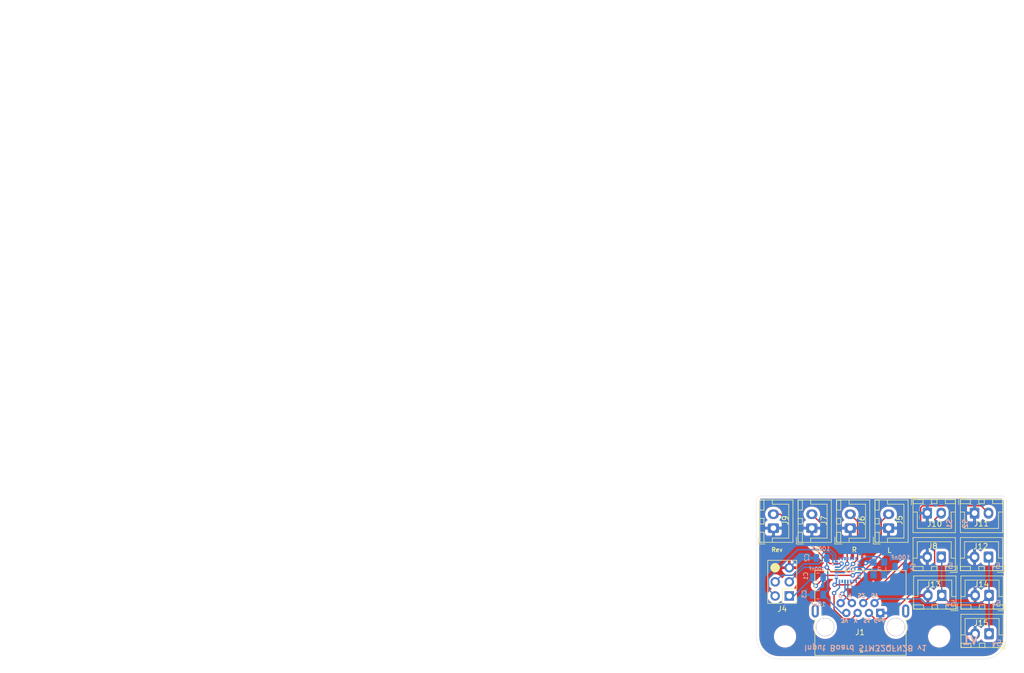
<source format=kicad_pcb>
(kicad_pcb (version 20171130) (host pcbnew "(5.1.6)-1")

  (general
    (thickness 1.6)
    (drawings 21)
    (tracks 127)
    (zones 0)
    (modules 22)
    (nets 34)
  )

  (page A4)
  (layers
    (0 F.Cu signal)
    (31 B.Cu signal)
    (32 B.Adhes user)
    (33 F.Adhes user)
    (34 B.Paste user)
    (35 F.Paste user)
    (36 B.SilkS user)
    (37 F.SilkS user)
    (38 B.Mask user)
    (39 F.Mask user)
    (40 Dwgs.User user hide)
    (41 Cmts.User user)
    (42 Eco1.User user)
    (43 Eco2.User user)
    (44 Edge.Cuts user)
    (45 Margin user)
    (46 B.CrtYd user)
    (47 F.CrtYd user)
    (48 B.Fab user)
    (49 F.Fab user hide)
  )

  (setup
    (last_trace_width 0.25)
    (trace_clearance 0.2)
    (zone_clearance 0.508)
    (zone_45_only no)
    (trace_min 0.2)
    (via_size 0.8)
    (via_drill 0.4)
    (via_min_size 0.4)
    (via_min_drill 0.3)
    (uvia_size 0.3)
    (uvia_drill 0.1)
    (uvias_allowed no)
    (uvia_min_size 0.2)
    (uvia_min_drill 0.1)
    (edge_width 0.05)
    (segment_width 0.2)
    (pcb_text_width 0.3)
    (pcb_text_size 1.5 1.5)
    (mod_edge_width 0.12)
    (mod_text_size 1 1)
    (mod_text_width 0.15)
    (pad_size 1.7 1.7)
    (pad_drill 0)
    (pad_to_mask_clearance 0.051)
    (solder_mask_min_width 0.25)
    (aux_axis_origin 0 0)
    (visible_elements 7FFFFFFF)
    (pcbplotparams
      (layerselection 0x010fc_ffffffff)
      (usegerberextensions false)
      (usegerberattributes false)
      (usegerberadvancedattributes false)
      (creategerberjobfile false)
      (excludeedgelayer false)
      (linewidth 0.100000)
      (plotframeref false)
      (viasonmask false)
      (mode 1)
      (useauxorigin true)
      (hpglpennumber 1)
      (hpglpenspeed 20)
      (hpglpendiameter 15.000000)
      (psnegative false)
      (psa4output false)
      (plotreference true)
      (plotvalue true)
      (plotinvisibletext false)
      (padsonsilk false)
      (subtractmaskfromsilk false)
      (outputformat 1)
      (mirror false)
      (drillshape 0)
      (scaleselection 1)
      (outputdirectory "Gerbers/"))
  )

  (net 0 "")
  (net 1 GND)
  (net 2 +5V)
  (net 3 +3V3)
  (net 4 Other)
  (net 5 JoyY)
  (net 6 JoyX)
  (net 7 Sound2)
  (net 8 Sound1)
  (net 9 LeftButton)
  (net 10 DriveButton)
  (net 11 RightButton)
  (net 12 ReverseButton)
  (net 13 /RESET)
  (net 14 SWDIO)
  (net 15 SWCLK)
  (net 16 "Net-(J4-Pad6)")
  (net 17 "Net-(U1-Pad13)")
  (net 18 OscillatorIn)
  (net 19 "Net-(U1-Pad2)")
  (net 20 "Net-(U1-Pad6)")
  (net 21 "Net-(U1-Pad7)")
  (net 22 "Net-(U1-Pad10)")
  (net 23 "Net-(U1-Pad16)")
  (net 24 "Net-(U1-Pad22)")
  (net 25 "Net-(U1-Pad23)")
  (net 26 "Net-(U1-Pad24)")
  (net 27 "Net-(U1-Pad25)")
  (net 28 "Net-(U1-Pad28)")
  (net 29 "Net-(Y1-Pad1)")
  (net 30 "Net-(U1-Pad8)")
  (net 31 "Net-(U1-Pad9)")
  (net 32 "Net-(U1-Pad26)")
  (net 33 "Net-(U1-Pad27)")

  (net_class Default "This is the default net class."
    (clearance 0.2)
    (trace_width 0.25)
    (via_dia 0.8)
    (via_drill 0.4)
    (uvia_dia 0.3)
    (uvia_drill 0.1)
    (add_net +3V3)
    (add_net +5V)
    (add_net /RESET)
    (add_net DriveButton)
    (add_net GND)
    (add_net JoyX)
    (add_net JoyY)
    (add_net LeftButton)
    (add_net "Net-(J4-Pad6)")
    (add_net "Net-(U1-Pad10)")
    (add_net "Net-(U1-Pad13)")
    (add_net "Net-(U1-Pad16)")
    (add_net "Net-(U1-Pad2)")
    (add_net "Net-(U1-Pad22)")
    (add_net "Net-(U1-Pad23)")
    (add_net "Net-(U1-Pad24)")
    (add_net "Net-(U1-Pad25)")
    (add_net "Net-(U1-Pad26)")
    (add_net "Net-(U1-Pad27)")
    (add_net "Net-(U1-Pad28)")
    (add_net "Net-(U1-Pad6)")
    (add_net "Net-(U1-Pad7)")
    (add_net "Net-(U1-Pad8)")
    (add_net "Net-(U1-Pad9)")
    (add_net "Net-(Y1-Pad1)")
    (add_net OscillatorIn)
    (add_net Other)
    (add_net ReverseButton)
    (add_net RightButton)
    (add_net SWCLK)
    (add_net SWDIO)
    (add_net Sound1)
    (add_net Sound2)
  )

  (module "Useful Modifications:STM32G031G8U6" (layer B.Cu) (tedit 619489E0) (tstamp 60F416FE)
    (at 147.92 98.72 180)
    (path /60CCCB89)
    (fp_text reference U1 (at -0.2 0.1 180) (layer B.SilkS)
      (effects (font (size 1 1) (thickness 0.15)) (justify mirror))
    )
    (fp_text value STM32G031F4Px (at 0.157625 3.649835 180) (layer Dwgs.User)
      (effects (font (size 1 1) (thickness 0.15)))
    )
    (fp_line (start -1.905127 -2.598674) (end -1.905 -1.905) (layer B.CrtYd) (width 0.05))
    (fp_line (start 1.905127 -2.598674) (end -1.905127 -2.598674) (layer B.CrtYd) (width 0.05))
    (fp_line (start 1.905 -1.905127) (end 1.905127 -2.598674) (layer B.CrtYd) (width 0.05))
    (fp_line (start 2.598674 -1.905127) (end 1.905 -1.905127) (layer B.CrtYd) (width 0.05))
    (fp_line (start 2.598674 1.905127) (end 2.598674 -1.905127) (layer B.CrtYd) (width 0.05))
    (fp_line (start 1.905 1.905127) (end 2.598674 1.905127) (layer B.CrtYd) (width 0.05))
    (fp_line (start 1.905127 2.598674) (end 1.905 1.905127) (layer B.CrtYd) (width 0.05))
    (fp_line (start -1.905127 2.598674) (end 1.905127 2.598674) (layer B.CrtYd) (width 0.05))
    (fp_line (start -1.905 1.905) (end -1.905127 2.598674) (layer B.CrtYd) (width 0.05))
    (fp_line (start -2.598674 1.905127) (end -1.905 1.905) (layer B.CrtYd) (width 0.05))
    (fp_line (start -2.598674 -1.905127) (end -2.598674 1.905127) (layer B.CrtYd) (width 0.05))
    (fp_line (start -1.905 -1.905) (end -2.598674 -1.905127) (layer B.CrtYd) (width 0.05))
    (fp_poly (pts (xy -1.651127 2.344674) (xy -1.651127 1.744726) (xy -1.351153 1.744726) (xy -1.351153 2.344674)) (layer B.Mask) (width 0.1))
    (fp_poly (pts (xy -1.150747 2.344674) (xy -1.150747 1.744726) (xy -0.850773 1.744726) (xy -0.850773 2.344674)) (layer B.Mask) (width 0.1))
    (fp_poly (pts (xy -0.650367 2.344674) (xy -0.650367 1.744726) (xy -0.350393 1.744726) (xy -0.350393 2.344674)) (layer B.Mask) (width 0.1))
    (fp_poly (pts (xy -0.149987 2.344674) (xy -0.149987 1.744726) (xy 0.149987 1.744726) (xy 0.149987 2.344674)) (layer B.Mask) (width 0.1))
    (fp_poly (pts (xy 0.350393 2.344674) (xy 0.350393 1.744726) (xy 0.650367 1.744726) (xy 0.650367 2.344674)) (layer B.Mask) (width 0.1))
    (fp_poly (pts (xy 0.850773 2.344674) (xy 0.850773 1.744726) (xy 1.150747 1.744726) (xy 1.150747 2.344674)) (layer B.Mask) (width 0.1))
    (fp_poly (pts (xy 1.351153 2.344674) (xy 1.351153 1.744726) (xy 1.651127 1.744726) (xy 1.651127 2.344674)) (layer B.Mask) (width 0.1))
    (fp_poly (pts (xy 1.744726 1.651127) (xy 1.744726 1.351153) (xy 2.344674 1.351153) (xy 2.344674 1.651127)) (layer B.Mask) (width 0.1))
    (fp_poly (pts (xy 1.744726 1.150747) (xy 1.744726 0.850773) (xy 2.344674 0.850773) (xy 2.344674 1.150747)) (layer B.Mask) (width 0.1))
    (fp_poly (pts (xy 1.744726 0.650367) (xy 1.744726 0.350393) (xy 2.344674 0.350393) (xy 2.344674 0.650367)) (layer B.Mask) (width 0.1))
    (fp_poly (pts (xy 1.744726 0.149987) (xy 1.744726 -0.149987) (xy 2.344674 -0.149987) (xy 2.344674 0.149987)) (layer B.Mask) (width 0.1))
    (fp_poly (pts (xy 1.744726 -0.350393) (xy 1.744726 -0.650367) (xy 2.344674 -0.650367) (xy 2.344674 -0.350393)) (layer B.Mask) (width 0.1))
    (fp_poly (pts (xy 1.744726 -0.850773) (xy 1.744726 -1.150747) (xy 2.344674 -1.150747) (xy 2.344674 -0.850773)) (layer B.Mask) (width 0.1))
    (fp_poly (pts (xy 1.744726 -1.351153) (xy 1.744726 -1.651127) (xy 2.344674 -1.651127) (xy 2.344674 -1.351153)) (layer B.Mask) (width 0.1))
    (fp_poly (pts (xy 1.351153 -1.744726) (xy 1.351153 -2.344674) (xy 1.651127 -2.344674) (xy 1.651127 -1.744726)) (layer B.Mask) (width 0.1))
    (fp_poly (pts (xy 0.850773 -1.744726) (xy 0.850773 -2.344674) (xy 1.150747 -2.344674) (xy 1.150747 -1.744726)) (layer B.Mask) (width 0.1))
    (fp_poly (pts (xy 0.350393 -1.744726) (xy 0.350393 -2.344674) (xy 0.650367 -2.344674) (xy 0.650367 -1.744726)) (layer B.Mask) (width 0.1))
    (fp_poly (pts (xy -0.149987 -1.744726) (xy -0.149987 -2.344674) (xy 0.149987 -2.344674) (xy 0.149987 -1.744726)) (layer B.Mask) (width 0.1))
    (fp_poly (pts (xy -0.650367 -1.744726) (xy -0.650367 -2.344674) (xy -0.350393 -2.344674) (xy -0.350393 -1.744726)) (layer B.Mask) (width 0.1))
    (fp_poly (pts (xy -1.150747 -1.744726) (xy -1.150747 -2.344674) (xy -0.850773 -2.344674) (xy -0.850773 -1.744726)) (layer B.Mask) (width 0.1))
    (fp_poly (pts (xy -1.651127 -1.744726) (xy -1.651127 -2.344674) (xy -1.351153 -2.344674) (xy -1.351153 -1.744726)) (layer B.Mask) (width 0.1))
    (fp_poly (pts (xy -2.344674 -1.351153) (xy -2.344674 -1.651127) (xy -1.744726 -1.651127) (xy -1.744726 -1.351153)) (layer B.Mask) (width 0.1))
    (fp_poly (pts (xy -2.344674 -0.850773) (xy -2.344674 -1.150747) (xy -1.744726 -1.150747) (xy -1.744726 -0.850773)) (layer B.Mask) (width 0.1))
    (fp_poly (pts (xy -2.344674 -0.350393) (xy -2.344674 -0.650367) (xy -1.744726 -0.650367) (xy -1.744726 -0.350393)) (layer B.Mask) (width 0.1))
    (fp_poly (pts (xy -2.344674 0.149987) (xy -2.344674 -0.149987) (xy -1.744726 -0.149987) (xy -1.744726 0.149987)) (layer B.Mask) (width 0.1))
    (fp_poly (pts (xy -2.344674 0.650367) (xy -2.344674 0.350393) (xy -1.744726 0.350393) (xy -1.744726 0.650367)) (layer B.Mask) (width 0.1))
    (fp_poly (pts (xy -2.344674 1.150747) (xy -2.344674 0.850773) (xy -1.744726 0.850773) (xy -1.744726 1.150747)) (layer B.Mask) (width 0.1))
    (fp_poly (pts (xy -2.344674 1.651127) (xy -2.344674 1.351153) (xy -1.744726 1.351153) (xy -1.744726 1.651127)) (layer B.Mask) (width 0.1))
    (fp_poly (pts (xy -1.651127 2.344674) (xy -1.651127 1.744726) (xy -1.351153 1.744726) (xy -1.351153 2.344674)) (layer B.Paste) (width 0.1))
    (fp_poly (pts (xy -1.150747 2.344674) (xy -1.150747 1.744726) (xy -0.850773 1.744726) (xy -0.850773 2.344674)) (layer B.Paste) (width 0.1))
    (fp_poly (pts (xy -0.650367 2.344674) (xy -0.650367 1.744726) (xy -0.350393 1.744726) (xy -0.350393 2.344674)) (layer B.Paste) (width 0.1))
    (fp_poly (pts (xy -0.149987 2.344674) (xy -0.149987 1.744726) (xy 0.149987 1.744726) (xy 0.149987 2.344674)) (layer B.Paste) (width 0.1))
    (fp_poly (pts (xy 0.350393 2.344674) (xy 0.350393 1.744726) (xy 0.650367 1.744726) (xy 0.650367 2.344674)) (layer B.Paste) (width 0.1))
    (fp_poly (pts (xy 0.850773 2.344674) (xy 0.850773 1.744726) (xy 1.150747 1.744726) (xy 1.150747 2.344674)) (layer B.Paste) (width 0.1))
    (fp_poly (pts (xy 1.351153 2.344674) (xy 1.351153 1.744726) (xy 1.651127 1.744726) (xy 1.651127 2.344674)) (layer B.Paste) (width 0.1))
    (fp_poly (pts (xy 1.744726 1.651127) (xy 1.744726 1.351153) (xy 2.344674 1.351153) (xy 2.344674 1.651127)) (layer B.Paste) (width 0.1))
    (fp_poly (pts (xy 1.744726 1.150747) (xy 1.744726 0.850773) (xy 2.344674 0.850773) (xy 2.344674 1.150747)) (layer B.Paste) (width 0.1))
    (fp_poly (pts (xy 1.744726 0.650367) (xy 1.744726 0.350393) (xy 2.344674 0.350393) (xy 2.344674 0.650367)) (layer B.Paste) (width 0.1))
    (fp_poly (pts (xy 1.744726 0.149987) (xy 1.744726 -0.149987) (xy 2.344674 -0.149987) (xy 2.344674 0.149987)) (layer B.Paste) (width 0.1))
    (fp_poly (pts (xy 1.744726 -0.350393) (xy 1.744726 -0.650367) (xy 2.344674 -0.650367) (xy 2.344674 -0.350393)) (layer B.Paste) (width 0.1))
    (fp_poly (pts (xy 1.744726 -0.850773) (xy 1.744726 -1.150747) (xy 2.344674 -1.150747) (xy 2.344674 -0.850773)) (layer B.Paste) (width 0.1))
    (fp_poly (pts (xy 1.744726 -1.351153) (xy 1.744726 -1.651127) (xy 2.344674 -1.651127) (xy 2.344674 -1.351153)) (layer B.Paste) (width 0.1))
    (fp_poly (pts (xy 1.351153 -1.744726) (xy 1.351153 -2.344674) (xy 1.651127 -2.344674) (xy 1.651127 -1.744726)) (layer B.Paste) (width 0.1))
    (fp_poly (pts (xy 0.850773 -1.744726) (xy 0.850773 -2.344674) (xy 1.150747 -2.344674) (xy 1.150747 -1.744726)) (layer B.Paste) (width 0.1))
    (fp_poly (pts (xy 0.350393 -1.744726) (xy 0.350393 -2.344674) (xy 0.650367 -2.344674) (xy 0.650367 -1.744726)) (layer B.Paste) (width 0.1))
    (fp_poly (pts (xy -0.149987 -1.744726) (xy -0.149987 -2.344674) (xy 0.149987 -2.344674) (xy 0.149987 -1.744726)) (layer B.Paste) (width 0.1))
    (fp_poly (pts (xy -0.650367 -1.744726) (xy -0.650367 -2.344674) (xy -0.350393 -2.344674) (xy -0.350393 -1.744726)) (layer B.Paste) (width 0.1))
    (fp_poly (pts (xy -1.150747 -1.744726) (xy -1.150747 -2.344674) (xy -0.850773 -2.344674) (xy -0.850773 -1.744726)) (layer B.Paste) (width 0.1))
    (fp_poly (pts (xy -1.651127 -1.744726) (xy -1.651127 -2.344674) (xy -1.351153 -2.344674) (xy -1.351153 -1.744726)) (layer B.Paste) (width 0.1))
    (fp_poly (pts (xy -2.344674 -1.351153) (xy -2.344674 -1.651127) (xy -1.744726 -1.651127) (xy -1.744726 -1.351153)) (layer B.Paste) (width 0.1))
    (fp_poly (pts (xy -2.344674 -0.850773) (xy -2.344674 -1.150747) (xy -1.744726 -1.150747) (xy -1.744726 -0.850773)) (layer B.Paste) (width 0.1))
    (fp_poly (pts (xy -2.344674 -0.350393) (xy -2.344674 -0.650367) (xy -1.744726 -0.650367) (xy -1.744726 -0.350393)) (layer B.Paste) (width 0.1))
    (fp_poly (pts (xy -2.344674 0.149987) (xy -2.344674 -0.149987) (xy -1.744726 -0.149987) (xy -1.744726 0.149987)) (layer B.Paste) (width 0.1))
    (fp_poly (pts (xy -2.344674 0.650367) (xy -2.344674 0.350393) (xy -1.744726 0.350393) (xy -1.744726 0.650367)) (layer B.Paste) (width 0.1))
    (fp_poly (pts (xy -2.344674 1.150747) (xy -2.344674 0.850773) (xy -1.744726 0.850773) (xy -1.744726 1.150747)) (layer B.Paste) (width 0.1))
    (fp_poly (pts (xy -2.344674 1.651127) (xy -2.344674 1.351153) (xy -1.744726 1.351153) (xy -1.744726 1.651127)) (layer B.Paste) (width 0.1))
    (fp_poly (pts (xy 2.852674 1.19126) (xy 2.852674 0.81026) (xy 2.598674 0.81026) (xy 2.598674 1.19126)) (layer B.SilkS) (width 0.1))
    (fp_poly (pts (xy -0.69088 -2.598674) (xy -0.69088 -2.852674) (xy -0.30988 -2.852674) (xy -0.30988 -2.598674)) (layer B.SilkS) (width 0.1))
    (fp_line (start -1.5494 1.5494) (end -1.5494 -1.5494) (layer B.Fab) (width 0.1))
    (fp_line (start 1.5494 1.5494) (end -1.5494 1.5494) (layer B.Fab) (width 0.1))
    (fp_line (start 1.5494 -1.5494) (end 1.5494 1.5494) (layer B.Fab) (width 0.1))
    (fp_line (start -1.5494 -1.5494) (end 1.5494 -1.5494) (layer B.Fab) (width 0.1))
    (fp_text user "Copyright 2021 Accelerated Designs. All rights reserved." (at 0 0 180) (layer Cmts.User)
      (effects (font (size 0.127 0.127) (thickness 0.002)))
    )
    (fp_text user * (at -2.979674 2.13233 180) (layer B.SilkS)
      (effects (font (size 1 1) (thickness 0.15)) (justify mirror))
    )
    (fp_text user * (at -1.490726 1.75133 180) (layer B.Fab)
      (effects (font (size 1 1) (thickness 0.15)) (justify mirror))
    )
    (fp_text user 0.02in/0.5mm (at -3.972674 1.25095 180) (layer Dwgs.User)
      (effects (font (size 1 1) (thickness 0.15)))
    )
    (fp_text user 0.024in/0.6mm (at -2.0447 5.0927 180) (layer Dwgs.User)
      (effects (font (size 1 1) (thickness 0.15)))
    )
    (fp_text user 0.012in/0.3mm (at -5.0927 -2.0447 180) (layer Dwgs.User)
      (effects (font (size 1 1) (thickness 0.15)))
    )
    (fp_text user 0.161in/4.089mm (at 0 -7.6327 180) (layer Dwgs.User)
      (effects (font (size 1 1) (thickness 0.15)))
    )
    (fp_text user 0.161in/4.089mm (at 7.6327 -0.635 180) (layer Dwgs.User)
      (effects (font (size 1 1) (thickness 0.15)))
    )
    (fp_text user * (at -2.979674 2.13233 180) (layer B.SilkS)
      (effects (font (size 1 1) (thickness 0.15)) (justify mirror))
    )
    (fp_text user * (at -1.490726 1.75133 180) (layer B.Fab)
      (effects (font (size 1 1) (thickness 0.15)) (justify mirror))
    )
    (pad 1 smd rect (at -2.0447 1.50114 90) (size 0.299974 0.599948) (layers B.Cu B.Paste B.Mask)
      (net 18 OscillatorIn))
    (pad 2 smd rect (at -2.0447 1.00076 90) (size 0.299974 0.599948) (layers B.Cu B.Paste B.Mask)
      (net 19 "Net-(U1-Pad2)"))
    (pad 3 smd rect (at -2.0447 0.50038 90) (size 0.299974 0.599948) (layers B.Cu B.Paste B.Mask)
      (net 3 +3V3))
    (pad 4 smd rect (at -2.0447 0 90) (size 0.299974 0.599948) (layers B.Cu B.Paste B.Mask)
      (net 1 GND))
    (pad 5 smd rect (at -2.0447 -0.50038 90) (size 0.299974 0.599948) (layers B.Cu B.Paste B.Mask)
      (net 13 /RESET))
    (pad 6 smd rect (at -2.0447 -1.00076 90) (size 0.299974 0.599948) (layers B.Cu B.Paste B.Mask)
      (net 20 "Net-(U1-Pad6)"))
    (pad 7 smd rect (at -2.0447 -1.50114 90) (size 0.299974 0.599948) (layers B.Cu B.Paste B.Mask)
      (net 21 "Net-(U1-Pad7)"))
    (pad 8 smd rect (at -1.50114 -2.0447 180) (size 0.299974 0.599948) (layers B.Cu B.Paste B.Mask)
      (net 30 "Net-(U1-Pad8)"))
    (pad 9 smd rect (at -1.00076 -2.0447 180) (size 0.299974 0.599948) (layers B.Cu B.Paste B.Mask)
      (net 31 "Net-(U1-Pad9)"))
    (pad 10 smd rect (at -0.50038 -2.0447 180) (size 0.299974 0.599948) (layers B.Cu B.Paste B.Mask)
      (net 22 "Net-(U1-Pad10)"))
    (pad 11 smd rect (at 0 -2.0447 180) (size 0.299974 0.599948) (layers B.Cu B.Paste B.Mask)
      (net 4 Other))
    (pad 12 smd rect (at 0.50038 -2.0447 180) (size 0.299974 0.599948) (layers B.Cu B.Paste B.Mask)
      (net 5 JoyY))
    (pad 13 smd rect (at 1.00076 -2.0447 180) (size 0.299974 0.599948) (layers B.Cu B.Paste B.Mask)
      (net 17 "Net-(U1-Pad13)"))
    (pad 14 smd rect (at 1.50114 -2.0447 180) (size 0.299974 0.599948) (layers B.Cu B.Paste B.Mask)
      (net 6 JoyX))
    (pad 15 smd rect (at 2.0447 -1.50114 90) (size 0.299974 0.599948) (layers B.Cu B.Paste B.Mask)
      (net 9 LeftButton))
    (pad 16 smd rect (at 2.0447 -1.00076 90) (size 0.299974 0.599948) (layers B.Cu B.Paste B.Mask)
      (net 23 "Net-(U1-Pad16)"))
    (pad 17 smd rect (at 2.0447 -0.50038 90) (size 0.299974 0.599948) (layers B.Cu B.Paste B.Mask)
      (net 11 RightButton))
    (pad 18 smd rect (at 2.0447 0 90) (size 0.299974 0.599948) (layers B.Cu B.Paste B.Mask)
      (net 10 DriveButton))
    (pad 19 smd rect (at 2.0447 0.50038 90) (size 0.299974 0.599948) (layers B.Cu B.Paste B.Mask)
      (net 12 ReverseButton))
    (pad 20 smd rect (at 2.0447 1.00076 90) (size 0.299974 0.599948) (layers B.Cu B.Paste B.Mask)
      (net 14 SWDIO))
    (pad 21 smd rect (at 2.0447 1.50114 90) (size 0.299974 0.599948) (layers B.Cu B.Paste B.Mask)
      (net 15 SWCLK))
    (pad 22 smd rect (at 1.50114 2.0447 180) (size 0.299974 0.599948) (layers B.Cu B.Paste B.Mask)
      (net 24 "Net-(U1-Pad22)"))
    (pad 23 smd rect (at 1.00076 2.0447 180) (size 0.299974 0.599948) (layers B.Cu B.Paste B.Mask)
      (net 25 "Net-(U1-Pad23)"))
    (pad 24 smd rect (at 0.50038 2.0447 180) (size 0.299974 0.599948) (layers B.Cu B.Paste B.Mask)
      (net 26 "Net-(U1-Pad24)"))
    (pad 25 smd rect (at 0 2.0447 180) (size 0.299974 0.599948) (layers B.Cu B.Paste B.Mask)
      (net 27 "Net-(U1-Pad25)"))
    (pad 26 smd rect (at -0.50038 2.0447 180) (size 0.299974 0.599948) (layers B.Cu B.Paste B.Mask)
      (net 32 "Net-(U1-Pad26)"))
    (pad 27 smd rect (at -1.00076 2.0447 180) (size 0.299974 0.599948) (layers B.Cu B.Paste B.Mask)
      (net 33 "Net-(U1-Pad27)"))
    (pad 28 smd rect (at -1.50114 2.0447 180) (size 0.299974 0.599948) (layers B.Cu B.Paste B.Mask)
      (net 28 "Net-(U1-Pad28)"))
  )

  (module Connector_PinHeader_2.54mm:PinHeader_2x03_P2.54mm_Vertical (layer F.Cu) (tedit 61935410) (tstamp 619410EB)
    (at 137.4 103.4 180)
    (descr "Through hole straight pin header, 2x03, 2.54mm pitch, double rows")
    (tags "Through hole pin header THT 2x03 2.54mm double row")
    (path /60CDA58E)
    (fp_text reference J4 (at 1.27 -2.33 180) (layer F.SilkS)
      (effects (font (size 1 1) (thickness 0.15)))
    )
    (fp_text value Conn_02x03 (at 1.27 7.41 180) (layer F.Fab)
      (effects (font (size 1 1) (thickness 0.15)))
    )
    (fp_line (start 4.35 -1.8) (end -1.8 -1.8) (layer F.CrtYd) (width 0.05))
    (fp_line (start 4.35 6.85) (end 4.35 -1.8) (layer F.CrtYd) (width 0.05))
    (fp_line (start -1.8 6.85) (end 4.35 6.85) (layer F.CrtYd) (width 0.05))
    (fp_line (start -1.8 -1.8) (end -1.8 6.85) (layer F.CrtYd) (width 0.05))
    (fp_line (start -1.33 -1.33) (end 0 -1.33) (layer F.SilkS) (width 0.12))
    (fp_line (start -1.33 0) (end -1.33 -1.33) (layer F.SilkS) (width 0.12))
    (fp_line (start 1.27 -1.33) (end 3.87 -1.33) (layer F.SilkS) (width 0.12))
    (fp_line (start 1.27 1.27) (end 1.27 -1.33) (layer F.SilkS) (width 0.12))
    (fp_line (start -1.33 1.27) (end 1.27 1.27) (layer F.SilkS) (width 0.12))
    (fp_line (start 3.87 -1.33) (end 3.87 6.41) (layer F.SilkS) (width 0.12))
    (fp_line (start -1.33 1.27) (end -1.33 6.41) (layer F.SilkS) (width 0.12))
    (fp_line (start -1.33 6.41) (end 3.87 6.41) (layer F.SilkS) (width 0.12))
    (fp_line (start -1.27 0) (end 0 -1.27) (layer F.Fab) (width 0.1))
    (fp_line (start -1.27 6.35) (end -1.27 0) (layer F.Fab) (width 0.1))
    (fp_line (start 3.81 6.35) (end -1.27 6.35) (layer F.Fab) (width 0.1))
    (fp_line (start 3.81 -1.27) (end 3.81 6.35) (layer F.Fab) (width 0.1))
    (fp_line (start 0 -1.27) (end 3.81 -1.27) (layer F.Fab) (width 0.1))
    (fp_text user %R (at 1.27 2.54 270) (layer F.Fab)
      (effects (font (size 1 1) (thickness 0.15)))
    )
    (pad 1 thru_hole rect (at 0 0 180) (size 1.7 1.7) (drill 1) (layers *.Cu *.Mask)
      (net 13 /RESET))
    (pad 2 thru_hole oval (at 2.54 0 180) (size 1.7 1.7) (drill 1) (layers *.Cu *.Mask)
      (net 15 SWCLK))
    (pad 3 thru_hole oval (at 0 2.54 180) (size 1.7 1.7) (drill 1) (layers *.Cu *.Mask)
      (net 3 +3V3))
    (pad 4 thru_hole oval (at 2.54 2.54 180) (size 1.7 1.7) (drill 1) (layers *.Cu *.Mask)
      (net 14 SWDIO))
    (pad 5 thru_hole oval (at 0 5.08 180) (size 1.7 1.7) (drill 1) (layers *.Cu *.Mask)
      (net 1 GND))
    (pad 6 smd oval (at 2.54 5.08 180) (size 1.7 1.7) (layers F.SilkS)
      (net 16 "Net-(J4-Pad6)"))
    (model ${KISYS3DMOD}/Connector_PinHeader_2.54mm.3dshapes/PinHeader_2x03_P2.54mm_Vertical.wrl
      (at (xyz 0 0 0))
      (scale (xyz 1 1 1))
      (rotate (xyz 0 0 0))
    )
  )

  (module "" (layer F.Cu) (tedit 0) (tstamp 0)
    (at -4.191 -3.5306)
    (fp_text reference "" (at 160.94964 95.25) (layer F.SilkS)
      (effects (font (size 1.27 1.27) (thickness 0.15)))
    )
    (fp_text value "" (at 160.94964 95.25) (layer F.SilkS)
      (effects (font (size 1.27 1.27) (thickness 0.15)))
    )
  )

  (module MountingHole:MountingHole_3mm (layer F.Cu) (tedit 56D1B4CB) (tstamp 5D61F0F3)
    (at 136.638 110.678)
    (descr "Mounting Hole 3mm, no annular")
    (tags "mounting hole 3mm no annular")
    (attr virtual)
    (fp_text reference "" (at 0 -4) (layer F.SilkS)
      (effects (font (size 1 1) (thickness 0.15)))
    )
    (fp_text value "" (at 0 4) (layer F.Fab)
      (effects (font (size 1 1) (thickness 0.15)))
    )
    (fp_circle (center 0 0) (end 3 0) (layer Cmts.User) (width 0.15))
    (fp_circle (center 0 0) (end 3.25 0) (layer F.CrtYd) (width 0.05))
    (fp_text user %R (at 0.3 0) (layer F.Fab)
      (effects (font (size 1 1) (thickness 0.15)))
    )
    (pad 1 np_thru_hole circle (at 0 0) (size 3 3) (drill 3) (layers *.Cu *.Mask))
  )

  (module MountingHole:MountingHole_3mm (layer F.Cu) (tedit 56D1B4CB) (tstamp 5D61F059)
    (at 164.338 110.678)
    (descr "Mounting Hole 3mm, no annular")
    (tags "mounting hole 3mm no annular")
    (attr virtual)
    (fp_text reference "" (at 0 -4) (layer F.SilkS)
      (effects (font (size 1 1) (thickness 0.15)))
    )
    (fp_text value "" (at 0 4) (layer F.Fab)
      (effects (font (size 1 1) (thickness 0.15)))
    )
    (fp_circle (center 0 0) (end 3 0) (layer Cmts.User) (width 0.15))
    (fp_circle (center 0 0) (end 3.25 0) (layer F.CrtYd) (width 0.05))
    (fp_text user %R (at 0.3 0) (layer F.Fab)
      (effects (font (size 1 1) (thickness 0.15)))
    )
    (pad 1 np_thru_hole circle (at 0 0) (size 3 3) (drill 3) (layers *.Cu *.Mask))
  )

  (module Connector_JST:JST_XH_B2B-XH-A_1x02_P2.50mm_Vertical (layer F.Cu) (tedit 5C28146C) (tstamp 619380F1)
    (at 173.3 110.2 180)
    (descr "JST XH series connector, B2B-XH-A (http://www.jst-mfg.com/product/pdf/eng/eXH.pdf), generated with kicad-footprint-generator")
    (tags "connector JST XH vertical")
    (path /61940A23)
    (fp_text reference J15 (at 1.44 1.93) (layer F.SilkS)
      (effects (font (size 1 1) (thickness 0.15)))
    )
    (fp_text value Conn_01x02_Male (at 1.25 4.6) (layer F.Fab)
      (effects (font (size 1 1) (thickness 0.15)))
    )
    (fp_line (start -2.45 -2.35) (end -2.45 3.4) (layer F.Fab) (width 0.1))
    (fp_line (start -2.45 3.4) (end 4.95 3.4) (layer F.Fab) (width 0.1))
    (fp_line (start 4.95 3.4) (end 4.95 -2.35) (layer F.Fab) (width 0.1))
    (fp_line (start 4.95 -2.35) (end -2.45 -2.35) (layer F.Fab) (width 0.1))
    (fp_line (start -2.56 -2.46) (end -2.56 3.51) (layer F.SilkS) (width 0.12))
    (fp_line (start -2.56 3.51) (end 5.06 3.51) (layer F.SilkS) (width 0.12))
    (fp_line (start 5.06 3.51) (end 5.06 -2.46) (layer F.SilkS) (width 0.12))
    (fp_line (start 5.06 -2.46) (end -2.56 -2.46) (layer F.SilkS) (width 0.12))
    (fp_line (start -2.95 -2.85) (end -2.95 3.9) (layer F.CrtYd) (width 0.05))
    (fp_line (start -2.95 3.9) (end 5.45 3.9) (layer F.CrtYd) (width 0.05))
    (fp_line (start 5.45 3.9) (end 5.45 -2.85) (layer F.CrtYd) (width 0.05))
    (fp_line (start 5.45 -2.85) (end -2.95 -2.85) (layer F.CrtYd) (width 0.05))
    (fp_line (start -0.625 -2.35) (end 0 -1.35) (layer F.Fab) (width 0.1))
    (fp_line (start 0 -1.35) (end 0.625 -2.35) (layer F.Fab) (width 0.1))
    (fp_line (start 0.75 -2.45) (end 0.75 -1.7) (layer F.SilkS) (width 0.12))
    (fp_line (start 0.75 -1.7) (end 1.75 -1.7) (layer F.SilkS) (width 0.12))
    (fp_line (start 1.75 -1.7) (end 1.75 -2.45) (layer F.SilkS) (width 0.12))
    (fp_line (start 1.75 -2.45) (end 0.75 -2.45) (layer F.SilkS) (width 0.12))
    (fp_line (start -2.55 -2.45) (end -2.55 -1.7) (layer F.SilkS) (width 0.12))
    (fp_line (start -2.55 -1.7) (end -0.75 -1.7) (layer F.SilkS) (width 0.12))
    (fp_line (start -0.75 -1.7) (end -0.75 -2.45) (layer F.SilkS) (width 0.12))
    (fp_line (start -0.75 -2.45) (end -2.55 -2.45) (layer F.SilkS) (width 0.12))
    (fp_line (start 3.25 -2.45) (end 3.25 -1.7) (layer F.SilkS) (width 0.12))
    (fp_line (start 3.25 -1.7) (end 5.05 -1.7) (layer F.SilkS) (width 0.12))
    (fp_line (start 5.05 -1.7) (end 5.05 -2.45) (layer F.SilkS) (width 0.12))
    (fp_line (start 5.05 -2.45) (end 3.25 -2.45) (layer F.SilkS) (width 0.12))
    (fp_line (start -2.55 -0.2) (end -1.8 -0.2) (layer F.SilkS) (width 0.12))
    (fp_line (start -1.8 -0.2) (end -1.8 2.75) (layer F.SilkS) (width 0.12))
    (fp_line (start -1.8 2.75) (end 1.25 2.75) (layer F.SilkS) (width 0.12))
    (fp_line (start 5.05 -0.2) (end 4.3 -0.2) (layer F.SilkS) (width 0.12))
    (fp_line (start 4.3 -0.2) (end 4.3 2.75) (layer F.SilkS) (width 0.12))
    (fp_line (start 4.3 2.75) (end 1.25 2.75) (layer F.SilkS) (width 0.12))
    (fp_line (start -1.6 -2.75) (end -2.85 -2.75) (layer F.SilkS) (width 0.12))
    (fp_line (start -2.85 -2.75) (end -2.85 -1.5) (layer F.SilkS) (width 0.12))
    (fp_text user %R (at 1.25 2.7) (layer F.Fab)
      (effects (font (size 1 1) (thickness 0.15)))
    )
    (pad 2 thru_hole oval (at 2.5 0 180) (size 1.7 2) (drill 1) (layers *.Cu *.Mask)
      (net 1 GND))
    (pad 1 thru_hole roundrect (at 0 0 180) (size 1.7 2) (drill 1) (layers *.Cu *.Mask) (roundrect_rratio 0.147059)
      (net 2 +5V))
    (model ${KISYS3DMOD}/Connector_JST.3dshapes/JST_XH_B2B-XH-A_1x02_P2.50mm_Vertical.wrl
      (at (xyz 0 0 0))
      (scale (xyz 1 1 1))
      (rotate (xyz 0 0 0))
    )
  )

  (module Connector_JST:JST_XH_B2B-XH-A_1x02_P2.50mm_Vertical (layer F.Cu) (tedit 5C28146C) (tstamp 619380C8)
    (at 173.3 103.3 180)
    (descr "JST XH series connector, B2B-XH-A (http://www.jst-mfg.com/product/pdf/eng/eXH.pdf), generated with kicad-footprint-generator")
    (tags "connector JST XH vertical")
    (path /619405B8)
    (fp_text reference J14 (at 1.34 2) (layer F.SilkS)
      (effects (font (size 1 1) (thickness 0.15)))
    )
    (fp_text value Conn_01x02_Male (at 1.25 4.6) (layer F.Fab)
      (effects (font (size 1 1) (thickness 0.15)))
    )
    (fp_line (start -2.45 -2.35) (end -2.45 3.4) (layer F.Fab) (width 0.1))
    (fp_line (start -2.45 3.4) (end 4.95 3.4) (layer F.Fab) (width 0.1))
    (fp_line (start 4.95 3.4) (end 4.95 -2.35) (layer F.Fab) (width 0.1))
    (fp_line (start 4.95 -2.35) (end -2.45 -2.35) (layer F.Fab) (width 0.1))
    (fp_line (start -2.56 -2.46) (end -2.56 3.51) (layer F.SilkS) (width 0.12))
    (fp_line (start -2.56 3.51) (end 5.06 3.51) (layer F.SilkS) (width 0.12))
    (fp_line (start 5.06 3.51) (end 5.06 -2.46) (layer F.SilkS) (width 0.12))
    (fp_line (start 5.06 -2.46) (end -2.56 -2.46) (layer F.SilkS) (width 0.12))
    (fp_line (start -2.95 -2.85) (end -2.95 3.9) (layer F.CrtYd) (width 0.05))
    (fp_line (start -2.95 3.9) (end 5.45 3.9) (layer F.CrtYd) (width 0.05))
    (fp_line (start 5.45 3.9) (end 5.45 -2.85) (layer F.CrtYd) (width 0.05))
    (fp_line (start 5.45 -2.85) (end -2.95 -2.85) (layer F.CrtYd) (width 0.05))
    (fp_line (start -0.625 -2.35) (end 0 -1.35) (layer F.Fab) (width 0.1))
    (fp_line (start 0 -1.35) (end 0.625 -2.35) (layer F.Fab) (width 0.1))
    (fp_line (start 0.75 -2.45) (end 0.75 -1.7) (layer F.SilkS) (width 0.12))
    (fp_line (start 0.75 -1.7) (end 1.75 -1.7) (layer F.SilkS) (width 0.12))
    (fp_line (start 1.75 -1.7) (end 1.75 -2.45) (layer F.SilkS) (width 0.12))
    (fp_line (start 1.75 -2.45) (end 0.75 -2.45) (layer F.SilkS) (width 0.12))
    (fp_line (start -2.55 -2.45) (end -2.55 -1.7) (layer F.SilkS) (width 0.12))
    (fp_line (start -2.55 -1.7) (end -0.75 -1.7) (layer F.SilkS) (width 0.12))
    (fp_line (start -0.75 -1.7) (end -0.75 -2.45) (layer F.SilkS) (width 0.12))
    (fp_line (start -0.75 -2.45) (end -2.55 -2.45) (layer F.SilkS) (width 0.12))
    (fp_line (start 3.25 -2.45) (end 3.25 -1.7) (layer F.SilkS) (width 0.12))
    (fp_line (start 3.25 -1.7) (end 5.05 -1.7) (layer F.SilkS) (width 0.12))
    (fp_line (start 5.05 -1.7) (end 5.05 -2.45) (layer F.SilkS) (width 0.12))
    (fp_line (start 5.05 -2.45) (end 3.25 -2.45) (layer F.SilkS) (width 0.12))
    (fp_line (start -2.55 -0.2) (end -1.8 -0.2) (layer F.SilkS) (width 0.12))
    (fp_line (start -1.8 -0.2) (end -1.8 2.75) (layer F.SilkS) (width 0.12))
    (fp_line (start -1.8 2.75) (end 1.25 2.75) (layer F.SilkS) (width 0.12))
    (fp_line (start 5.05 -0.2) (end 4.3 -0.2) (layer F.SilkS) (width 0.12))
    (fp_line (start 4.3 -0.2) (end 4.3 2.75) (layer F.SilkS) (width 0.12))
    (fp_line (start 4.3 2.75) (end 1.25 2.75) (layer F.SilkS) (width 0.12))
    (fp_line (start -1.6 -2.75) (end -2.85 -2.75) (layer F.SilkS) (width 0.12))
    (fp_line (start -2.85 -2.75) (end -2.85 -1.5) (layer F.SilkS) (width 0.12))
    (fp_text user %R (at 1.25 2.7) (layer F.Fab)
      (effects (font (size 1 1) (thickness 0.15)))
    )
    (pad 2 thru_hole oval (at 2.5 0 180) (size 1.7 2) (drill 1) (layers *.Cu *.Mask)
      (net 1 GND))
    (pad 1 thru_hole roundrect (at 0 0 180) (size 1.7 2) (drill 1) (layers *.Cu *.Mask) (roundrect_rratio 0.147059)
      (net 2 +5V))
    (model ${KISYS3DMOD}/Connector_JST.3dshapes/JST_XH_B2B-XH-A_1x02_P2.50mm_Vertical.wrl
      (at (xyz 0 0 0))
      (scale (xyz 1 1 1))
      (rotate (xyz 0 0 0))
    )
  )

  (module Connector_JST:JST_XH_B2B-XH-A_1x02_P2.50mm_Vertical (layer F.Cu) (tedit 5C28146C) (tstamp 6193809F)
    (at 164.8 103.3 180)
    (descr "JST XH series connector, B2B-XH-A (http://www.jst-mfg.com/product/pdf/eng/eXH.pdf), generated with kicad-footprint-generator")
    (tags "connector JST XH vertical")
    (path /6193FFB4)
    (fp_text reference J13 (at 1.51 1.95) (layer F.SilkS)
      (effects (font (size 1 1) (thickness 0.15)))
    )
    (fp_text value Conn_01x02_Male (at 1.25 4.6) (layer F.Fab)
      (effects (font (size 1 1) (thickness 0.15)))
    )
    (fp_line (start -2.45 -2.35) (end -2.45 3.4) (layer F.Fab) (width 0.1))
    (fp_line (start -2.45 3.4) (end 4.95 3.4) (layer F.Fab) (width 0.1))
    (fp_line (start 4.95 3.4) (end 4.95 -2.35) (layer F.Fab) (width 0.1))
    (fp_line (start 4.95 -2.35) (end -2.45 -2.35) (layer F.Fab) (width 0.1))
    (fp_line (start -2.56 -2.46) (end -2.56 3.51) (layer F.SilkS) (width 0.12))
    (fp_line (start -2.56 3.51) (end 5.06 3.51) (layer F.SilkS) (width 0.12))
    (fp_line (start 5.06 3.51) (end 5.06 -2.46) (layer F.SilkS) (width 0.12))
    (fp_line (start 5.06 -2.46) (end -2.56 -2.46) (layer F.SilkS) (width 0.12))
    (fp_line (start -2.95 -2.85) (end -2.95 3.9) (layer F.CrtYd) (width 0.05))
    (fp_line (start -2.95 3.9) (end 5.45 3.9) (layer F.CrtYd) (width 0.05))
    (fp_line (start 5.45 3.9) (end 5.45 -2.85) (layer F.CrtYd) (width 0.05))
    (fp_line (start 5.45 -2.85) (end -2.95 -2.85) (layer F.CrtYd) (width 0.05))
    (fp_line (start -0.625 -2.35) (end 0 -1.35) (layer F.Fab) (width 0.1))
    (fp_line (start 0 -1.35) (end 0.625 -2.35) (layer F.Fab) (width 0.1))
    (fp_line (start 0.75 -2.45) (end 0.75 -1.7) (layer F.SilkS) (width 0.12))
    (fp_line (start 0.75 -1.7) (end 1.75 -1.7) (layer F.SilkS) (width 0.12))
    (fp_line (start 1.75 -1.7) (end 1.75 -2.45) (layer F.SilkS) (width 0.12))
    (fp_line (start 1.75 -2.45) (end 0.75 -2.45) (layer F.SilkS) (width 0.12))
    (fp_line (start -2.55 -2.45) (end -2.55 -1.7) (layer F.SilkS) (width 0.12))
    (fp_line (start -2.55 -1.7) (end -0.75 -1.7) (layer F.SilkS) (width 0.12))
    (fp_line (start -0.75 -1.7) (end -0.75 -2.45) (layer F.SilkS) (width 0.12))
    (fp_line (start -0.75 -2.45) (end -2.55 -2.45) (layer F.SilkS) (width 0.12))
    (fp_line (start 3.25 -2.45) (end 3.25 -1.7) (layer F.SilkS) (width 0.12))
    (fp_line (start 3.25 -1.7) (end 5.05 -1.7) (layer F.SilkS) (width 0.12))
    (fp_line (start 5.05 -1.7) (end 5.05 -2.45) (layer F.SilkS) (width 0.12))
    (fp_line (start 5.05 -2.45) (end 3.25 -2.45) (layer F.SilkS) (width 0.12))
    (fp_line (start -2.55 -0.2) (end -1.8 -0.2) (layer F.SilkS) (width 0.12))
    (fp_line (start -1.8 -0.2) (end -1.8 2.75) (layer F.SilkS) (width 0.12))
    (fp_line (start -1.8 2.75) (end 1.25 2.75) (layer F.SilkS) (width 0.12))
    (fp_line (start 5.05 -0.2) (end 4.3 -0.2) (layer F.SilkS) (width 0.12))
    (fp_line (start 4.3 -0.2) (end 4.3 2.75) (layer F.SilkS) (width 0.12))
    (fp_line (start 4.3 2.75) (end 1.25 2.75) (layer F.SilkS) (width 0.12))
    (fp_line (start -1.6 -2.75) (end -2.85 -2.75) (layer F.SilkS) (width 0.12))
    (fp_line (start -2.85 -2.75) (end -2.85 -1.5) (layer F.SilkS) (width 0.12))
    (fp_text user %R (at 1.25 2.7) (layer F.Fab)
      (effects (font (size 1 1) (thickness 0.15)))
    )
    (pad 2 thru_hole oval (at 2.5 0 180) (size 1.7 2) (drill 1) (layers *.Cu *.Mask)
      (net 1 GND))
    (pad 1 thru_hole roundrect (at 0 0 180) (size 1.7 2) (drill 1) (layers *.Cu *.Mask) (roundrect_rratio 0.147059)
      (net 2 +5V))
    (model ${KISYS3DMOD}/Connector_JST.3dshapes/JST_XH_B2B-XH-A_1x02_P2.50mm_Vertical.wrl
      (at (xyz 0 0 0))
      (scale (xyz 1 1 1))
      (rotate (xyz 0 0 0))
    )
  )

  (module Connector_JST:JST_XH_B2B-XH-A_1x02_P2.50mm_Vertical (layer F.Cu) (tedit 5C28146C) (tstamp 61938076)
    (at 173.2 96.4 180)
    (descr "JST XH series connector, B2B-XH-A (http://www.jst-mfg.com/product/pdf/eng/eXH.pdf), generated with kicad-footprint-generator")
    (tags "connector JST XH vertical")
    (path /6193A865)
    (fp_text reference J12 (at 1.4 1.91) (layer F.SilkS)
      (effects (font (size 1 1) (thickness 0.15)))
    )
    (fp_text value Conn_01x02_Male (at 1.25 4.6) (layer F.Fab)
      (effects (font (size 1 1) (thickness 0.15)))
    )
    (fp_line (start -2.45 -2.35) (end -2.45 3.4) (layer F.Fab) (width 0.1))
    (fp_line (start -2.45 3.4) (end 4.95 3.4) (layer F.Fab) (width 0.1))
    (fp_line (start 4.95 3.4) (end 4.95 -2.35) (layer F.Fab) (width 0.1))
    (fp_line (start 4.95 -2.35) (end -2.45 -2.35) (layer F.Fab) (width 0.1))
    (fp_line (start -2.56 -2.46) (end -2.56 3.51) (layer F.SilkS) (width 0.12))
    (fp_line (start -2.56 3.51) (end 5.06 3.51) (layer F.SilkS) (width 0.12))
    (fp_line (start 5.06 3.51) (end 5.06 -2.46) (layer F.SilkS) (width 0.12))
    (fp_line (start 5.06 -2.46) (end -2.56 -2.46) (layer F.SilkS) (width 0.12))
    (fp_line (start -2.95 -2.85) (end -2.95 3.9) (layer F.CrtYd) (width 0.05))
    (fp_line (start -2.95 3.9) (end 5.45 3.9) (layer F.CrtYd) (width 0.05))
    (fp_line (start 5.45 3.9) (end 5.45 -2.85) (layer F.CrtYd) (width 0.05))
    (fp_line (start 5.45 -2.85) (end -2.95 -2.85) (layer F.CrtYd) (width 0.05))
    (fp_line (start -0.625 -2.35) (end 0 -1.35) (layer F.Fab) (width 0.1))
    (fp_line (start 0 -1.35) (end 0.625 -2.35) (layer F.Fab) (width 0.1))
    (fp_line (start 0.75 -2.45) (end 0.75 -1.7) (layer F.SilkS) (width 0.12))
    (fp_line (start 0.75 -1.7) (end 1.75 -1.7) (layer F.SilkS) (width 0.12))
    (fp_line (start 1.75 -1.7) (end 1.75 -2.45) (layer F.SilkS) (width 0.12))
    (fp_line (start 1.75 -2.45) (end 0.75 -2.45) (layer F.SilkS) (width 0.12))
    (fp_line (start -2.55 -2.45) (end -2.55 -1.7) (layer F.SilkS) (width 0.12))
    (fp_line (start -2.55 -1.7) (end -0.75 -1.7) (layer F.SilkS) (width 0.12))
    (fp_line (start -0.75 -1.7) (end -0.75 -2.45) (layer F.SilkS) (width 0.12))
    (fp_line (start -0.75 -2.45) (end -2.55 -2.45) (layer F.SilkS) (width 0.12))
    (fp_line (start 3.25 -2.45) (end 3.25 -1.7) (layer F.SilkS) (width 0.12))
    (fp_line (start 3.25 -1.7) (end 5.05 -1.7) (layer F.SilkS) (width 0.12))
    (fp_line (start 5.05 -1.7) (end 5.05 -2.45) (layer F.SilkS) (width 0.12))
    (fp_line (start 5.05 -2.45) (end 3.25 -2.45) (layer F.SilkS) (width 0.12))
    (fp_line (start -2.55 -0.2) (end -1.8 -0.2) (layer F.SilkS) (width 0.12))
    (fp_line (start -1.8 -0.2) (end -1.8 2.75) (layer F.SilkS) (width 0.12))
    (fp_line (start -1.8 2.75) (end 1.25 2.75) (layer F.SilkS) (width 0.12))
    (fp_line (start 5.05 -0.2) (end 4.3 -0.2) (layer F.SilkS) (width 0.12))
    (fp_line (start 4.3 -0.2) (end 4.3 2.75) (layer F.SilkS) (width 0.12))
    (fp_line (start 4.3 2.75) (end 1.25 2.75) (layer F.SilkS) (width 0.12))
    (fp_line (start -1.6 -2.75) (end -2.85 -2.75) (layer F.SilkS) (width 0.12))
    (fp_line (start -2.85 -2.75) (end -2.85 -1.5) (layer F.SilkS) (width 0.12))
    (fp_text user %R (at 1.25 2.7) (layer F.Fab)
      (effects (font (size 1 1) (thickness 0.15)))
    )
    (pad 2 thru_hole oval (at 2.5 0 180) (size 1.7 2) (drill 1) (layers *.Cu *.Mask)
      (net 1 GND))
    (pad 1 thru_hole roundrect (at 0 0 180) (size 1.7 2) (drill 1) (layers *.Cu *.Mask) (roundrect_rratio 0.147059)
      (net 2 +5V))
    (model ${KISYS3DMOD}/Connector_JST.3dshapes/JST_XH_B2B-XH-A_1x02_P2.50mm_Vertical.wrl
      (at (xyz 0 0 0))
      (scale (xyz 1 1 1))
      (rotate (xyz 0 0 0))
    )
  )

  (module Connector_JST:JST_XH_B2B-XH-A_1x02_P2.50mm_Vertical (layer F.Cu) (tedit 5C28146C) (tstamp 604ED142)
    (at 170.7 88.5)
    (descr "JST XH series connector, B2B-XH-A (http://www.jst-mfg.com/product/pdf/eng/eXH.pdf), generated with kicad-footprint-generator")
    (tags "connector JST XH vertical")
    (path /605083D1)
    (fp_text reference J11 (at 1.22 1.87) (layer F.SilkS)
      (effects (font (size 1 1) (thickness 0.15)))
    )
    (fp_text value Conn_01x04_Male (at 1.25 4.6) (layer F.Fab)
      (effects (font (size 1 1) (thickness 0.15)))
    )
    (fp_line (start -2.45 -2.35) (end -2.45 3.4) (layer F.Fab) (width 0.1))
    (fp_line (start -2.45 3.4) (end 4.95 3.4) (layer F.Fab) (width 0.1))
    (fp_line (start 4.95 3.4) (end 4.95 -2.35) (layer F.Fab) (width 0.1))
    (fp_line (start 4.95 -2.35) (end -2.45 -2.35) (layer F.Fab) (width 0.1))
    (fp_line (start -2.56 -2.46) (end -2.56 3.51) (layer F.SilkS) (width 0.12))
    (fp_line (start -2.56 3.51) (end 5.06 3.51) (layer F.SilkS) (width 0.12))
    (fp_line (start 5.06 3.51) (end 5.06 -2.46) (layer F.SilkS) (width 0.12))
    (fp_line (start 5.06 -2.46) (end -2.56 -2.46) (layer F.SilkS) (width 0.12))
    (fp_line (start -2.95 -2.85) (end -2.95 3.9) (layer F.CrtYd) (width 0.05))
    (fp_line (start -2.95 3.9) (end 5.45 3.9) (layer F.CrtYd) (width 0.05))
    (fp_line (start 5.45 3.9) (end 5.45 -2.85) (layer F.CrtYd) (width 0.05))
    (fp_line (start 5.45 -2.85) (end -2.95 -2.85) (layer F.CrtYd) (width 0.05))
    (fp_line (start -0.625 -2.35) (end 0 -1.35) (layer F.Fab) (width 0.1))
    (fp_line (start 0 -1.35) (end 0.625 -2.35) (layer F.Fab) (width 0.1))
    (fp_line (start 0.75 -2.45) (end 0.75 -1.7) (layer F.SilkS) (width 0.12))
    (fp_line (start 0.75 -1.7) (end 1.75 -1.7) (layer F.SilkS) (width 0.12))
    (fp_line (start 1.75 -1.7) (end 1.75 -2.45) (layer F.SilkS) (width 0.12))
    (fp_line (start 1.75 -2.45) (end 0.75 -2.45) (layer F.SilkS) (width 0.12))
    (fp_line (start -2.55 -2.45) (end -2.55 -1.7) (layer F.SilkS) (width 0.12))
    (fp_line (start -2.55 -1.7) (end -0.75 -1.7) (layer F.SilkS) (width 0.12))
    (fp_line (start -0.75 -1.7) (end -0.75 -2.45) (layer F.SilkS) (width 0.12))
    (fp_line (start -0.75 -2.45) (end -2.55 -2.45) (layer F.SilkS) (width 0.12))
    (fp_line (start 3.25 -2.45) (end 3.25 -1.7) (layer F.SilkS) (width 0.12))
    (fp_line (start 3.25 -1.7) (end 5.05 -1.7) (layer F.SilkS) (width 0.12))
    (fp_line (start 5.05 -1.7) (end 5.05 -2.45) (layer F.SilkS) (width 0.12))
    (fp_line (start 5.05 -2.45) (end 3.25 -2.45) (layer F.SilkS) (width 0.12))
    (fp_line (start -2.55 -0.2) (end -1.8 -0.2) (layer F.SilkS) (width 0.12))
    (fp_line (start -1.8 -0.2) (end -1.8 2.75) (layer F.SilkS) (width 0.12))
    (fp_line (start -1.8 2.75) (end 1.25 2.75) (layer F.SilkS) (width 0.12))
    (fp_line (start 5.05 -0.2) (end 4.3 -0.2) (layer F.SilkS) (width 0.12))
    (fp_line (start 4.3 -0.2) (end 4.3 2.75) (layer F.SilkS) (width 0.12))
    (fp_line (start 4.3 2.75) (end 1.25 2.75) (layer F.SilkS) (width 0.12))
    (fp_line (start -1.6 -2.75) (end -2.85 -2.75) (layer F.SilkS) (width 0.12))
    (fp_line (start -2.85 -2.75) (end -2.85 -1.5) (layer F.SilkS) (width 0.12))
    (fp_text user %R (at 1.25 2.7) (layer F.Fab)
      (effects (font (size 1 1) (thickness 0.15)))
    )
    (pad 2 thru_hole oval (at 2.5 0) (size 1.7 2) (drill 1) (layers *.Cu *.Mask)
      (net 7 Sound2))
    (pad 1 thru_hole roundrect (at 0 0) (size 1.7 2) (drill 1) (layers *.Cu *.Mask) (roundrect_rratio 0.147059)
      (net 1 GND))
    (model ${KISYS3DMOD}/Connector_JST.3dshapes/JST_XH_B2B-XH-A_1x02_P2.50mm_Vertical.wrl
      (at (xyz 0 0 0))
      (scale (xyz 1 1 1))
      (rotate (xyz 0 0 0))
    )
  )

  (module Connector_JST:JST_XH_B2B-XH-A_1x02_P2.50mm_Vertical (layer F.Cu) (tedit 5C28146C) (tstamp 604ED826)
    (at 162.2 88.5)
    (descr "JST XH series connector, B2B-XH-A (http://www.jst-mfg.com/product/pdf/eng/eXH.pdf), generated with kicad-footprint-generator")
    (tags "connector JST XH vertical")
    (path /605074E4)
    (fp_text reference J10 (at 1.32 1.94) (layer F.SilkS)
      (effects (font (size 1 1) (thickness 0.15)))
    )
    (fp_text value Conn_01x04_Male (at 1.25 4.6) (layer F.Fab)
      (effects (font (size 1 1) (thickness 0.15)))
    )
    (fp_line (start -2.45 -2.35) (end -2.45 3.4) (layer F.Fab) (width 0.1))
    (fp_line (start -2.45 3.4) (end 4.95 3.4) (layer F.Fab) (width 0.1))
    (fp_line (start 4.95 3.4) (end 4.95 -2.35) (layer F.Fab) (width 0.1))
    (fp_line (start 4.95 -2.35) (end -2.45 -2.35) (layer F.Fab) (width 0.1))
    (fp_line (start -2.56 -2.46) (end -2.56 3.51) (layer F.SilkS) (width 0.12))
    (fp_line (start -2.56 3.51) (end 5.06 3.51) (layer F.SilkS) (width 0.12))
    (fp_line (start 5.06 3.51) (end 5.06 -2.46) (layer F.SilkS) (width 0.12))
    (fp_line (start 5.06 -2.46) (end -2.56 -2.46) (layer F.SilkS) (width 0.12))
    (fp_line (start -2.95 -2.85) (end -2.95 3.9) (layer F.CrtYd) (width 0.05))
    (fp_line (start -2.95 3.9) (end 5.45 3.9) (layer F.CrtYd) (width 0.05))
    (fp_line (start 5.45 3.9) (end 5.45 -2.85) (layer F.CrtYd) (width 0.05))
    (fp_line (start 5.45 -2.85) (end -2.95 -2.85) (layer F.CrtYd) (width 0.05))
    (fp_line (start -0.625 -2.35) (end 0 -1.35) (layer F.Fab) (width 0.1))
    (fp_line (start 0 -1.35) (end 0.625 -2.35) (layer F.Fab) (width 0.1))
    (fp_line (start 0.75 -2.45) (end 0.75 -1.7) (layer F.SilkS) (width 0.12))
    (fp_line (start 0.75 -1.7) (end 1.75 -1.7) (layer F.SilkS) (width 0.12))
    (fp_line (start 1.75 -1.7) (end 1.75 -2.45) (layer F.SilkS) (width 0.12))
    (fp_line (start 1.75 -2.45) (end 0.75 -2.45) (layer F.SilkS) (width 0.12))
    (fp_line (start -2.55 -2.45) (end -2.55 -1.7) (layer F.SilkS) (width 0.12))
    (fp_line (start -2.55 -1.7) (end -0.75 -1.7) (layer F.SilkS) (width 0.12))
    (fp_line (start -0.75 -1.7) (end -0.75 -2.45) (layer F.SilkS) (width 0.12))
    (fp_line (start -0.75 -2.45) (end -2.55 -2.45) (layer F.SilkS) (width 0.12))
    (fp_line (start 3.25 -2.45) (end 3.25 -1.7) (layer F.SilkS) (width 0.12))
    (fp_line (start 3.25 -1.7) (end 5.05 -1.7) (layer F.SilkS) (width 0.12))
    (fp_line (start 5.05 -1.7) (end 5.05 -2.45) (layer F.SilkS) (width 0.12))
    (fp_line (start 5.05 -2.45) (end 3.25 -2.45) (layer F.SilkS) (width 0.12))
    (fp_line (start -2.55 -0.2) (end -1.8 -0.2) (layer F.SilkS) (width 0.12))
    (fp_line (start -1.8 -0.2) (end -1.8 2.75) (layer F.SilkS) (width 0.12))
    (fp_line (start -1.8 2.75) (end 1.25 2.75) (layer F.SilkS) (width 0.12))
    (fp_line (start 5.05 -0.2) (end 4.3 -0.2) (layer F.SilkS) (width 0.12))
    (fp_line (start 4.3 -0.2) (end 4.3 2.75) (layer F.SilkS) (width 0.12))
    (fp_line (start 4.3 2.75) (end 1.25 2.75) (layer F.SilkS) (width 0.12))
    (fp_line (start -1.6 -2.75) (end -2.85 -2.75) (layer F.SilkS) (width 0.12))
    (fp_line (start -2.85 -2.75) (end -2.85 -1.5) (layer F.SilkS) (width 0.12))
    (fp_text user %R (at 1.25 2.7) (layer F.Fab)
      (effects (font (size 1 1) (thickness 0.15)))
    )
    (pad 2 thru_hole oval (at 2.5 0) (size 1.7 2) (drill 1) (layers *.Cu *.Mask)
      (net 8 Sound1))
    (pad 1 thru_hole roundrect (at 0 0) (size 1.7 2) (drill 1) (layers *.Cu *.Mask) (roundrect_rratio 0.147059)
      (net 1 GND))
    (model ${KISYS3DMOD}/Connector_JST.3dshapes/JST_XH_B2B-XH-A_1x02_P2.50mm_Vertical.wrl
      (at (xyz 0 0 0))
      (scale (xyz 1 1 1))
      (rotate (xyz 0 0 0))
    )
  )

  (module Connector_JST:JST_XH_B2B-XH-A_1x02_P2.50mm_Vertical (layer F.Cu) (tedit 5C28146C) (tstamp 6193F9B5)
    (at 134.55 91.2 90)
    (descr "JST XH series connector, B2B-XH-A (http://www.jst-mfg.com/product/pdf/eng/eXH.pdf), generated with kicad-footprint-generator")
    (tags "connector JST XH vertical")
    (path /6050692F)
    (fp_text reference J9 (at 1.41 2.13 90) (layer F.SilkS)
      (effects (font (size 1 1) (thickness 0.15)))
    )
    (fp_text value Conn_01x04_Male (at 1.25 4.6 90) (layer F.Fab)
      (effects (font (size 1 1) (thickness 0.15)))
    )
    (fp_line (start -2.45 -2.35) (end -2.45 3.4) (layer F.Fab) (width 0.1))
    (fp_line (start -2.45 3.4) (end 4.95 3.4) (layer F.Fab) (width 0.1))
    (fp_line (start 4.95 3.4) (end 4.95 -2.35) (layer F.Fab) (width 0.1))
    (fp_line (start 4.95 -2.35) (end -2.45 -2.35) (layer F.Fab) (width 0.1))
    (fp_line (start -2.56 -2.46) (end -2.56 3.51) (layer F.SilkS) (width 0.12))
    (fp_line (start -2.56 3.51) (end 5.06 3.51) (layer F.SilkS) (width 0.12))
    (fp_line (start 5.06 3.51) (end 5.06 -2.46) (layer F.SilkS) (width 0.12))
    (fp_line (start 5.06 -2.46) (end -2.56 -2.46) (layer F.SilkS) (width 0.12))
    (fp_line (start -2.95 -2.85) (end -2.95 3.9) (layer F.CrtYd) (width 0.05))
    (fp_line (start -2.95 3.9) (end 5.45 3.9) (layer F.CrtYd) (width 0.05))
    (fp_line (start 5.45 3.9) (end 5.45 -2.85) (layer F.CrtYd) (width 0.05))
    (fp_line (start 5.45 -2.85) (end -2.95 -2.85) (layer F.CrtYd) (width 0.05))
    (fp_line (start -0.625 -2.35) (end 0 -1.35) (layer F.Fab) (width 0.1))
    (fp_line (start 0 -1.35) (end 0.625 -2.35) (layer F.Fab) (width 0.1))
    (fp_line (start 0.75 -2.45) (end 0.75 -1.7) (layer F.SilkS) (width 0.12))
    (fp_line (start 0.75 -1.7) (end 1.75 -1.7) (layer F.SilkS) (width 0.12))
    (fp_line (start 1.75 -1.7) (end 1.75 -2.45) (layer F.SilkS) (width 0.12))
    (fp_line (start 1.75 -2.45) (end 0.75 -2.45) (layer F.SilkS) (width 0.12))
    (fp_line (start -2.55 -2.45) (end -2.55 -1.7) (layer F.SilkS) (width 0.12))
    (fp_line (start -2.55 -1.7) (end -0.75 -1.7) (layer F.SilkS) (width 0.12))
    (fp_line (start -0.75 -1.7) (end -0.75 -2.45) (layer F.SilkS) (width 0.12))
    (fp_line (start -0.75 -2.45) (end -2.55 -2.45) (layer F.SilkS) (width 0.12))
    (fp_line (start 3.25 -2.45) (end 3.25 -1.7) (layer F.SilkS) (width 0.12))
    (fp_line (start 3.25 -1.7) (end 5.05 -1.7) (layer F.SilkS) (width 0.12))
    (fp_line (start 5.05 -1.7) (end 5.05 -2.45) (layer F.SilkS) (width 0.12))
    (fp_line (start 5.05 -2.45) (end 3.25 -2.45) (layer F.SilkS) (width 0.12))
    (fp_line (start -2.55 -0.2) (end -1.8 -0.2) (layer F.SilkS) (width 0.12))
    (fp_line (start -1.8 -0.2) (end -1.8 2.75) (layer F.SilkS) (width 0.12))
    (fp_line (start -1.8 2.75) (end 1.25 2.75) (layer F.SilkS) (width 0.12))
    (fp_line (start 5.05 -0.2) (end 4.3 -0.2) (layer F.SilkS) (width 0.12))
    (fp_line (start 4.3 -0.2) (end 4.3 2.75) (layer F.SilkS) (width 0.12))
    (fp_line (start 4.3 2.75) (end 1.25 2.75) (layer F.SilkS) (width 0.12))
    (fp_line (start -1.6 -2.75) (end -2.85 -2.75) (layer F.SilkS) (width 0.12))
    (fp_line (start -2.85 -2.75) (end -2.85 -1.5) (layer F.SilkS) (width 0.12))
    (fp_text user %R (at 1.25 2.7 90) (layer F.Fab)
      (effects (font (size 1 1) (thickness 0.15)))
    )
    (pad 2 thru_hole oval (at 2.5 0 90) (size 1.7 2) (drill 1) (layers *.Cu *.Mask)
      (net 12 ReverseButton))
    (pad 1 thru_hole roundrect (at 0 0 90) (size 1.7 2) (drill 1) (layers *.Cu *.Mask) (roundrect_rratio 0.147059)
      (net 1 GND))
    (model ${KISYS3DMOD}/Connector_JST.3dshapes/JST_XH_B2B-XH-A_1x02_P2.50mm_Vertical.wrl
      (at (xyz 0 0 0))
      (scale (xyz 1 1 1))
      (rotate (xyz 0 0 0))
    )
  )

  (module Connector_JST:JST_XH_B2B-XH-A_1x02_P2.50mm_Vertical (layer F.Cu) (tedit 5C28146C) (tstamp 61937FD5)
    (at 164.7 96.4 180)
    (descr "JST XH series connector, B2B-XH-A (http://www.jst-mfg.com/product/pdf/eng/eXH.pdf), generated with kicad-footprint-generator")
    (tags "connector JST XH vertical")
    (path /6193F624)
    (fp_text reference J8 (at 1.51 1.95) (layer F.SilkS)
      (effects (font (size 1 1) (thickness 0.15)))
    )
    (fp_text value Conn_01x02_Male (at 1.25 4.6) (layer F.Fab)
      (effects (font (size 1 1) (thickness 0.15)))
    )
    (fp_line (start -2.45 -2.35) (end -2.45 3.4) (layer F.Fab) (width 0.1))
    (fp_line (start -2.45 3.4) (end 4.95 3.4) (layer F.Fab) (width 0.1))
    (fp_line (start 4.95 3.4) (end 4.95 -2.35) (layer F.Fab) (width 0.1))
    (fp_line (start 4.95 -2.35) (end -2.45 -2.35) (layer F.Fab) (width 0.1))
    (fp_line (start -2.56 -2.46) (end -2.56 3.51) (layer F.SilkS) (width 0.12))
    (fp_line (start -2.56 3.51) (end 5.06 3.51) (layer F.SilkS) (width 0.12))
    (fp_line (start 5.06 3.51) (end 5.06 -2.46) (layer F.SilkS) (width 0.12))
    (fp_line (start 5.06 -2.46) (end -2.56 -2.46) (layer F.SilkS) (width 0.12))
    (fp_line (start -2.95 -2.85) (end -2.95 3.9) (layer F.CrtYd) (width 0.05))
    (fp_line (start -2.95 3.9) (end 5.45 3.9) (layer F.CrtYd) (width 0.05))
    (fp_line (start 5.45 3.9) (end 5.45 -2.85) (layer F.CrtYd) (width 0.05))
    (fp_line (start 5.45 -2.85) (end -2.95 -2.85) (layer F.CrtYd) (width 0.05))
    (fp_line (start -0.625 -2.35) (end 0 -1.35) (layer F.Fab) (width 0.1))
    (fp_line (start 0 -1.35) (end 0.625 -2.35) (layer F.Fab) (width 0.1))
    (fp_line (start 0.75 -2.45) (end 0.75 -1.7) (layer F.SilkS) (width 0.12))
    (fp_line (start 0.75 -1.7) (end 1.75 -1.7) (layer F.SilkS) (width 0.12))
    (fp_line (start 1.75 -1.7) (end 1.75 -2.45) (layer F.SilkS) (width 0.12))
    (fp_line (start 1.75 -2.45) (end 0.75 -2.45) (layer F.SilkS) (width 0.12))
    (fp_line (start -2.55 -2.45) (end -2.55 -1.7) (layer F.SilkS) (width 0.12))
    (fp_line (start -2.55 -1.7) (end -0.75 -1.7) (layer F.SilkS) (width 0.12))
    (fp_line (start -0.75 -1.7) (end -0.75 -2.45) (layer F.SilkS) (width 0.12))
    (fp_line (start -0.75 -2.45) (end -2.55 -2.45) (layer F.SilkS) (width 0.12))
    (fp_line (start 3.25 -2.45) (end 3.25 -1.7) (layer F.SilkS) (width 0.12))
    (fp_line (start 3.25 -1.7) (end 5.05 -1.7) (layer F.SilkS) (width 0.12))
    (fp_line (start 5.05 -1.7) (end 5.05 -2.45) (layer F.SilkS) (width 0.12))
    (fp_line (start 5.05 -2.45) (end 3.25 -2.45) (layer F.SilkS) (width 0.12))
    (fp_line (start -2.55 -0.2) (end -1.8 -0.2) (layer F.SilkS) (width 0.12))
    (fp_line (start -1.8 -0.2) (end -1.8 2.75) (layer F.SilkS) (width 0.12))
    (fp_line (start -1.8 2.75) (end 1.25 2.75) (layer F.SilkS) (width 0.12))
    (fp_line (start 5.05 -0.2) (end 4.3 -0.2) (layer F.SilkS) (width 0.12))
    (fp_line (start 4.3 -0.2) (end 4.3 2.75) (layer F.SilkS) (width 0.12))
    (fp_line (start 4.3 2.75) (end 1.25 2.75) (layer F.SilkS) (width 0.12))
    (fp_line (start -1.6 -2.75) (end -2.85 -2.75) (layer F.SilkS) (width 0.12))
    (fp_line (start -2.85 -2.75) (end -2.85 -1.5) (layer F.SilkS) (width 0.12))
    (fp_text user %R (at 1.25 2.7) (layer F.Fab)
      (effects (font (size 1 1) (thickness 0.15)))
    )
    (pad 2 thru_hole oval (at 2.5 0 180) (size 1.7 2) (drill 1) (layers *.Cu *.Mask)
      (net 1 GND))
    (pad 1 thru_hole roundrect (at 0 0 180) (size 1.7 2) (drill 1) (layers *.Cu *.Mask) (roundrect_rratio 0.147059)
      (net 2 +5V))
    (model ${KISYS3DMOD}/Connector_JST.3dshapes/JST_XH_B2B-XH-A_1x02_P2.50mm_Vertical.wrl
      (at (xyz 0 0 0))
      (scale (xyz 1 1 1))
      (rotate (xyz 0 0 0))
    )
  )

  (module Connector_JST:JST_XH_B2B-XH-A_1x02_P2.50mm_Vertical (layer F.Cu) (tedit 5C28146C) (tstamp 6193FA2D)
    (at 141.45 91.2 90)
    (descr "JST XH series connector, B2B-XH-A (http://www.jst-mfg.com/product/pdf/eng/eXH.pdf), generated with kicad-footprint-generator")
    (tags "connector JST XH vertical")
    (path /604FCE85)
    (fp_text reference J7 (at 1.39 2.18 90) (layer F.SilkS)
      (effects (font (size 1 1) (thickness 0.15)))
    )
    (fp_text value Conn_01x02_Male (at 1.25 4.6 90) (layer F.Fab)
      (effects (font (size 1 1) (thickness 0.15)))
    )
    (fp_line (start -2.45 -2.35) (end -2.45 3.4) (layer F.Fab) (width 0.1))
    (fp_line (start -2.45 3.4) (end 4.95 3.4) (layer F.Fab) (width 0.1))
    (fp_line (start 4.95 3.4) (end 4.95 -2.35) (layer F.Fab) (width 0.1))
    (fp_line (start 4.95 -2.35) (end -2.45 -2.35) (layer F.Fab) (width 0.1))
    (fp_line (start -2.56 -2.46) (end -2.56 3.51) (layer F.SilkS) (width 0.12))
    (fp_line (start -2.56 3.51) (end 5.06 3.51) (layer F.SilkS) (width 0.12))
    (fp_line (start 5.06 3.51) (end 5.06 -2.46) (layer F.SilkS) (width 0.12))
    (fp_line (start 5.06 -2.46) (end -2.56 -2.46) (layer F.SilkS) (width 0.12))
    (fp_line (start -2.95 -2.85) (end -2.95 3.9) (layer F.CrtYd) (width 0.05))
    (fp_line (start -2.95 3.9) (end 5.45 3.9) (layer F.CrtYd) (width 0.05))
    (fp_line (start 5.45 3.9) (end 5.45 -2.85) (layer F.CrtYd) (width 0.05))
    (fp_line (start 5.45 -2.85) (end -2.95 -2.85) (layer F.CrtYd) (width 0.05))
    (fp_line (start -0.625 -2.35) (end 0 -1.35) (layer F.Fab) (width 0.1))
    (fp_line (start 0 -1.35) (end 0.625 -2.35) (layer F.Fab) (width 0.1))
    (fp_line (start 0.75 -2.45) (end 0.75 -1.7) (layer F.SilkS) (width 0.12))
    (fp_line (start 0.75 -1.7) (end 1.75 -1.7) (layer F.SilkS) (width 0.12))
    (fp_line (start 1.75 -1.7) (end 1.75 -2.45) (layer F.SilkS) (width 0.12))
    (fp_line (start 1.75 -2.45) (end 0.75 -2.45) (layer F.SilkS) (width 0.12))
    (fp_line (start -2.55 -2.45) (end -2.55 -1.7) (layer F.SilkS) (width 0.12))
    (fp_line (start -2.55 -1.7) (end -0.75 -1.7) (layer F.SilkS) (width 0.12))
    (fp_line (start -0.75 -1.7) (end -0.75 -2.45) (layer F.SilkS) (width 0.12))
    (fp_line (start -0.75 -2.45) (end -2.55 -2.45) (layer F.SilkS) (width 0.12))
    (fp_line (start 3.25 -2.45) (end 3.25 -1.7) (layer F.SilkS) (width 0.12))
    (fp_line (start 3.25 -1.7) (end 5.05 -1.7) (layer F.SilkS) (width 0.12))
    (fp_line (start 5.05 -1.7) (end 5.05 -2.45) (layer F.SilkS) (width 0.12))
    (fp_line (start 5.05 -2.45) (end 3.25 -2.45) (layer F.SilkS) (width 0.12))
    (fp_line (start -2.55 -0.2) (end -1.8 -0.2) (layer F.SilkS) (width 0.12))
    (fp_line (start -1.8 -0.2) (end -1.8 2.75) (layer F.SilkS) (width 0.12))
    (fp_line (start -1.8 2.75) (end 1.25 2.75) (layer F.SilkS) (width 0.12))
    (fp_line (start 5.05 -0.2) (end 4.3 -0.2) (layer F.SilkS) (width 0.12))
    (fp_line (start 4.3 -0.2) (end 4.3 2.75) (layer F.SilkS) (width 0.12))
    (fp_line (start 4.3 2.75) (end 1.25 2.75) (layer F.SilkS) (width 0.12))
    (fp_line (start -1.6 -2.75) (end -2.85 -2.75) (layer F.SilkS) (width 0.12))
    (fp_line (start -2.85 -2.75) (end -2.85 -1.5) (layer F.SilkS) (width 0.12))
    (fp_text user %R (at 1.25 2.7 90) (layer F.Fab)
      (effects (font (size 1 1) (thickness 0.15)))
    )
    (pad 2 thru_hole oval (at 2.5 0 90) (size 1.7 2) (drill 1) (layers *.Cu *.Mask)
      (net 10 DriveButton))
    (pad 1 thru_hole roundrect (at 0 0 90) (size 1.7 2) (drill 1) (layers *.Cu *.Mask) (roundrect_rratio 0.147059)
      (net 1 GND))
    (model ${KISYS3DMOD}/Connector_JST.3dshapes/JST_XH_B2B-XH-A_1x02_P2.50mm_Vertical.wrl
      (at (xyz 0 0 0))
      (scale (xyz 1 1 1))
      (rotate (xyz 0 0 0))
    )
  )

  (module Connector_JST:JST_XH_B2B-XH-A_1x02_P2.50mm_Vertical (layer F.Cu) (tedit 5C28146C) (tstamp 6193FAA5)
    (at 148.35 91.2 90)
    (descr "JST XH series connector, B2B-XH-A (http://www.jst-mfg.com/product/pdf/eng/eXH.pdf), generated with kicad-footprint-generator")
    (tags "connector JST XH vertical")
    (path /605054CB)
    (fp_text reference J6 (at 1.37 2.08 90) (layer F.SilkS)
      (effects (font (size 1 1) (thickness 0.15)))
    )
    (fp_text value Conn_01x04_Male (at 1.25 4.6 90) (layer F.Fab)
      (effects (font (size 1 1) (thickness 0.15)))
    )
    (fp_line (start -2.45 -2.35) (end -2.45 3.4) (layer F.Fab) (width 0.1))
    (fp_line (start -2.45 3.4) (end 4.95 3.4) (layer F.Fab) (width 0.1))
    (fp_line (start 4.95 3.4) (end 4.95 -2.35) (layer F.Fab) (width 0.1))
    (fp_line (start 4.95 -2.35) (end -2.45 -2.35) (layer F.Fab) (width 0.1))
    (fp_line (start -2.56 -2.46) (end -2.56 3.51) (layer F.SilkS) (width 0.12))
    (fp_line (start -2.56 3.51) (end 5.06 3.51) (layer F.SilkS) (width 0.12))
    (fp_line (start 5.06 3.51) (end 5.06 -2.46) (layer F.SilkS) (width 0.12))
    (fp_line (start 5.06 -2.46) (end -2.56 -2.46) (layer F.SilkS) (width 0.12))
    (fp_line (start -2.95 -2.85) (end -2.95 3.9) (layer F.CrtYd) (width 0.05))
    (fp_line (start -2.95 3.9) (end 5.45 3.9) (layer F.CrtYd) (width 0.05))
    (fp_line (start 5.45 3.9) (end 5.45 -2.85) (layer F.CrtYd) (width 0.05))
    (fp_line (start 5.45 -2.85) (end -2.95 -2.85) (layer F.CrtYd) (width 0.05))
    (fp_line (start -0.625 -2.35) (end 0 -1.35) (layer F.Fab) (width 0.1))
    (fp_line (start 0 -1.35) (end 0.625 -2.35) (layer F.Fab) (width 0.1))
    (fp_line (start 0.75 -2.45) (end 0.75 -1.7) (layer F.SilkS) (width 0.12))
    (fp_line (start 0.75 -1.7) (end 1.75 -1.7) (layer F.SilkS) (width 0.12))
    (fp_line (start 1.75 -1.7) (end 1.75 -2.45) (layer F.SilkS) (width 0.12))
    (fp_line (start 1.75 -2.45) (end 0.75 -2.45) (layer F.SilkS) (width 0.12))
    (fp_line (start -2.55 -2.45) (end -2.55 -1.7) (layer F.SilkS) (width 0.12))
    (fp_line (start -2.55 -1.7) (end -0.75 -1.7) (layer F.SilkS) (width 0.12))
    (fp_line (start -0.75 -1.7) (end -0.75 -2.45) (layer F.SilkS) (width 0.12))
    (fp_line (start -0.75 -2.45) (end -2.55 -2.45) (layer F.SilkS) (width 0.12))
    (fp_line (start 3.25 -2.45) (end 3.25 -1.7) (layer F.SilkS) (width 0.12))
    (fp_line (start 3.25 -1.7) (end 5.05 -1.7) (layer F.SilkS) (width 0.12))
    (fp_line (start 5.05 -1.7) (end 5.05 -2.45) (layer F.SilkS) (width 0.12))
    (fp_line (start 5.05 -2.45) (end 3.25 -2.45) (layer F.SilkS) (width 0.12))
    (fp_line (start -2.55 -0.2) (end -1.8 -0.2) (layer F.SilkS) (width 0.12))
    (fp_line (start -1.8 -0.2) (end -1.8 2.75) (layer F.SilkS) (width 0.12))
    (fp_line (start -1.8 2.75) (end 1.25 2.75) (layer F.SilkS) (width 0.12))
    (fp_line (start 5.05 -0.2) (end 4.3 -0.2) (layer F.SilkS) (width 0.12))
    (fp_line (start 4.3 -0.2) (end 4.3 2.75) (layer F.SilkS) (width 0.12))
    (fp_line (start 4.3 2.75) (end 1.25 2.75) (layer F.SilkS) (width 0.12))
    (fp_line (start -1.6 -2.75) (end -2.85 -2.75) (layer F.SilkS) (width 0.12))
    (fp_line (start -2.85 -2.75) (end -2.85 -1.5) (layer F.SilkS) (width 0.12))
    (fp_text user %R (at 1.25 2.7 90) (layer F.Fab)
      (effects (font (size 1 1) (thickness 0.15)))
    )
    (pad 2 thru_hole oval (at 2.5 0 90) (size 1.7 2) (drill 1) (layers *.Cu *.Mask)
      (net 11 RightButton))
    (pad 1 thru_hole roundrect (at 0 0 90) (size 1.7 2) (drill 1) (layers *.Cu *.Mask) (roundrect_rratio 0.147059)
      (net 1 GND))
    (model ${KISYS3DMOD}/Connector_JST.3dshapes/JST_XH_B2B-XH-A_1x02_P2.50mm_Vertical.wrl
      (at (xyz 0 0 0))
      (scale (xyz 1 1 1))
      (rotate (xyz 0 0 0))
    )
  )

  (module Connector_JST:JST_XH_B2B-XH-A_1x02_P2.50mm_Vertical (layer F.Cu) (tedit 5C28146C) (tstamp 6193F93D)
    (at 155.25 91.2 90)
    (descr "JST XH series connector, B2B-XH-A (http://www.jst-mfg.com/product/pdf/eng/eXH.pdf), generated with kicad-footprint-generator")
    (tags "connector JST XH vertical")
    (path /60504CA9)
    (fp_text reference J5 (at 1.45 1.99 90) (layer F.SilkS)
      (effects (font (size 1 1) (thickness 0.15)))
    )
    (fp_text value Conn_01x04_Male (at 1.25 4.6 90) (layer F.Fab)
      (effects (font (size 1 1) (thickness 0.15)))
    )
    (fp_line (start -2.45 -2.35) (end -2.45 3.4) (layer F.Fab) (width 0.1))
    (fp_line (start -2.45 3.4) (end 4.95 3.4) (layer F.Fab) (width 0.1))
    (fp_line (start 4.95 3.4) (end 4.95 -2.35) (layer F.Fab) (width 0.1))
    (fp_line (start 4.95 -2.35) (end -2.45 -2.35) (layer F.Fab) (width 0.1))
    (fp_line (start -2.56 -2.46) (end -2.56 3.51) (layer F.SilkS) (width 0.12))
    (fp_line (start -2.56 3.51) (end 5.06 3.51) (layer F.SilkS) (width 0.12))
    (fp_line (start 5.06 3.51) (end 5.06 -2.46) (layer F.SilkS) (width 0.12))
    (fp_line (start 5.06 -2.46) (end -2.56 -2.46) (layer F.SilkS) (width 0.12))
    (fp_line (start -2.95 -2.85) (end -2.95 3.9) (layer F.CrtYd) (width 0.05))
    (fp_line (start -2.95 3.9) (end 5.45 3.9) (layer F.CrtYd) (width 0.05))
    (fp_line (start 5.45 3.9) (end 5.45 -2.85) (layer F.CrtYd) (width 0.05))
    (fp_line (start 5.45 -2.85) (end -2.95 -2.85) (layer F.CrtYd) (width 0.05))
    (fp_line (start -0.625 -2.35) (end 0 -1.35) (layer F.Fab) (width 0.1))
    (fp_line (start 0 -1.35) (end 0.625 -2.35) (layer F.Fab) (width 0.1))
    (fp_line (start 0.75 -2.45) (end 0.75 -1.7) (layer F.SilkS) (width 0.12))
    (fp_line (start 0.75 -1.7) (end 1.75 -1.7) (layer F.SilkS) (width 0.12))
    (fp_line (start 1.75 -1.7) (end 1.75 -2.45) (layer F.SilkS) (width 0.12))
    (fp_line (start 1.75 -2.45) (end 0.75 -2.45) (layer F.SilkS) (width 0.12))
    (fp_line (start -2.55 -2.45) (end -2.55 -1.7) (layer F.SilkS) (width 0.12))
    (fp_line (start -2.55 -1.7) (end -0.75 -1.7) (layer F.SilkS) (width 0.12))
    (fp_line (start -0.75 -1.7) (end -0.75 -2.45) (layer F.SilkS) (width 0.12))
    (fp_line (start -0.75 -2.45) (end -2.55 -2.45) (layer F.SilkS) (width 0.12))
    (fp_line (start 3.25 -2.45) (end 3.25 -1.7) (layer F.SilkS) (width 0.12))
    (fp_line (start 3.25 -1.7) (end 5.05 -1.7) (layer F.SilkS) (width 0.12))
    (fp_line (start 5.05 -1.7) (end 5.05 -2.45) (layer F.SilkS) (width 0.12))
    (fp_line (start 5.05 -2.45) (end 3.25 -2.45) (layer F.SilkS) (width 0.12))
    (fp_line (start -2.55 -0.2) (end -1.8 -0.2) (layer F.SilkS) (width 0.12))
    (fp_line (start -1.8 -0.2) (end -1.8 2.75) (layer F.SilkS) (width 0.12))
    (fp_line (start -1.8 2.75) (end 1.25 2.75) (layer F.SilkS) (width 0.12))
    (fp_line (start 5.05 -0.2) (end 4.3 -0.2) (layer F.SilkS) (width 0.12))
    (fp_line (start 4.3 -0.2) (end 4.3 2.75) (layer F.SilkS) (width 0.12))
    (fp_line (start 4.3 2.75) (end 1.25 2.75) (layer F.SilkS) (width 0.12))
    (fp_line (start -1.6 -2.75) (end -2.85 -2.75) (layer F.SilkS) (width 0.12))
    (fp_line (start -2.85 -2.75) (end -2.85 -1.5) (layer F.SilkS) (width 0.12))
    (fp_text user %R (at 1.25 2.7 90) (layer F.Fab)
      (effects (font (size 1 1) (thickness 0.15)))
    )
    (pad 2 thru_hole oval (at 2.5 0 90) (size 1.7 2) (drill 1) (layers *.Cu *.Mask)
      (net 9 LeftButton))
    (pad 1 thru_hole roundrect (at 0 0 90) (size 1.7 2) (drill 1) (layers *.Cu *.Mask) (roundrect_rratio 0.147059)
      (net 1 GND))
    (model ${KISYS3DMOD}/Connector_JST.3dshapes/JST_XH_B2B-XH-A_1x02_P2.50mm_Vertical.wrl
      (at (xyz 0 0 0))
      (scale (xyz 1 1 1))
      (rotate (xyz 0 0 0))
    )
  )

  (module Capacitor_SMD:C_0805_2012Metric (layer B.Cu) (tedit 5F68FEEE) (tstamp 6193C30F)
    (at 142.54 100.03)
    (descr "Capacitor SMD 0805 (2012 Metric), square (rectangular) end terminal, IPC_7351 nominal, (Body size source: IPC-SM-782 page 76, https://www.pcb-3d.com/wordpress/wp-content/uploads/ipc-sm-782a_amendment_1_and_2.pdf, https://docs.google.com/spreadsheets/d/1BsfQQcO9C6DZCsRaXUlFlo91Tg2WpOkGARC1WS5S8t0/edit?usp=sharing), generated with kicad-footprint-generator")
    (tags capacitor)
    (path /60CD5BFC)
    (attr smd)
    (fp_text reference C1 (at -2.17932 -0.20828 270) (layer B.SilkS)
      (effects (font (size 0.762 0.762) (thickness 0.127)) (justify mirror))
    )
    (fp_text value 100nF (at -0.22 -1.51 180) (layer B.SilkS)
      (effects (font (size 0.635 0.635) (thickness 0.1143)) (justify mirror))
    )
    (fp_line (start -1 -0.625) (end -1 0.625) (layer B.Fab) (width 0.1))
    (fp_line (start -1 0.625) (end 1 0.625) (layer B.Fab) (width 0.1))
    (fp_line (start 1 0.625) (end 1 -0.625) (layer B.Fab) (width 0.1))
    (fp_line (start 1 -0.625) (end -1 -0.625) (layer B.Fab) (width 0.1))
    (fp_line (start -0.261252 0.735) (end 0.261252 0.735) (layer B.SilkS) (width 0.12))
    (fp_line (start -0.261252 -0.735) (end 0.261252 -0.735) (layer B.SilkS) (width 0.12))
    (fp_line (start -1.7 -0.98) (end -1.7 0.98) (layer B.CrtYd) (width 0.05))
    (fp_line (start -1.7 0.98) (end 1.7 0.98) (layer B.CrtYd) (width 0.05))
    (fp_line (start 1.7 0.98) (end 1.7 -0.98) (layer B.CrtYd) (width 0.05))
    (fp_line (start 1.7 -0.98) (end -1.7 -0.98) (layer B.CrtYd) (width 0.05))
    (fp_text user %R (at 0 -0.2 180) (layer B.Fab)
      (effects (font (size 0.5 0.5) (thickness 0.08)) (justify mirror))
    )
    (pad 1 smd roundrect (at -0.95 0) (size 1 1.45) (layers B.Cu B.Paste B.Mask) (roundrect_rratio 0.25)
      (net 13 /RESET))
    (pad 2 smd roundrect (at 0.95 0) (size 1 1.45) (layers B.Cu B.Paste B.Mask) (roundrect_rratio 0.25)
      (net 1 GND))
    (model ${KISYS3DMOD}/Capacitor_SMD.3dshapes/C_0805_2012Metric.wrl
      (at (xyz 0 0 0))
      (scale (xyz 1 1 1))
      (rotate (xyz 0 0 0))
    )
  )

  (module Capacitor_SMD:C_0805_2012Metric (layer B.Cu) (tedit 5F68FEEE) (tstamp 60CD7B25)
    (at 143.2 96.58 180)
    (descr "Capacitor SMD 0805 (2012 Metric), square (rectangular) end terminal, IPC_7351 nominal, (Body size source: IPC-SM-782 page 76, https://www.pcb-3d.com/wordpress/wp-content/uploads/ipc-sm-782a_amendment_1_and_2.pdf, https://docs.google.com/spreadsheets/d/1BsfQQcO9C6DZCsRaXUlFlo91Tg2WpOkGARC1WS5S8t0/edit?usp=sharing), generated with kicad-footprint-generator")
    (tags capacitor)
    (path /60CD3946)
    (attr smd)
    (fp_text reference C2 (at 2.63 0.05 90) (layer B.SilkS)
      (effects (font (size 0.762 0.762) (thickness 0.127)) (justify mirror))
    )
    (fp_text value 100nF (at 0.21 1.66 180) (layer B.SilkS)
      (effects (font (size 0.762 0.762) (thickness 0.127)) (justify mirror))
    )
    (fp_line (start -1 -0.625) (end -1 0.625) (layer B.Fab) (width 0.1))
    (fp_line (start -1 0.625) (end 1 0.625) (layer B.Fab) (width 0.1))
    (fp_line (start 1 0.625) (end 1 -0.625) (layer B.Fab) (width 0.1))
    (fp_line (start 1 -0.625) (end -1 -0.625) (layer B.Fab) (width 0.1))
    (fp_line (start -0.261252 0.735) (end 0.261252 0.735) (layer B.SilkS) (width 0.12))
    (fp_line (start -0.261252 -0.735) (end 0.261252 -0.735) (layer B.SilkS) (width 0.12))
    (fp_line (start -1.7 -0.98) (end -1.7 0.98) (layer B.CrtYd) (width 0.05))
    (fp_line (start -1.7 0.98) (end 1.7 0.98) (layer B.CrtYd) (width 0.05))
    (fp_line (start 1.7 0.98) (end 1.7 -0.98) (layer B.CrtYd) (width 0.05))
    (fp_line (start 1.7 -0.98) (end -1.7 -0.98) (layer B.CrtYd) (width 0.05))
    (fp_text user %R (at 0 -0.4 180) (layer B.Fab)
      (effects (font (size 0.5 0.5) (thickness 0.08)) (justify mirror))
    )
    (pad 1 smd roundrect (at -0.95 0 180) (size 1 1.45) (layers B.Cu B.Paste B.Mask) (roundrect_rratio 0.25)
      (net 3 +3V3))
    (pad 2 smd roundrect (at 0.95 0 180) (size 1 1.45) (layers B.Cu B.Paste B.Mask) (roundrect_rratio 0.25)
      (net 1 GND))
    (model ${KISYS3DMOD}/Capacitor_SMD.3dshapes/C_0805_2012Metric.wrl
      (at (xyz 0 0 0))
      (scale (xyz 1 1 1))
      (rotate (xyz 0 0 0))
    )
  )

  (module Capacitor_SMD:C_0805_2012Metric (layer B.Cu) (tedit 5F68FEEE) (tstamp 61940FFA)
    (at 142.54 103.18 180)
    (descr "Capacitor SMD 0805 (2012 Metric), square (rectangular) end terminal, IPC_7351 nominal, (Body size source: IPC-SM-782 page 76, https://www.pcb-3d.com/wordpress/wp-content/uploads/ipc-sm-782a_amendment_1_and_2.pdf, https://docs.google.com/spreadsheets/d/1BsfQQcO9C6DZCsRaXUlFlo91Tg2WpOkGARC1WS5S8t0/edit?usp=sharing), generated with kicad-footprint-generator")
    (tags capacitor)
    (path /60CD5103)
    (attr smd)
    (fp_text reference C3 (at 2.46 0.13 90) (layer B.SilkS)
      (effects (font (size 0.762 0.762) (thickness 0.127)) (justify mirror))
    )
    (fp_text value 10uF (at 0 -1.68 180) (layer B.SilkS)
      (effects (font (size 0.762 0.762) (thickness 0.127)) (justify mirror))
    )
    (fp_line (start 1.7 -0.98) (end -1.7 -0.98) (layer B.CrtYd) (width 0.05))
    (fp_line (start 1.7 0.98) (end 1.7 -0.98) (layer B.CrtYd) (width 0.05))
    (fp_line (start -1.7 0.98) (end 1.7 0.98) (layer B.CrtYd) (width 0.05))
    (fp_line (start -1.7 -0.98) (end -1.7 0.98) (layer B.CrtYd) (width 0.05))
    (fp_line (start -0.261252 -0.735) (end 0.261252 -0.735) (layer B.SilkS) (width 0.12))
    (fp_line (start -0.261252 0.735) (end 0.261252 0.735) (layer B.SilkS) (width 0.12))
    (fp_line (start 1 -0.625) (end -1 -0.625) (layer B.Fab) (width 0.1))
    (fp_line (start 1 0.625) (end 1 -0.625) (layer B.Fab) (width 0.1))
    (fp_line (start -1 0.625) (end 1 0.625) (layer B.Fab) (width 0.1))
    (fp_line (start -1 -0.625) (end -1 0.625) (layer B.Fab) (width 0.1))
    (fp_text user %R (at -0.1 -0.1 180) (layer B.Fab)
      (effects (font (size 0.5 0.5) (thickness 0.08)) (justify mirror))
    )
    (pad 2 smd roundrect (at 0.95 0 180) (size 1 1.45) (layers B.Cu B.Paste B.Mask) (roundrect_rratio 0.25)
      (net 1 GND))
    (pad 1 smd roundrect (at -0.95 0 180) (size 1 1.45) (layers B.Cu B.Paste B.Mask) (roundrect_rratio 0.25)
      (net 3 +3V3))
    (model ${KISYS3DMOD}/Capacitor_SMD.3dshapes/C_0805_2012Metric.wrl
      (at (xyz 0 0 0))
      (scale (xyz 1 1 1))
      (rotate (xyz 0 0 0))
    )
  )

  (module "Useful Modifications:RJ45_x08_Tab_Up" (layer F.Cu) (tedit 5FA2D743) (tstamp 6193D1F3)
    (at 149.9616 110.0582)
    (descr "8 Pol Shallow Latch Connector, Modjack, RJ45 (https://cdn.amphenol-icc.com/media/wysiwyg/files/drawing/c-bmj-0102.pdf)")
    (tags RJ45)
    (path /5D58DD64)
    (fp_text reference J1 (at 0.1524 -0.13208) (layer F.SilkS)
      (effects (font (size 1 1) (thickness 0.15)))
    )
    (fp_text value 8P8C (at 0.31242 -2.78434) (layer F.Fab)
      (effects (font (size 1 1) (thickness 0.15)))
    )
    (fp_line (start 0.40132 3.03784) (end 0.18796 3.46964) (layer F.SilkS) (width 0.12))
    (fp_line (start 0.62738 3.46964) (end 0.40132 3.03784) (layer F.SilkS) (width 0.12))
    (fp_line (start 0.18796 3.46964) (end 0.62738 3.46964) (layer F.SilkS) (width 0.12))
    (fp_line (start 8.61942 -11.38428) (end 8.62196 4.1529) (layer F.CrtYd) (width 0.05))
    (fp_line (start -8.10394 4.15544) (end 8.62196 4.1529) (layer F.CrtYd) (width 0.05))
    (fp_line (start -7.97494 -11.21918) (end 8.43506 -11.21918) (layer F.SilkS) (width 0.12))
    (fp_line (start -8.10648 -11.38174) (end -8.10394 4.15544) (layer F.CrtYd) (width 0.05))
    (fp_line (start -8.10648 -11.38174) (end 8.61942 -11.38428) (layer F.CrtYd) (width 0.05))
    (fp_line (start -7.97494 -11.21918) (end -7.97494 -5.207) (layer F.SilkS) (width 0.12))
    (fp_line (start -7.97494 4.02082) (end 8.43506 4.02082) (layer F.SilkS) (width 0.12))
    (fp_line (start -7.97306 -2.71018) (end -7.97494 4.02082) (layer F.SilkS) (width 0.12))
    (fp_line (start 8.43506 -11.21918) (end 8.43506 -5.207) (layer F.SilkS) (width 0.12))
    (fp_line (start 8.43694 -2.71018) (end 8.43506 4.02082) (layer F.SilkS) (width 0.12))
    (fp_text user %R (at 0.31242 -4.78434) (layer F.Fab)
      (effects (font (size 1 1) (thickness 0.15)))
    )
    (pad 10 thru_hole oval (at 8.36168 -3.96113 180) (size 1.259 2.362) (drill oval 0.5 1.6) (layers *.Cu *.Mask))
    (pad 9 thru_hole oval (at -7.89832 -3.96113 180) (size 1.259 2.362) (drill oval 0.5 1.6) (layers *.Cu *.Mask))
    (pad 1 thru_hole rect (at 3.78098 -3.59918) (size 1.5 1.5) (drill 0.76) (layers *.Cu *.Mask)
      (net 1 GND))
    (pad 2 thru_hole circle (at 2.76098 -5.37918) (size 1.5 1.5) (drill 0.76) (layers *.Cu *.Mask)
      (net 2 +5V))
    (pad 3 thru_hole circle (at 1.75098 -3.59918) (size 1.5 1.5) (drill 0.76) (layers *.Cu *.Mask)
      (net 8 Sound1))
    (pad 4 thru_hole circle (at 0.73098 -5.37918) (size 1.5 1.5) (drill 0.76) (layers *.Cu *.Mask)
      (net 7 Sound2))
    (pad 5 thru_hole circle (at -0.27902 -3.59918) (size 1.5 1.5) (drill 0.76) (layers *.Cu *.Mask)
      (net 6 JoyX))
    (pad 6 thru_hole circle (at -1.29902 -5.37918) (size 1.5 1.5) (drill 0.76) (layers *.Cu *.Mask)
      (net 5 JoyY))
    (pad 7 thru_hole circle (at -2.30902 -3.59918) (size 1.5 1.5) (drill 0.76) (layers *.Cu *.Mask)
      (net 3 +3V3))
    (pad 8 thru_hole circle (at -3.32902 -5.37918) (size 1.5 1.5) (drill 0.76) (layers *.Cu *.Mask)
      (net 4 Other))
    (pad "" np_thru_hole circle (at 6.58168 -1.05918 180) (size 3.25 3.25) (drill 3.200001) (layers *.Cu *.Mask))
    (pad "" np_thru_hole circle (at -6.11832 -1.05918 180) (size 3.25 3.25) (drill 3.2) (layers *.Cu *.Mask))
    (model ${KISYS3DMOD}/Connector_RJ.3dshapes/RJ45_Amphenol_54602-x08_Horizontal.wrl
      (at (xyz 0 0 0))
      (scale (xyz 1 1 1))
      (rotate (xyz 0 0 0))
    )
  )

  (module Capacitor_SMD:C_0805_2012Metric (layer B.Cu) (tedit 5B36C52B) (tstamp 60F401D1)
    (at 157.3525 98.13 180)
    (descr "Capacitor SMD 0805 (2012 Metric), square (rectangular) end terminal, IPC_7351 nominal, (Body size source: https://docs.google.com/spreadsheets/d/1BsfQQcO9C6DZCsRaXUlFlo91Tg2WpOkGARC1WS5S8t0/edit?usp=sharing), generated with kicad-footprint-generator")
    (tags capacitor)
    (path /60FB22E5)
    (attr smd)
    (fp_text reference C4 (at -2.286 -0.09652 90) (layer B.SilkS)
      (effects (font (size 0.762 0.762) (thickness 0.15)) (justify mirror))
    )
    (fp_text value 100nF (at -0.0075 1.65 180) (layer B.SilkS)
      (effects (font (size 0.762 0.762) (thickness 0.15)) (justify mirror))
    )
    (fp_line (start 1.68 -0.95) (end -1.68 -0.95) (layer B.CrtYd) (width 0.05))
    (fp_line (start 1.68 0.95) (end 1.68 -0.95) (layer B.CrtYd) (width 0.05))
    (fp_line (start -1.68 0.95) (end 1.68 0.95) (layer B.CrtYd) (width 0.05))
    (fp_line (start -1.68 -0.95) (end -1.68 0.95) (layer B.CrtYd) (width 0.05))
    (fp_line (start -0.258578 -0.71) (end 0.258578 -0.71) (layer B.SilkS) (width 0.12))
    (fp_line (start -0.258578 0.71) (end 0.258578 0.71) (layer B.SilkS) (width 0.12))
    (fp_line (start 1 -0.6) (end -1 -0.6) (layer B.Fab) (width 0.1))
    (fp_line (start 1 0.6) (end 1 -0.6) (layer B.Fab) (width 0.1))
    (fp_line (start -1 0.6) (end 1 0.6) (layer B.Fab) (width 0.1))
    (fp_line (start -1 -0.6) (end -1 0.6) (layer B.Fab) (width 0.1))
    (fp_text user %R (at 0 0.4) (layer B.Fab)
      (effects (font (size 0.5 0.5) (thickness 0.08)) (justify mirror))
    )
    (pad 1 smd roundrect (at -0.9375 0 180) (size 0.975 1.4) (layers B.Cu B.Paste B.Mask) (roundrect_rratio 0.25)
      (net 1 GND))
    (pad 2 smd roundrect (at 0.9375 0 180) (size 0.975 1.4) (layers B.Cu B.Paste B.Mask) (roundrect_rratio 0.25)
      (net 3 +3V3))
    (model ${KISYS3DMOD}/Capacitor_SMD.3dshapes/C_0805_2012Metric.wrl
      (at (xyz 0 0 0))
      (scale (xyz 1 1 1))
      (rotate (xyz 0 0 0))
    )
  )

  (module "Useful Modifications:OSC_ECS-3225MVQ-160-BP-TR" (layer B.Cu) (tedit 60F3A168) (tstamp 60F4026A)
    (at 153.5 98.46 90)
    (path /60FA87FD)
    (fp_text reference Y1 (at -0.01016 0.0889 90) (layer B.SilkS)
      (effects (font (size 0.480527 0.480527) (thickness 0.15)) (justify mirror))
    )
    (fp_text value ECS-3225MVQ-160-BP-TR (at 5.502783 -2.325722 90) (layer B.Fab)
      (effects (font (size 0.481557 0.481557) (thickness 0.15)) (justify mirror))
    )
    (fp_line (start -0.25 1.25) (end 0.25 1.25) (layer B.SilkS) (width 0.127))
    (fp_line (start -0.25 -1.25) (end 0.25 -1.25) (layer B.SilkS) (width 0.127))
    (fp_circle (center -2.275 -0.994) (end -2.175 -0.994) (layer B.SilkS) (width 0.2))
    (fp_circle (center -2.275 -0.994) (end -2.175 -0.994) (layer B.Fab) (width 0.2))
    (fp_line (start 2.05 -1.75) (end -2.05 -1.75) (layer B.CrtYd) (width 0.05))
    (fp_line (start 2.05 1.75) (end 2.05 -1.75) (layer B.CrtYd) (width 0.05))
    (fp_line (start -2.05 1.75) (end 2.05 1.75) (layer B.CrtYd) (width 0.05))
    (fp_line (start -2.05 -1.75) (end -2.05 1.75) (layer B.CrtYd) (width 0.05))
    (fp_line (start 1.6 1.25) (end 1.6 -1.25) (layer B.Fab) (width 0.127))
    (fp_line (start -1.6 1.25) (end 1.6 1.25) (layer B.Fab) (width 0.127))
    (fp_line (start -1.6 -1.25) (end -1.6 1.25) (layer B.Fab) (width 0.127))
    (fp_line (start 1.6 -1.25) (end -1.6 -1.25) (layer B.Fab) (width 0.127))
    (pad 1 smd rect (at -1.15 -0.95 90) (size 1.3 1.1) (layers B.Cu B.Paste B.Mask)
      (net 29 "Net-(Y1-Pad1)"))
    (pad 2 smd rect (at 1.15 -0.95 90) (size 1.3 1.1) (layers B.Cu B.Paste B.Mask)
      (net 1 GND))
    (pad 3 smd rect (at 1.15 0.95 90) (size 1.3 1.1) (layers B.Cu B.Paste B.Mask)
      (net 18 OscillatorIn))
    (pad 4 smd rect (at -1.15 0.95 90) (size 1.3 1.1) (layers B.Cu B.Paste B.Mask)
      (net 3 +3V3))
  )

  (gr_text 5v (at 166 98) (layer B.SilkS) (tstamp 6194040B)
    (effects (font (size 1.016 1.016) (thickness 0.1524)) (justify mirror))
  )
  (gr_text 5v (at 174.5 98) (layer B.SilkS) (tstamp 6194040B)
    (effects (font (size 1.016 1.016) (thickness 0.1524)) (justify mirror))
  )
  (gr_text 5v (at 174.7 111.9) (layer B.SilkS) (tstamp 6194040B)
    (effects (font (size 1.016 1.016) (thickness 0.1524)) (justify mirror))
  )
  (gr_text 5v (at 174.6 104.8) (layer B.SilkS) (tstamp 6194040B)
    (effects (font (size 1.016 1.016) (thickness 0.1524)) (justify mirror))
  )
  (gr_arc (start 175.474778 86.354905) (end 176.43994 86.36) (angle -90) (layer Edge.Cuts) (width 0.05) (tstamp 60F3C2A4))
  (gr_arc (start 132.389685 86.29142) (end 132.389685 85.38972) (angle -90.32928246) (layer Edge.Cuts) (width 0.05) (tstamp 6193FAF6))
  (gr_text V1 (at 169.86758 111.37392) (layer B.SilkS)
    (effects (font (size 1.5 1.5) (thickness 0.3)) (justify mirror))
  )
  (gr_text L (at 155.4 95.2) (layer F.SilkS) (tstamp 604EEF00)
    (effects (font (size 0.889 0.889) (thickness 0.1524)))
  )
  (gr_text D (at 142.6 95.1) (layer F.SilkS) (tstamp 604EEEFF)
    (effects (font (size 0.889 0.889) (thickness 0.1524)))
  )
  (gr_text R (at 149.1 95.1) (layer F.SilkS) (tstamp 604EEEFE)
    (effects (font (size 0.889 0.889) (thickness 0.1524)))
  )
  (gr_text Rev (at 135.2 95.1) (layer F.SilkS) (tstamp 604EEEFD)
    (effects (font (size 0.762 0.762) (thickness 0.1524)))
  )
  (gr_text "   3V  X  S1 Gnd\n\n\n\nO  Y  S2  5V" (at 149.8092 105.537 180) (layer B.SilkS) (tstamp 60170B5B)
    (effects (font (size 0.7 0.7) (thickness 0.175)) (justify mirror))
  )
  (gr_text "S1\n\nS2" (at 167.6 90.4 90) (layer B.SilkS)
    (effects (font (size 0.889 0.889) (thickness 0.1875)) (justify mirror))
  )
  (gr_text "Input Board STM32QFN28 v1" (at 151.13 112.75 180) (layer B.SilkS)
    (effects (font (size 1.016 1.016) (thickness 0.1875)) (justify mirror))
  )
  (gr_text 5v (at 166.4 104.8) (layer B.SilkS)
    (effects (font (size 1.016 1.016) (thickness 0.1524)) (justify mirror))
  )
  (gr_line (start 131.488 110.6805) (end 131.488 86.296602) (layer Edge.Cuts) (width 0.05) (tstamp 5D61F1B9))
  (gr_arc (start 135.552 110.6805) (end 131.488 110.6805) (angle -90) (layer Edge.Cuts) (width 0.05) (tstamp 5D61F16A))
  (gr_line (start 172.35308 114.7445) (end 135.552 114.7445) (layer Edge.Cuts) (width 0.05))
  (gr_line (start 176.43994 86.36) (end 176.450164 110.6678) (layer Edge.Cuts) (width 0.05) (tstamp 5D61F1A5))
  (gr_arc (start 172.37594 110.67034) (end 172.35308 114.7445) (angle -90.32148167) (layer Edge.Cuts) (width 0.05) (tstamp 5D61F16A))
  (gr_line (start 175.479873 85.389743) (end 132.389685 85.38972) (layer Edge.Cuts) (width 0.05))

  (via (at 151.12 97.48) (size 0.8) (drill 0.4) (layers F.Cu B.Cu) (net 1))
  (segment (start 152.55 97.31) (end 151.29 97.31) (width 0.25) (layer B.Cu) (net 1))
  (segment (start 151.29 97.31) (end 151.12 97.48) (width 0.25) (layer B.Cu) (net 1))
  (segment (start 149.9647 98.72) (end 150.44 98.72) (width 0.25) (layer B.Cu) (net 1))
  (segment (start 150.44 98.72) (end 151.11 99.39) (width 0.25) (layer B.Cu) (net 1))
  (segment (start 137.4 98.32) (end 138.95 96.77) (width 0.25) (layer B.Cu) (net 1))
  (segment (start 143.49 101.343002) (end 143.49 100.03) (width 0.25) (layer B.Cu) (net 1))
  (segment (start 141.59 103.18) (end 141.653002 103.18) (width 0.25) (layer B.Cu) (net 1))
  (segment (start 141.653002 103.18) (end 143.49 101.343002) (width 0.25) (layer B.Cu) (net 1))
  (segment (start 163.47499 104.62501) (end 164.8 103.3) (width 0.25) (layer B.Cu) (net 2))
  (segment (start 161.813295 104.62501) (end 163.47499 104.62501) (width 0.25) (layer B.Cu) (net 2))
  (segment (start 161.117306 103.929021) (end 161.813295 104.62501) (width 0.25) (layer B.Cu) (net 2))
  (segment (start 152.72258 104.67902) (end 153.472579 103.929021) (width 0.25) (layer B.Cu) (net 2))
  (segment (start 153.472579 103.929021) (end 161.117306 103.929021) (width 0.25) (layer B.Cu) (net 2))
  (segment (start 171.97499 104.62501) (end 173.3 103.3) (width 0.25) (layer B.Cu) (net 2))
  (segment (start 164.8 103.3) (end 166.12501 104.62501) (width 0.25) (layer B.Cu) (net 2))
  (segment (start 166.12501 104.62501) (end 171.97499 104.62501) (width 0.25) (layer B.Cu) (net 2))
  (segment (start 173.3 103.3) (end 173.3 110.2) (width 0.25) (layer B.Cu) (net 2))
  (segment (start 164.8 96.5) (end 164.7 96.4) (width 0.25) (layer B.Cu) (net 2))
  (segment (start 164.8 103.3) (end 164.8 96.5) (width 0.25) (layer B.Cu) (net 2))
  (segment (start 173.3 96.5) (end 173.2 96.4) (width 0.25) (layer B.Cu) (net 2))
  (segment (start 173.3 103.3) (end 173.3 96.5) (width 0.25) (layer B.Cu) (net 2))
  (segment (start 151.165323 98.613599) (end 153.453599 98.613599) (width 0.25) (layer B.Cu) (net 3))
  (segment (start 149.9647 98.21962) (end 150.771344 98.21962) (width 0.25) (layer B.Cu) (net 3))
  (segment (start 150.771344 98.21962) (end 151.165323 98.613599) (width 0.25) (layer B.Cu) (net 3))
  (segment (start 153.453599 98.613599) (end 154.45 99.61) (width 0.25) (layer B.Cu) (net 3))
  (segment (start 154.935 99.61) (end 156.415 98.13) (width 0.25) (layer B.Cu) (net 3))
  (segment (start 154.45 99.61) (end 154.935 99.61) (width 0.25) (layer B.Cu) (net 3))
  (segment (start 144.15 96.58) (end 144.15 98.258225) (width 0.25) (layer B.Cu) (net 3))
  (segment (start 144.15 98.258225) (end 144.153278 98.261503) (width 0.25) (layer B.Cu) (net 3))
  (via (at 144.153278 98.261503) (size 0.8) (drill 0.4) (layers F.Cu B.Cu) (net 3))
  (segment (start 137.4 100.86) (end 139.998497 98.261503) (width 0.25) (layer B.Cu) (net 3))
  (segment (start 139.998497 98.261503) (end 144.153278 98.261503) (width 0.25) (layer B.Cu) (net 3))
  (segment (start 149.9647 98.21962) (end 149.301462 98.21962) (width 0.25) (layer B.Cu) (net 3))
  (segment (start 148.48157 99.039512) (end 148.881569 98.639513) (width 0.25) (layer F.Cu) (net 3))
  (segment (start 144.931287 99.039512) (end 148.48157 99.039512) (width 0.25) (layer F.Cu) (net 3))
  (segment (start 149.301462 98.21962) (end 148.881569 98.639513) (width 0.25) (layer B.Cu) (net 3))
  (segment (start 144.153278 98.261503) (end 144.931287 99.039512) (width 0.25) (layer F.Cu) (net 3))
  (via (at 148.881569 98.639513) (size 0.8) (drill 0.4) (layers F.Cu B.Cu) (net 3))
  (segment (start 146.76902 106.45902) (end 143.49 103.18) (width 0.25) (layer B.Cu) (net 3))
  (segment (start 147.65258 106.45902) (end 146.76902 106.45902) (width 0.25) (layer B.Cu) (net 3))
  (segment (start 144.31501 98.423235) (end 144.153278 98.261503) (width 0.25) (layer B.Cu) (net 3))
  (segment (start 143.49 103.18) (end 144.31501 102.35499) (width 0.25) (layer B.Cu) (net 3))
  (segment (start 144.31501 102.35499) (end 144.31501 98.423235) (width 0.25) (layer B.Cu) (net 3))
  (segment (start 147.92 103.3916) (end 147.92 100.7647) (width 0.25) (layer B.Cu) (net 4))
  (segment (start 146.63258 104.67902) (end 147.92 103.3916) (width 0.25) (layer B.Cu) (net 4))
  (via (at 146.92 103) (size 0.8) (drill 0.4) (layers F.Cu B.Cu) (net 5))
  (segment (start 147.41962 100.7647) (end 147.41962 102.50038) (width 0.25) (layer B.Cu) (net 5))
  (segment (start 147.41962 102.50038) (end 146.92 103) (width 0.25) (layer B.Cu) (net 5))
  (segment (start 146.98356 103) (end 148.66258 104.67902) (width 0.25) (layer F.Cu) (net 5))
  (segment (start 146.92 103) (end 146.98356 103) (width 0.25) (layer F.Cu) (net 5))
  (via (at 145.45 102.89) (size 0.8) (drill 0.4) (layers F.Cu B.Cu) (net 6))
  (segment (start 146.41886 100.7647) (end 146.41886 101.92114) (width 0.25) (layer B.Cu) (net 6))
  (segment (start 146.41886 101.92114) (end 145.45 102.89) (width 0.25) (layer B.Cu) (net 6))
  (segment (start 148.607579 107.534021) (end 149.68258 106.45902) (width 0.25) (layer F.Cu) (net 6))
  (segment (start 145.45 102.89) (end 145.45 105.847442) (width 0.25) (layer F.Cu) (net 6))
  (segment (start 147.136579 107.534021) (end 148.607579 107.534021) (width 0.25) (layer F.Cu) (net 6))
  (segment (start 145.45 105.847442) (end 147.136579 107.534021) (width 0.25) (layer F.Cu) (net 6))
  (segment (start 171.87499 87.17499) (end 173.2 88.5) (width 0.25) (layer F.Cu) (net 7))
  (segment (start 161.36182 87.17499) (end 171.87499 87.17499) (width 0.25) (layer F.Cu) (net 7))
  (segment (start 150.69258 104.67902) (end 161.02499 94.34661) (width 0.25) (layer F.Cu) (net 7))
  (segment (start 161.02499 87.51182) (end 161.36182 87.17499) (width 0.25) (layer F.Cu) (net 7))
  (segment (start 161.02499 94.34661) (end 161.02499 87.51182) (width 0.25) (layer F.Cu) (net 7))
  (segment (start 163.52499 89.67501) (end 164.7 88.5) (width 0.25) (layer F.Cu) (net 8))
  (segment (start 163.52499 98.761612) (end 163.52499 89.67501) (width 0.25) (layer F.Cu) (net 8))
  (segment (start 154.752581 107.534021) (end 163.52499 98.761612) (width 0.25) (layer F.Cu) (net 8))
  (segment (start 151.71258 106.45902) (end 152.787581 107.534021) (width 0.25) (layer F.Cu) (net 8))
  (segment (start 152.787581 107.534021) (end 154.752581 107.534021) (width 0.25) (layer F.Cu) (net 8))
  (via (at 145.54 101.39) (size 0.8) (drill 0.4) (layers F.Cu B.Cu) (net 9))
  (segment (start 145.8753 100.22114) (end 145.8753 101.0547) (width 0.25) (layer B.Cu) (net 9))
  (segment (start 145.8753 101.0547) (end 145.54 101.39) (width 0.25) (layer B.Cu) (net 9))
  (segment (start 153.92499 90.02501) (end 155.25 88.7) (width 0.25) (layer F.Cu) (net 9))
  (segment (start 153.92499 95.812172) (end 153.92499 90.02501) (width 0.25) (layer F.Cu) (net 9))
  (segment (start 145.54 101.39) (end 148.347162 101.39) (width 0.25) (layer F.Cu) (net 9))
  (segment (start 148.347162 101.39) (end 153.92499 95.812172) (width 0.25) (layer F.Cu) (net 9))
  (segment (start 146.685933 98.72) (end 147.805728 97.600205) (width 0.25) (layer B.Cu) (net 10))
  (via (at 147.805728 97.600205) (size 0.8) (drill 0.4) (layers F.Cu B.Cu) (net 10))
  (segment (start 145.8753 98.72) (end 146.685933 98.72) (width 0.25) (layer B.Cu) (net 10))
  (segment (start 147.805728 95.055728) (end 147.805728 97.600205) (width 0.25) (layer F.Cu) (net 10))
  (segment (start 141.45 88.7) (end 147.805728 95.055728) (width 0.25) (layer F.Cu) (net 10))
  (segment (start 147.26962 99.22038) (end 148.85 97.64) (width 0.25) (layer B.Cu) (net 11))
  (segment (start 145.8753 99.22038) (end 147.26962 99.22038) (width 0.25) (layer B.Cu) (net 11))
  (via (at 148.85 97.64) (size 0.8) (drill 0.4) (layers F.Cu B.Cu) (net 11))
  (segment (start 149.67501 90.02501) (end 148.35 88.7) (width 0.25) (layer F.Cu) (net 11))
  (segment (start 148.85 97.64) (end 149.67501 96.81499) (width 0.25) (layer F.Cu) (net 11))
  (segment (start 149.67501 96.81499) (end 149.67501 90.02501) (width 0.25) (layer F.Cu) (net 11))
  (segment (start 134.55 88.7) (end 135.8 88.7) (width 0.25) (layer F.Cu) (net 12))
  (via (at 146.784683 97.575274) (size 0.8) (drill 0.4) (layers F.Cu B.Cu) (net 12))
  (segment (start 144.675274 97.575274) (end 146.784683 97.575274) (width 0.25) (layer F.Cu) (net 12))
  (segment (start 146.425274 98.21962) (end 146.784683 97.860211) (width 0.25) (layer B.Cu) (net 12))
  (segment (start 146.784683 97.860211) (end 146.784683 97.575274) (width 0.25) (layer B.Cu) (net 12))
  (segment (start 145.8753 98.21962) (end 146.425274 98.21962) (width 0.25) (layer B.Cu) (net 12))
  (segment (start 135.8 88.7) (end 144.675274 97.575274) (width 0.25) (layer F.Cu) (net 12))
  (segment (start 138.22 103.4) (end 141.59 100.03) (width 0.25) (layer B.Cu) (net 13))
  (segment (start 137.4 103.4) (end 138.22 103.4) (width 0.25) (layer B.Cu) (net 13))
  (via (at 142.18 101.58) (size 0.8) (drill 0.4) (layers F.Cu B.Cu) (net 13))
  (segment (start 141.59 100.03) (end 141.59 100.99) (width 0.25) (layer B.Cu) (net 13))
  (segment (start 141.59 100.99) (end 142.18 101.58) (width 0.25) (layer B.Cu) (net 13))
  (segment (start 142.18 101.58) (end 144.071245 99.688755) (width 0.25) (layer F.Cu) (net 13))
  (via (at 148.80423 99.688755) (size 0.8) (drill 0.4) (layers F.Cu B.Cu) (net 13))
  (segment (start 144.071245 99.688755) (end 148.80423 99.688755) (width 0.25) (layer F.Cu) (net 13))
  (segment (start 148.905329 99.688755) (end 148.80423 99.688755) (width 0.25) (layer B.Cu) (net 13))
  (segment (start 149.9647 99.22038) (end 149.373704 99.22038) (width 0.25) (layer B.Cu) (net 13))
  (segment (start 149.373704 99.22038) (end 148.905329 99.688755) (width 0.25) (layer B.Cu) (net 13))
  (segment (start 145.340717 97.71924) (end 145.8753 97.71924) (width 0.25) (layer B.Cu) (net 14))
  (segment (start 142.73818 97.63001) (end 143.32499 97.0432) (width 0.25) (layer B.Cu) (net 14))
  (segment (start 137.938591 99.684999) (end 139.99358 97.63001) (width 0.25) (layer B.Cu) (net 14))
  (segment (start 139.99358 97.63001) (end 142.73818 97.63001) (width 0.25) (layer B.Cu) (net 14))
  (segment (start 134.86 100.86) (end 136.035001 99.684999) (width 0.25) (layer B.Cu) (net 14))
  (segment (start 136.035001 99.684999) (end 137.938591 99.684999) (width 0.25) (layer B.Cu) (net 14))
  (segment (start 145.250325 97.628848) (end 145.340717 97.71924) (width 0.25) (layer B.Cu) (net 14))
  (segment (start 143.32499 97.0432) (end 143.32499 95.86682) (width 0.25) (layer B.Cu) (net 14))
  (segment (start 143.32499 95.86682) (end 143.66182 95.52999) (width 0.25) (layer B.Cu) (net 14))
  (segment (start 143.66182 95.52999) (end 144.63818 95.52999) (width 0.25) (layer B.Cu) (net 14))
  (segment (start 144.63818 95.52999) (end 145.250325 96.142135) (width 0.25) (layer B.Cu) (net 14))
  (segment (start 145.250325 96.142135) (end 145.250325 97.628848) (width 0.25) (layer B.Cu) (net 14))
  (segment (start 133.684999 102.224999) (end 134.86 103.4) (width 0.25) (layer B.Cu) (net 15))
  (segment (start 138.901018 95.07998) (end 133.684999 100.295999) (width 0.25) (layer B.Cu) (net 15))
  (segment (start 133.684999 100.295999) (end 133.684999 102.224999) (width 0.25) (layer B.Cu) (net 15))
  (segment (start 145.77886 97.21886) (end 145.700335 97.140335) (width 0.25) (layer B.Cu) (net 15))
  (segment (start 145.8753 97.21886) (end 145.77886 97.21886) (width 0.25) (layer B.Cu) (net 15))
  (segment (start 145.700335 97.140335) (end 145.700334 95.955734) (width 0.25) (layer B.Cu) (net 15))
  (segment (start 145.700334 95.955734) (end 144.82458 95.07998) (width 0.25) (layer B.Cu) (net 15))
  (segment (start 144.82458 95.07998) (end 138.901018 95.07998) (width 0.25) (layer B.Cu) (net 15))
  (segment (start 150.848561 96.334999) (end 149.9647 97.21886) (width 0.25) (layer B.Cu) (net 18))
  (segment (start 154.45 97.31) (end 153.474999 96.334999) (width 0.25) (layer B.Cu) (net 18))
  (segment (start 153.474999 96.334999) (end 150.848561 96.334999) (width 0.25) (layer B.Cu) (net 18))

  (zone (net 1) (net_name GND) (layer B.Cu) (tstamp 60F424D5) (hatch edge 0.508)
    (connect_pads (clearance 0.508))
    (min_thickness 0.254)
    (fill yes (arc_segments 32) (thermal_gap 0.508) (thermal_bridge_width 0.508))
    (polygon
      (pts
        (xy 178.5 80.8) (xy 179.6 117.3) (xy 127.9 117) (xy 128.3 80.8)
      )
    )
    (filled_polygon
      (pts
        (xy 175.445847 86.049743) (xy 175.535001 86.05896) (xy 175.591338 86.076294) (xy 175.643234 86.10424) (xy 175.688715 86.141736)
        (xy 175.726044 86.187346) (xy 175.753803 86.23934) (xy 175.770937 86.295742) (xy 175.779951 86.386096) (xy 175.790152 110.638186)
        (xy 175.722036 111.332885) (xy 175.52962 111.970196) (xy 175.217084 112.557991) (xy 174.796331 113.073886) (xy 174.283378 113.498237)
        (xy 173.697781 113.814868) (xy 173.061825 114.01173) (xy 172.369575 114.084488) (xy 172.35263 114.0845) (xy 135.584278 114.0845)
        (xy 134.891442 114.016567) (xy 134.256042 113.824728) (xy 133.670009 113.51313) (xy 133.155653 113.09363) (xy 132.732581 112.582225)
        (xy 132.416897 111.998378) (xy 132.220625 111.36433) (xy 132.148 110.673345) (xy 132.148 110.467721) (xy 134.503 110.467721)
        (xy 134.503 110.888279) (xy 134.585047 111.300756) (xy 134.745988 111.689302) (xy 134.979637 112.038983) (xy 135.277017 112.336363)
        (xy 135.626698 112.570012) (xy 136.015244 112.730953) (xy 136.427721 112.813) (xy 136.848279 112.813) (xy 137.260756 112.730953)
        (xy 137.649302 112.570012) (xy 137.998983 112.336363) (xy 138.296363 112.038983) (xy 138.530012 111.689302) (xy 138.690953 111.300756)
        (xy 138.773 110.888279) (xy 138.773 110.467721) (xy 138.690953 110.055244) (xy 138.530012 109.666698) (xy 138.296363 109.317017)
        (xy 137.998983 109.019637) (xy 137.649302 108.785988) (xy 137.260756 108.625047) (xy 136.848279 108.543) (xy 136.427721 108.543)
        (xy 136.015244 108.625047) (xy 135.626698 108.785988) (xy 135.277017 109.019637) (xy 134.979637 109.317017) (xy 134.745988 109.666698)
        (xy 134.585047 110.055244) (xy 134.503 110.467721) (xy 132.148 110.467721) (xy 132.148 100.295999) (xy 132.921323 100.295999)
        (xy 132.924999 100.333322) (xy 132.925 102.187667) (xy 132.921323 102.224999) (xy 132.925 102.262332) (xy 132.935997 102.373985)
        (xy 132.94156 102.392323) (xy 132.979453 102.517245) (xy 133.050025 102.649275) (xy 133.090097 102.698102) (xy 133.144999 102.765)
        (xy 133.173997 102.788798) (xy 133.418791 103.033592) (xy 133.375 103.25374) (xy 133.375 103.54626) (xy 133.432068 103.833158)
        (xy 133.54401 104.103411) (xy 133.706525 104.346632) (xy 133.913368 104.553475) (xy 134.156589 104.71599) (xy 134.426842 104.827932)
        (xy 134.71374 104.885) (xy 135.00626 104.885) (xy 135.293158 104.827932) (xy 135.563411 104.71599) (xy 135.806632 104.553475)
        (xy 135.938487 104.42162) (xy 135.960498 104.49418) (xy 136.019463 104.604494) (xy 136.098815 104.701185) (xy 136.195506 104.780537)
        (xy 136.30582 104.839502) (xy 136.425518 104.875812) (xy 136.55 104.888072) (xy 138.25 104.888072) (xy 138.374482 104.875812)
        (xy 138.49418 104.839502) (xy 138.604494 104.780537) (xy 138.701185 104.701185) (xy 138.780537 104.604494) (xy 138.839502 104.49418)
        (xy 138.875812 104.374482) (xy 138.888072 104.25) (xy 138.888072 103.806729) (xy 140.519464 102.175337) (xy 140.500498 102.21082)
        (xy 140.464188 102.330518) (xy 140.451928 102.455) (xy 140.455 102.89425) (xy 140.61375 103.053) (xy 141.463 103.053)
        (xy 141.463 103.033) (xy 141.717 103.033) (xy 141.717 103.053) (xy 141.737 103.053) (xy 141.737 103.307)
        (xy 141.717 103.307) (xy 141.717 103.327) (xy 141.463 103.327) (xy 141.463 103.307) (xy 140.61375 103.307)
        (xy 140.455 103.46575) (xy 140.451928 103.905) (xy 140.464188 104.029482) (xy 140.500498 104.14918) (xy 140.559463 104.259494)
        (xy 140.638815 104.356185) (xy 140.735506 104.435537) (xy 140.84582 104.494502) (xy 140.965518 104.530812) (xy 141.09 104.543072)
        (xy 141.29517 104.54013) (xy 141.164818 104.647107) (xy 141.0068 104.839652) (xy 140.889382 105.059326) (xy 140.817077 105.297685)
        (xy 140.79878 105.483454) (xy 140.79878 106.710685) (xy 140.817077 106.896454) (xy 140.889382 107.134813) (xy 141.0068 107.354487)
        (xy 141.164817 107.547033) (xy 141.357362 107.70505) (xy 141.577036 107.822468) (xy 141.815395 107.894773) (xy 141.860094 107.899176)
        (xy 141.840494 107.928509) (xy 141.670131 108.339802) (xy 141.58328 108.776429) (xy 141.58328 109.221611) (xy 141.670131 109.658238)
        (xy 141.840494 110.069531) (xy 142.087824 110.439686) (xy 142.402614 110.754476) (xy 142.772769 111.001806) (xy 143.184062 111.172169)
        (xy 143.620689 111.25902) (xy 144.065871 111.25902) (xy 144.502498 111.172169) (xy 144.913791 111.001806) (xy 145.283946 110.754476)
        (xy 145.598736 110.439686) (xy 145.846066 110.069531) (xy 146.016429 109.658238) (xy 146.10328 109.221611) (xy 146.10328 108.776429)
        (xy 146.016429 108.339802) (xy 145.846066 107.928509) (xy 145.598736 107.558354) (xy 145.283946 107.243564) (xy 144.913791 106.996234)
        (xy 144.502498 106.825871) (xy 144.065871 106.73902) (xy 143.620689 106.73902) (xy 143.31908 106.799014) (xy 143.32778 106.710686)
        (xy 143.32778 105.483454) (xy 143.309483 105.297685) (xy 143.237178 105.059326) (xy 143.11976 104.839652) (xy 142.961743 104.647107)
        (xy 142.769198 104.48909) (xy 142.549524 104.371672) (xy 142.529657 104.365646) (xy 142.541185 104.356185) (xy 142.606658 104.276406)
        (xy 142.612038 104.282962) (xy 142.746614 104.393405) (xy 142.90015 104.475472) (xy 143.066746 104.526008) (xy 143.24 104.543072)
        (xy 143.74 104.543072) (xy 143.774839 104.539641) (xy 146.205221 106.970023) (xy 146.229019 106.999021) (xy 146.258017 107.022819)
        (xy 146.344744 107.093994) (xy 146.448015 107.149194) (xy 146.576781 107.341906) (xy 146.769694 107.534819) (xy 146.996537 107.686391)
        (xy 147.248591 107.790795) (xy 147.516169 107.84402) (xy 147.788991 107.84402) (xy 148.056569 107.790795) (xy 148.308623 107.686391)
        (xy 148.535466 107.534819) (xy 148.66758 107.402705) (xy 148.799694 107.534819) (xy 149.026537 107.686391) (xy 149.278591 107.790795)
        (xy 149.546169 107.84402) (xy 149.818991 107.84402) (xy 150.086569 107.790795) (xy 150.338623 107.686391) (xy 150.565466 107.534819)
        (xy 150.69758 107.402705) (xy 150.829694 107.534819) (xy 151.056537 107.686391) (xy 151.308591 107.790795) (xy 151.576169 107.84402)
        (xy 151.848991 107.84402) (xy 152.116569 107.790795) (xy 152.368623 107.686391) (xy 152.494086 107.602559) (xy 152.541395 107.660205)
        (xy 152.638086 107.739557) (xy 152.7484 107.798522) (xy 152.868098 107.834832) (xy 152.99258 107.847092) (xy 153.45683 107.84402)
        (xy 153.61558 107.68527) (xy 153.61558 106.58602) (xy 153.59558 106.58602) (xy 153.59558 106.33202) (xy 153.61558 106.33202)
        (xy 153.61558 106.31202) (xy 153.86958 106.31202) (xy 153.86958 106.33202) (xy 154.96883 106.33202) (xy 155.12758 106.17327)
        (xy 155.130652 105.70902) (xy 155.118392 105.584538) (xy 155.082082 105.46484) (xy 155.023117 105.354526) (xy 154.943765 105.257835)
        (xy 154.847074 105.178483) (xy 154.73676 105.119518) (xy 154.617062 105.083208) (xy 154.49258 105.070948) (xy 154.05618 105.073836)
        (xy 154.10758 104.815431) (xy 154.10758 104.689021) (xy 157.39042 104.689021) (xy 157.2668 104.839652) (xy 157.149382 105.059326)
        (xy 157.077077 105.297685) (xy 157.05878 105.483454) (xy 157.05878 106.710685) (xy 157.06748 106.799014) (xy 156.765871 106.73902)
        (xy 156.320689 106.73902) (xy 155.884062 106.825871) (xy 155.472769 106.996234) (xy 155.128985 107.225943) (xy 155.130652 107.20902)
        (xy 155.12758 106.74477) (xy 154.96883 106.58602) (xy 153.86958 106.58602) (xy 153.86958 107.68527) (xy 154.02833 107.84402)
        (xy 154.49258 107.847092) (xy 154.602103 107.836305) (xy 154.540494 107.928509) (xy 154.370131 108.339802) (xy 154.28328 108.776429)
        (xy 154.28328 109.221611) (xy 154.370131 109.658238) (xy 154.540494 110.069531) (xy 154.787824 110.439686) (xy 155.102614 110.754476)
        (xy 155.472769 111.001806) (xy 155.884062 111.172169) (xy 156.320689 111.25902) (xy 156.765871 111.25902) (xy 157.202498 111.172169)
        (xy 157.613791 111.001806) (xy 157.983946 110.754476) (xy 158.270701 110.467721) (xy 162.203 110.467721) (xy 162.203 110.888279)
        (xy 162.285047 111.300756) (xy 162.445988 111.689302) (xy 162.679637 112.038983) (xy 162.977017 112.336363) (xy 163.326698 112.570012)
        (xy 163.715244 112.730953) (xy 164.127721 112.813) (xy 164.548279 112.813) (xy 164.960756 112.730953) (xy 165.349302 112.570012)
        (xy 165.698983 112.336363) (xy 165.996363 112.038983) (xy 166.230012 111.689302) (xy 166.390953 111.300756) (xy 166.473 110.888279)
        (xy 166.473 110.559742) (xy 169.328715 110.559742) (xy 169.397904 110.842745) (xy 169.520975 111.106812) (xy 169.693198 111.341795)
        (xy 169.907954 111.538664) (xy 170.156991 111.689854) (xy 170.430739 111.789554) (xy 170.44311 111.791476) (xy 170.673 111.670155)
        (xy 170.673 110.327) (xy 169.472768 110.327) (xy 169.328715 110.559742) (xy 166.473 110.559742) (xy 166.473 110.467721)
        (xy 166.390953 110.055244) (xy 166.301903 109.840258) (xy 169.328715 109.840258) (xy 169.472768 110.073) (xy 170.673 110.073)
        (xy 170.673 108.729845) (xy 170.44311 108.608524) (xy 170.430739 108.610446) (xy 170.156991 108.710146) (xy 169.907954 108.861336)
        (xy 169.693198 109.058205) (xy 169.520975 109.293188) (xy 169.397904 109.557255) (xy 169.328715 109.840258) (xy 166.301903 109.840258)
        (xy 166.230012 109.666698) (xy 165.996363 109.317017) (xy 165.698983 109.019637) (xy 165.349302 108.785988) (xy 164.960756 108.625047)
        (xy 164.548279 108.543) (xy 164.127721 108.543) (xy 163.715244 108.625047) (xy 163.326698 108.785988) (xy 162.977017 109.019637)
        (xy 162.679637 109.317017) (xy 162.445988 109.666698) (xy 162.285047 110.055244) (xy 162.203 110.467721) (xy 158.270701 110.467721)
        (xy 158.298736 110.439686) (xy 158.546066 110.069531) (xy 158.716429 109.658238) (xy 158.80328 109.221611) (xy 158.80328 108.776429)
        (xy 158.716429 108.339802) (xy 158.546066 107.928509) (xy 158.526466 107.899175) (xy 158.571164 107.894773) (xy 158.809523 107.822468)
        (xy 159.029197 107.70505) (xy 159.221743 107.547033) (xy 159.37976 107.354488) (xy 159.497178 107.134814) (xy 159.569483 106.896455)
        (xy 159.58778 106.710686) (xy 159.58778 105.483454) (xy 159.569483 105.297685) (xy 159.497178 105.059326) (xy 159.37976 104.839652)
        (xy 159.256141 104.689021) (xy 160.802505 104.689021) (xy 161.249496 105.136012) (xy 161.273294 105.165011) (xy 161.302292 105.188809)
        (xy 161.389018 105.259984) (xy 161.490063 105.313994) (xy 161.521048 105.330556) (xy 161.664309 105.374013) (xy 161.775962 105.38501)
        (xy 161.775971 105.38501) (xy 161.813294 105.388686) (xy 161.850617 105.38501) (xy 163.437668 105.38501) (xy 163.47499 105.388686)
        (xy 163.512312 105.38501) (xy 163.512323 105.38501) (xy 163.623976 105.374013) (xy 163.767237 105.330556) (xy 163.899266 105.259984)
        (xy 164.014991 105.165011) (xy 164.038794 105.136007) (xy 164.236729 104.938072) (xy 165.36327 104.938072) (xy 165.561211 105.136013)
        (xy 165.585009 105.165011) (xy 165.614007 105.188809) (xy 165.700733 105.259984) (xy 165.801778 105.313994) (xy 165.832763 105.330556)
        (xy 165.976024 105.374013) (xy 166.087677 105.38501) (xy 166.087686 105.38501) (xy 166.125009 105.388686) (xy 166.162332 105.38501)
        (xy 171.937668 105.38501) (xy 171.97499 105.388686) (xy 172.012312 105.38501) (xy 172.012323 105.38501) (xy 172.123976 105.374013)
        (xy 172.267237 105.330556) (xy 172.399266 105.259984) (xy 172.514991 105.165011) (xy 172.538794 105.136007) (xy 172.54 105.134801)
        (xy 172.540001 108.577687) (xy 172.526746 108.578992) (xy 172.36015 108.629528) (xy 172.206614 108.711595) (xy 172.072038 108.822038)
        (xy 171.961595 108.956614) (xy 171.907086 109.058593) (xy 171.906802 109.058205) (xy 171.692046 108.861336) (xy 171.443009 108.710146)
        (xy 171.169261 108.610446) (xy 171.15689 108.608524) (xy 170.927 108.729845) (xy 170.927 110.073) (xy 170.947 110.073)
        (xy 170.947 110.327) (xy 170.927 110.327) (xy 170.927 111.670155) (xy 171.15689 111.791476) (xy 171.169261 111.789554)
        (xy 171.443009 111.689854) (xy 171.692046 111.538664) (xy 171.906802 111.341795) (xy 171.907086 111.341407) (xy 171.961595 111.443386)
        (xy 172.072038 111.577962) (xy 172.206614 111.688405) (xy 172.36015 111.770472) (xy 172.526746 111.821008) (xy 172.7 111.838072)
        (xy 173.9 111.838072) (xy 174.073254 111.821008) (xy 174.23985 111.770472) (xy 174.393386 111.688405) (xy 174.527962 111.577962)
        (xy 174.638405 111.443386) (xy 174.720472 111.28985) (xy 174.771008 111.123254) (xy 174.788072 110.95) (xy 174.788072 109.45)
        (xy 174.771008 109.276746) (xy 174.720472 109.11015) (xy 174.638405 108.956614) (xy 174.527962 108.822038) (xy 174.393386 108.711595)
        (xy 174.23985 108.629528) (xy 174.073254 108.578992) (xy 174.06 108.577687) (xy 174.06 104.922313) (xy 174.073254 104.921008)
        (xy 174.23985 104.870472) (xy 174.393386 104.788405) (xy 174.527962 104.677962) (xy 174.638405 104.543386) (xy 174.720472 104.38985)
        (xy 174.771008 104.223254) (xy 174.788072 104.05) (xy 174.788072 102.55) (xy 174.771008 102.376746) (xy 174.720472 102.21015)
        (xy 174.638405 102.056614) (xy 174.527962 101.922038) (xy 174.393386 101.811595) (xy 174.23985 101.729528) (xy 174.073254 101.678992)
        (xy 174.06 101.677687) (xy 174.06 97.994694) (xy 174.13985 97.970472) (xy 174.293386 97.888405) (xy 174.427962 97.777962)
        (xy 174.538405 97.643386) (xy 174.620472 97.48985) (xy 174.671008 97.323254) (xy 174.688072 97.15) (xy 174.688072 95.65)
        (xy 174.671008 95.476746) (xy 174.620472 95.31015) (xy 174.538405 95.156614) (xy 174.427962 95.022038) (xy 174.293386 94.911595)
        (xy 174.13985 94.829528) (xy 173.973254 94.778992) (xy 173.8 94.761928) (xy 172.6 94.761928) (xy 172.426746 94.778992)
        (xy 172.26015 94.829528) (xy 172.106614 94.911595) (xy 171.972038 95.022038) (xy 171.861595 95.156614) (xy 171.807086 95.258593)
        (xy 171.806802 95.258205) (xy 171.592046 95.061336) (xy 171.343009 94.910146) (xy 171.069261 94.810446) (xy 171.05689 94.808524)
        (xy 170.827 94.929845) (xy 170.827 96.273) (xy 170.847 96.273) (xy 170.847 96.527) (xy 170.827 96.527)
        (xy 170.827 97.870155) (xy 171.05689 97.991476) (xy 171.069261 97.989554) (xy 171.343009 97.889854) (xy 171.592046 97.738664)
        (xy 171.806802 97.541795) (xy 171.807086 97.541407) (xy 171.861595 97.643386) (xy 171.972038 97.777962) (xy 172.106614 97.888405)
        (xy 172.26015 97.970472) (xy 172.426746 98.021008) (xy 172.540001 98.032163) (xy 172.54 101.677687) (xy 172.526746 101.678992)
        (xy 172.36015 101.729528) (xy 172.206614 101.811595) (xy 172.072038 101.922038) (xy 171.961595 102.056614) (xy 171.907086 102.158593)
        (xy 171.906802 102.158205) (xy 171.692046 101.961336) (xy 171.443009 101.810146) (xy 171.169261 101.710446) (xy 171.15689 101.708524)
        (xy 170.927 101.829845) (xy 170.927 103.173) (xy 170.947 103.173) (xy 170.947 103.427) (xy 170.927 103.427)
        (xy 170.927 103.447) (xy 170.673 103.447) (xy 170.673 103.427) (xy 169.472768 103.427) (xy 169.328715 103.659742)
        (xy 169.378899 103.86501) (xy 166.439812 103.86501) (xy 166.288072 103.71327) (xy 166.288072 102.940258) (xy 169.328715 102.940258)
        (xy 169.472768 103.173) (xy 170.673 103.173) (xy 170.673 101.829845) (xy 170.44311 101.708524) (xy 170.430739 101.710446)
        (xy 170.156991 101.810146) (xy 169.907954 101.961336) (xy 169.693198 102.158205) (xy 169.520975 102.393188) (xy 169.397904 102.657255)
        (xy 169.328715 102.940258) (xy 166.288072 102.940258) (xy 166.288072 102.55) (xy 166.271008 102.376746) (xy 166.220472 102.21015)
        (xy 166.138405 102.056614) (xy 166.027962 101.922038) (xy 165.893386 101.811595) (xy 165.73985 101.729528) (xy 165.573254 101.678992)
        (xy 165.56 101.677687) (xy 165.56 97.994694) (xy 165.63985 97.970472) (xy 165.793386 97.888405) (xy 165.927962 97.777962)
        (xy 166.038405 97.643386) (xy 166.120472 97.48985) (xy 166.171008 97.323254) (xy 166.188072 97.15) (xy 166.188072 96.759742)
        (xy 169.228715 96.759742) (xy 169.297904 97.042745) (xy 169.420975 97.306812) (xy 169.593198 97.541795) (xy 169.807954 97.738664)
        (xy 170.056991 97.889854) (xy 170.330739 97.989554) (xy 170.34311 97.991476) (xy 170.573 97.870155) (xy 170.573 96.527)
        (xy 169.372768 96.527) (xy 169.228715 96.759742) (xy 166.188072 96.759742) (xy 166.188072 96.040258) (xy 169.228715 96.040258)
        (xy 169.372768 96.273) (xy 170.573 96.273) (xy 170.573 94.929845) (xy 170.34311 94.808524) (xy 170.330739 94.810446)
        (xy 170.056991 94.910146) (xy 169.807954 95.061336) (xy 169.593198 95.258205) (xy 169.420975 95.493188) (xy 169.297904 95.757255)
        (xy 169.228715 96.040258) (xy 166.188072 96.040258) (xy 166.188072 95.65) (xy 166.171008 95.476746) (xy 166.120472 95.31015)
        (xy 166.038405 95.156614) (xy 165.927962 95.022038) (xy 165.793386 94.911595) (xy 165.63985 94.829528) (xy 165.473254 94.778992)
        (xy 165.3 94.761928) (xy 164.1 94.761928) (xy 163.926746 94.778992) (xy 163.76015 94.829528) (xy 163.606614 94.911595)
        (xy 163.472038 95.022038) (xy 163.361595 95.156614) (xy 163.307086 95.258593) (xy 163.306802 95.258205) (xy 163.092046 95.061336)
        (xy 162.843009 94.910146) (xy 162.569261 94.810446) (xy 162.55689 94.808524) (xy 162.327 94.929845) (xy 162.327 96.273)
        (xy 162.347 96.273) (xy 162.347 96.527) (xy 162.327 96.527) (xy 162.327 97.870155) (xy 162.55689 97.991476)
        (xy 162.569261 97.989554) (xy 162.843009 97.889854) (xy 163.092046 97.738664) (xy 163.306802 97.541795) (xy 163.307086 97.541407)
        (xy 163.361595 97.643386) (xy 163.472038 97.777962) (xy 163.606614 97.888405) (xy 163.76015 97.970472) (xy 163.926746 98.021008)
        (xy 164.040001 98.032163) (xy 164.04 101.677687) (xy 164.026746 101.678992) (xy 163.86015 101.729528) (xy 163.706614 101.811595)
        (xy 163.572038 101.922038) (xy 163.461595 102.056614) (xy 163.407086 102.158593) (xy 163.406802 102.158205) (xy 163.192046 101.961336)
        (xy 162.943009 101.810146) (xy 162.669261 101.710446) (xy 162.65689 101.708524) (xy 162.427 101.829845) (xy 162.427 103.173)
        (xy 162.447 103.173) (xy 162.447 103.427) (xy 162.427 103.427) (xy 162.427 103.447) (xy 162.173 103.447)
        (xy 162.173 103.427) (xy 162.153 103.427) (xy 162.153 103.173) (xy 162.173 103.173) (xy 162.173 101.829845)
        (xy 161.94311 101.708524) (xy 161.930739 101.710446) (xy 161.656991 101.810146) (xy 161.407954 101.961336) (xy 161.193198 102.158205)
        (xy 161.020975 102.393188) (xy 160.897904 102.657255) (xy 160.828715 102.940258) (xy 160.970305 103.169021) (xy 153.509904 103.169021)
        (xy 153.472579 103.165345) (xy 153.435254 103.169021) (xy 153.435246 103.169021) (xy 153.323593 103.180018) (xy 153.180332 103.223475)
        (xy 153.048303 103.294047) (xy 153.011396 103.324336) (xy 152.858991 103.29402) (xy 152.586169 103.29402) (xy 152.318591 103.347245)
        (xy 152.066537 103.451649) (xy 151.839694 103.603221) (xy 151.70758 103.735335) (xy 151.575466 103.603221) (xy 151.348623 103.451649)
        (xy 151.096569 103.347245) (xy 150.828991 103.29402) (xy 150.556169 103.29402) (xy 150.288591 103.347245) (xy 150.036537 103.451649)
        (xy 149.809694 103.603221) (xy 149.67758 103.735335) (xy 149.545466 103.603221) (xy 149.318623 103.451649) (xy 149.066569 103.347245)
        (xy 148.798991 103.29402) (xy 148.68 103.29402) (xy 148.68 101.693806) (xy 148.770773 101.702746) (xy 149.070747 101.702746)
        (xy 149.17095 101.692877) (xy 149.271153 101.702746) (xy 149.571127 101.702746) (xy 149.695609 101.690486) (xy 149.815307 101.654176)
        (xy 149.925621 101.595211) (xy 150.022312 101.515859) (xy 150.101664 101.419168) (xy 150.160629 101.308854) (xy 150.196939 101.189156)
        (xy 150.209199 101.064674) (xy 150.209199 101.009199) (xy 150.264674 101.009199) (xy 150.389156 100.996939) (xy 150.508854 100.960629)
        (xy 150.619168 100.901664) (xy 150.715859 100.822312) (xy 150.795211 100.725621) (xy 150.854176 100.615307) (xy 150.890486 100.495609)
        (xy 150.902746 100.371127) (xy 150.902746 100.071153) (xy 150.892877 99.97095) (xy 150.902746 99.870747) (xy 150.902746 99.570773)
        (xy 150.892877 99.47057) (xy 150.902746 99.370367) (xy 150.902746 99.328145) (xy 151.016337 99.362602) (xy 151.12799 99.373599)
        (xy 151.127999 99.373599) (xy 151.165322 99.377275) (xy 151.202645 99.373599) (xy 151.361928 99.373599) (xy 151.361928 100.26)
        (xy 151.374188 100.384482) (xy 151.410498 100.50418) (xy 151.469463 100.614494) (xy 151.548815 100.711185) (xy 151.645506 100.790537)
        (xy 151.75582 100.849502) (xy 151.875518 100.885812) (xy 152 100.898072) (xy 153.1 100.898072) (xy 153.224482 100.885812)
        (xy 153.34418 100.849502) (xy 153.454494 100.790537) (xy 153.5 100.753191) (xy 153.545506 100.790537) (xy 153.65582 100.849502)
        (xy 153.775518 100.885812) (xy 153.9 100.898072) (xy 155 100.898072) (xy 155.124482 100.885812) (xy 155.24418 100.849502)
        (xy 155.354494 100.790537) (xy 155.451185 100.711185) (xy 155.530537 100.614494) (xy 155.589502 100.50418) (xy 155.625812 100.384482)
        (xy 155.638072 100.26) (xy 155.638072 99.981729) (xy 156.15348 99.466322) (xy 156.17125 99.468072) (xy 156.65875 99.468072)
        (xy 156.830785 99.451128) (xy 156.996209 99.400947) (xy 157.148664 99.319458) (xy 157.282292 99.209792) (xy 157.287508 99.203436)
        (xy 157.351315 99.281185) (xy 157.448006 99.360537) (xy 157.55832 99.419502) (xy 157.678018 99.455812) (xy 157.8025 99.468072)
        (xy 158.00425 99.465) (xy 158.163 99.30625) (xy 158.163 98.257) (xy 158.417 98.257) (xy 158.417 99.30625)
        (xy 158.57575 99.465) (xy 158.7775 99.468072) (xy 158.901982 99.455812) (xy 159.02168 99.419502) (xy 159.131994 99.360537)
        (xy 159.228685 99.281185) (xy 159.308037 99.184494) (xy 159.367002 99.07418) (xy 159.403312 98.954482) (xy 159.415572 98.83)
        (xy 159.4125 98.41575) (xy 159.25375 98.257) (xy 158.417 98.257) (xy 158.163 98.257) (xy 158.143 98.257)
        (xy 158.143 98.003) (xy 158.163 98.003) (xy 158.163 96.95375) (xy 158.417 96.95375) (xy 158.417 98.003)
        (xy 159.25375 98.003) (xy 159.4125 97.84425) (xy 159.415572 97.43) (xy 159.403312 97.305518) (xy 159.367002 97.18582)
        (xy 159.308037 97.075506) (xy 159.228685 96.978815) (xy 159.131994 96.899463) (xy 159.02168 96.840498) (xy 158.901982 96.804188)
        (xy 158.7775 96.791928) (xy 158.57575 96.795) (xy 158.417 96.95375) (xy 158.163 96.95375) (xy 158.00425 96.795)
        (xy 157.8025 96.791928) (xy 157.678018 96.804188) (xy 157.55832 96.840498) (xy 157.448006 96.899463) (xy 157.351315 96.978815)
        (xy 157.287508 97.056564) (xy 157.282292 97.050208) (xy 157.148664 96.940542) (xy 156.996209 96.859053) (xy 156.830785 96.808872)
        (xy 156.65875 96.791928) (xy 156.17125 96.791928) (xy 155.999215 96.808872) (xy 155.833791 96.859053) (xy 155.681336 96.940542)
        (xy 155.638072 96.976048) (xy 155.638072 96.759742) (xy 160.728715 96.759742) (xy 160.797904 97.042745) (xy 160.920975 97.306812)
        (xy 161.093198 97.541795) (xy 161.307954 97.738664) (xy 161.556991 97.889854) (xy 161.830739 97.989554) (xy 161.84311 97.991476)
        (xy 162.073 97.870155) (xy 162.073 96.527) (xy 160.872768 96.527) (xy 160.728715 96.759742) (xy 155.638072 96.759742)
        (xy 155.638072 96.66) (xy 155.625812 96.535518) (xy 155.589502 96.41582) (xy 155.530537 96.305506) (xy 155.451185 96.208815)
        (xy 155.354494 96.129463) (xy 155.24418 96.070498) (xy 155.144493 96.040258) (xy 160.728715 96.040258) (xy 160.872768 96.273)
        (xy 162.073 96.273) (xy 162.073 94.929845) (xy 161.84311 94.808524) (xy 161.830739 94.810446) (xy 161.556991 94.910146)
        (xy 161.307954 95.061336) (xy 161.093198 95.258205) (xy 160.920975 95.493188) (xy 160.797904 95.757255) (xy 160.728715 96.040258)
        (xy 155.144493 96.040258) (xy 155.124482 96.034188) (xy 155 96.021928) (xy 154.236729 96.021928) (xy 154.038803 95.824001)
        (xy 154.015 95.794998) (xy 153.899275 95.700025) (xy 153.767246 95.629453) (xy 153.623985 95.585996) (xy 153.512332 95.574999)
        (xy 153.512321 95.574999) (xy 153.474999 95.571323) (xy 153.437677 95.574999) (xy 150.885883 95.574999) (xy 150.84856 95.571323)
        (xy 150.811237 95.574999) (xy 150.811228 95.574999) (xy 150.699575 95.585996) (xy 150.556314 95.629453) (xy 150.424285 95.700025)
        (xy 150.30856 95.794998) (xy 150.284762 95.823996) (xy 150.095472 96.013287) (xy 150.022312 95.924141) (xy 149.925621 95.844789)
        (xy 149.815307 95.785824) (xy 149.695609 95.749514) (xy 149.571127 95.737254) (xy 149.271153 95.737254) (xy 149.17095 95.747123)
        (xy 149.070747 95.737254) (xy 148.770773 95.737254) (xy 148.67057 95.747123) (xy 148.570367 95.737254) (xy 148.270393 95.737254)
        (xy 148.17019 95.747123) (xy 148.069987 95.737254) (xy 147.770013 95.737254) (xy 147.66981 95.747123) (xy 147.569607 95.737254)
        (xy 147.269633 95.737254) (xy 147.16943 95.747123) (xy 147.069227 95.737254) (xy 146.769253 95.737254) (xy 146.66905 95.747123)
        (xy 146.568847 95.737254) (xy 146.428256 95.737254) (xy 146.40588 95.663487) (xy 146.335307 95.531457) (xy 146.264133 95.444731)
        (xy 146.264128 95.444726) (xy 146.240334 95.415733) (xy 146.211341 95.391939) (xy 145.388383 94.568982) (xy 145.364581 94.539979)
        (xy 145.248856 94.445006) (xy 145.116827 94.374434) (xy 144.973566 94.330977) (xy 144.861913 94.31998) (xy 144.861902 94.31998)
        (xy 144.82458 94.316304) (xy 144.787258 94.31998) (xy 138.938341 94.31998) (xy 138.901018 94.316304) (xy 138.863695 94.31998)
        (xy 138.863685 94.31998) (xy 138.752032 94.330977) (xy 138.608771 94.374434) (xy 138.476742 94.445006) (xy 138.361017 94.539979)
        (xy 138.337219 94.568977) (xy 133.174002 99.732195) (xy 133.144998 99.755998) (xy 133.11146 99.796865) (xy 133.050025 99.871723)
        (xy 133.016636 99.934189) (xy 132.979453 100.003753) (xy 132.935996 100.147014) (xy 132.924999 100.258667) (xy 132.924999 100.258677)
        (xy 132.921323 100.295999) (xy 132.148 100.295999) (xy 132.148 92.05) (xy 132.911928 92.05) (xy 132.924188 92.174482)
        (xy 132.960498 92.29418) (xy 133.019463 92.404494) (xy 133.098815 92.501185) (xy 133.195506 92.580537) (xy 133.30582 92.639502)
        (xy 133.425518 92.675812) (xy 133.55 92.688072) (xy 134.26425 92.685) (xy 134.423 92.52625) (xy 134.423 91.327)
        (xy 134.677 91.327) (xy 134.677 92.52625) (xy 134.83575 92.685) (xy 135.55 92.688072) (xy 135.674482 92.675812)
        (xy 135.79418 92.639502) (xy 135.904494 92.580537) (xy 136.001185 92.501185) (xy 136.080537 92.404494) (xy 136.139502 92.29418)
        (xy 136.175812 92.174482) (xy 136.188072 92.05) (xy 139.811928 92.05) (xy 139.824188 92.174482) (xy 139.860498 92.29418)
        (xy 139.919463 92.404494) (xy 139.998815 92.501185) (xy 140.095506 92.580537) (xy 140.20582 92.639502) (xy 140.325518 92.675812)
        (xy 140.45 92.688072) (xy 141.16425 92.685) (xy 141.323 92.52625) (xy 141.323 91.327) (xy 141.577 91.327)
        (xy 141.577 92.52625) (xy 141.73575 92.685) (xy 142.45 92.688072) (xy 142.574482 92.675812) (xy 142.69418 92.639502)
        (xy 142.804494 92.580537) (xy 142.901185 92.501185) (xy 142.980537 92.404494) (xy 143.039502 92.29418) (xy 143.075812 92.174482)
        (xy 143.088072 92.05) (xy 146.711928 92.05) (xy 146.724188 92.174482) (xy 146.760498 92.29418) (xy 146.819463 92.404494)
        (xy 146.898815 92.501185) (xy 146.995506 92.580537) (xy 147.10582 92.639502) (xy 147.225518 92.675812) (xy 147.35 92.688072)
        (xy 148.06425 92.685) (xy 148.223 92.52625) (xy 148.223 91.327) (xy 148.477 91.327) (xy 148.477 92.52625)
        (xy 148.63575 92.685) (xy 149.35 92.688072) (xy 149.474482 92.675812) (xy 149.59418 92.639502) (xy 149.704494 92.580537)
        (xy 149.801185 92.501185) (xy 149.880537 92.404494) (xy 149.939502 92.29418) (xy 149.975812 92.174482) (xy 149.988072 92.05)
        (xy 153.611928 92.05) (xy 153.624188 92.174482) (xy 153.660498 92.29418) (xy 153.719463 92.404494) (xy 153.798815 92.501185)
        (xy 153.895506 92.580537) (xy 154.00582 92.639502) (xy 154.125518 92.675812) (xy 154.25 92.688072) (xy 154.96425 92.685)
        (xy 155.123 92.52625) (xy 155.123 91.327) (xy 155.377 91.327) (xy 155.377 92.52625) (xy 155.53575 92.685)
        (xy 156.25 92.688072) (xy 156.374482 92.675812) (xy 156.49418 92.639502) (xy 156.604494 92.580537) (xy 156.701185 92.501185)
        (xy 156.780537 92.404494) (xy 156.839502 92.29418) (xy 156.875812 92.174482) (xy 156.888072 92.05) (xy 156.885 91.48575)
        (xy 156.72625 91.327) (xy 155.377 91.327) (xy 155.123 91.327) (xy 153.77375 91.327) (xy 153.615 91.48575)
        (xy 153.611928 92.05) (xy 149.988072 92.05) (xy 149.985 91.48575) (xy 149.82625 91.327) (xy 148.477 91.327)
        (xy 148.223 91.327) (xy 146.87375 91.327) (xy 146.715 91.48575) (xy 146.711928 92.05) (xy 143.088072 92.05)
        (xy 143.085 91.48575) (xy 142.92625 91.327) (xy 141.577 91.327) (xy 141.323 91.327) (xy 139.97375 91.327)
        (xy 139.815 91.48575) (xy 139.811928 92.05) (xy 136.188072 92.05) (xy 136.185 91.48575) (xy 136.02625 91.327)
        (xy 134.677 91.327) (xy 134.423 91.327) (xy 133.07375 91.327) (xy 132.915 91.48575) (xy 132.911928 92.05)
        (xy 132.148 92.05) (xy 132.148 88.7) (xy 132.907815 88.7) (xy 132.936487 88.991111) (xy 133.021401 89.271034)
        (xy 133.159294 89.529014) (xy 133.340608 89.749945) (xy 133.30582 89.760498) (xy 133.195506 89.819463) (xy 133.098815 89.898815)
        (xy 133.019463 89.995506) (xy 132.960498 90.10582) (xy 132.924188 90.225518) (xy 132.911928 90.35) (xy 132.915 90.91425)
        (xy 133.07375 91.073) (xy 134.423 91.073) (xy 134.423 91.053) (xy 134.677 91.053) (xy 134.677 91.073)
        (xy 136.02625 91.073) (xy 136.185 90.91425) (xy 136.188072 90.35) (xy 136.175812 90.225518) (xy 136.139502 90.10582)
        (xy 136.080537 89.995506) (xy 136.001185 89.898815) (xy 135.904494 89.819463) (xy 135.79418 89.760498) (xy 135.759392 89.749945)
        (xy 135.940706 89.529014) (xy 136.078599 89.271034) (xy 136.163513 88.991111) (xy 136.192185 88.7) (xy 139.807815 88.7)
        (xy 139.836487 88.991111) (xy 139.921401 89.271034) (xy 140.059294 89.529014) (xy 140.240608 89.749945) (xy 140.20582 89.760498)
        (xy 140.095506 89.819463) (xy 139.998815 89.898815) (xy 139.919463 89.995506) (xy 139.860498 90.10582) (xy 139.824188 90.225518)
        (xy 139.811928 90.35) (xy 139.815 90.91425) (xy 139.97375 91.073) (xy 141.323 91.073) (xy 141.323 91.053)
        (xy 141.577 91.053) (xy 141.577 91.073) (xy 142.92625 91.073) (xy 143.085 90.91425) (xy 143.088072 90.35)
        (xy 143.075812 90.225518) (xy 143.039502 90.10582) (xy 142.980537 89.995506) (xy 142.901185 89.898815) (xy 142.804494 89.819463)
        (xy 142.69418 89.760498) (xy 142.659392 89.749945) (xy 142.840706 89.529014) (xy 142.978599 89.271034) (xy 143.063513 88.991111)
        (xy 143.092185 88.7) (xy 146.707815 88.7) (xy 146.736487 88.991111) (xy 146.821401 89.271034) (xy 146.959294 89.529014)
        (xy 147.140608 89.749945) (xy 147.10582 89.760498) (xy 146.995506 89.819463) (xy 146.898815 89.898815) (xy 146.819463 89.995506)
        (xy 146.760498 90.10582) (xy 146.724188 90.225518) (xy 146.711928 90.35) (xy 146.715 90.91425) (xy 146.87375 91.073)
        (xy 148.223 91.073) (xy 148.223 91.053) (xy 148.477 91.053) (xy 148.477 91.073) (xy 149.82625 91.073)
        (xy 149.985 90.91425) (xy 149.988072 90.35) (xy 149.975812 90.225518) (xy 149.939502 90.10582) (xy 149.880537 89.995506)
        (xy 149.801185 89.898815) (xy 149.704494 89.819463) (xy 149.59418 89.760498) (xy 149.559392 89.749945) (xy 149.740706 89.529014)
        (xy 149.878599 89.271034) (xy 149.963513 88.991111) (xy 149.992185 88.7) (xy 153.607815 88.7) (xy 153.636487 88.991111)
        (xy 153.721401 89.271034) (xy 153.859294 89.529014) (xy 154.040608 89.749945) (xy 154.00582 89.760498) (xy 153.895506 89.819463)
        (xy 153.798815 89.898815) (xy 153.719463 89.995506) (xy 153.660498 90.10582) (xy 153.624188 90.225518) (xy 153.611928 90.35)
        (xy 153.615 90.91425) (xy 153.77375 91.073) (xy 155.123 91.073) (xy 155.123 91.053) (xy 155.377 91.053)
        (xy 155.377 91.073) (xy 156.72625 91.073) (xy 156.885 90.91425) (xy 156.888072 90.35) (xy 156.875812 90.225518)
        (xy 156.839502 90.10582) (xy 156.780537 89.995506) (xy 156.701185 89.898815) (xy 156.604494 89.819463) (xy 156.49418 89.760498)
        (xy 156.459392 89.749945) (xy 156.640706 89.529014) (xy 156.656214 89.5) (xy 160.711928 89.5) (xy 160.724188 89.624482)
        (xy 160.760498 89.74418) (xy 160.819463 89.854494) (xy 160.898815 89.951185) (xy 160.995506 90.030537) (xy 161.10582 90.089502)
        (xy 161.225518 90.125812) (xy 161.35 90.138072) (xy 161.91425 90.135) (xy 162.073 89.97625) (xy 162.073 88.627)
        (xy 160.87375 88.627) (xy 160.715 88.78575) (xy 160.711928 89.5) (xy 156.656214 89.5) (xy 156.778599 89.271034)
        (xy 156.863513 88.991111) (xy 156.892185 88.7) (xy 156.863513 88.408889) (xy 156.778599 88.128966) (xy 156.640706 87.870986)
        (xy 156.455134 87.644866) (xy 156.278615 87.5) (xy 160.711928 87.5) (xy 160.715 88.21425) (xy 160.87375 88.373)
        (xy 162.073 88.373) (xy 162.073 87.02375) (xy 162.327 87.02375) (xy 162.327 88.373) (xy 162.347 88.373)
        (xy 162.347 88.627) (xy 162.327 88.627) (xy 162.327 89.97625) (xy 162.48575 90.135) (xy 163.05 90.138072)
        (xy 163.174482 90.125812) (xy 163.29418 90.089502) (xy 163.404494 90.030537) (xy 163.501185 89.951185) (xy 163.580537 89.854494)
        (xy 163.639502 89.74418) (xy 163.650055 89.709392) (xy 163.870987 89.890706) (xy 164.128967 90.028599) (xy 164.40889 90.113513)
        (xy 164.7 90.142185) (xy 164.991111 90.113513) (xy 165.271034 90.028599) (xy 165.529014 89.890706) (xy 165.755134 89.705134)
        (xy 165.923483 89.5) (xy 169.211928 89.5) (xy 169.224188 89.624482) (xy 169.260498 89.74418) (xy 169.319463 89.854494)
        (xy 169.398815 89.951185) (xy 169.495506 90.030537) (xy 169.60582 90.089502) (xy 169.725518 90.125812) (xy 169.85 90.138072)
        (xy 170.41425 90.135) (xy 170.573 89.97625) (xy 170.573 88.627) (xy 169.37375 88.627) (xy 169.215 88.78575)
        (xy 169.211928 89.5) (xy 165.923483 89.5) (xy 165.940706 89.479014) (xy 166.078599 89.221033) (xy 166.163513 88.94111)
        (xy 166.185 88.722949) (xy 166.185 88.27705) (xy 166.163513 88.058889) (xy 166.078599 87.778966) (xy 165.940706 87.520986)
        (xy 165.923484 87.5) (xy 169.211928 87.5) (xy 169.215 88.21425) (xy 169.37375 88.373) (xy 170.573 88.373)
        (xy 170.573 87.02375) (xy 170.827 87.02375) (xy 170.827 88.373) (xy 170.847 88.373) (xy 170.847 88.627)
        (xy 170.827 88.627) (xy 170.827 89.97625) (xy 170.98575 90.135) (xy 171.55 90.138072) (xy 171.674482 90.125812)
        (xy 171.79418 90.089502) (xy 171.904494 90.030537) (xy 172.001185 89.951185) (xy 172.080537 89.854494) (xy 172.139502 89.74418)
        (xy 172.150055 89.709392) (xy 172.370987 89.890706) (xy 172.628967 90.028599) (xy 172.90889 90.113513) (xy 173.2 90.142185)
        (xy 173.491111 90.113513) (xy 173.771034 90.028599) (xy 174.029014 89.890706) (xy 174.255134 89.705134) (xy 174.440706 89.479014)
        (xy 174.578599 89.221033) (xy 174.663513 88.94111) (xy 174.685 88.722949) (xy 174.685 88.27705) (xy 174.663513 88.058889)
        (xy 174.578599 87.778966) (xy 174.440706 87.520986) (xy 174.255134 87.294866) (xy 174.029013 87.109294) (xy 173.771033 86.971401)
        (xy 173.49111 86.886487) (xy 173.2 86.857815) (xy 172.908889 86.886487) (xy 172.628966 86.971401) (xy 172.370986 87.109294)
        (xy 172.150055 87.290608) (xy 172.139502 87.25582) (xy 172.080537 87.145506) (xy 172.001185 87.048815) (xy 171.904494 86.969463)
        (xy 171.79418 86.910498) (xy 171.674482 86.874188) (xy 171.55 86.861928) (xy 170.98575 86.865) (xy 170.827 87.02375)
        (xy 170.573 87.02375) (xy 170.41425 86.865) (xy 169.85 86.861928) (xy 169.725518 86.874188) (xy 169.60582 86.910498)
        (xy 169.495506 86.969463) (xy 169.398815 87.048815) (xy 169.319463 87.145506) (xy 169.260498 87.25582) (xy 169.224188 87.375518)
        (xy 169.211928 87.5) (xy 165.923484 87.5) (xy 165.755134 87.294866) (xy 165.529013 87.109294) (xy 165.271033 86.971401)
        (xy 164.99111 86.886487) (xy 164.7 86.857815) (xy 164.408889 86.886487) (xy 164.128966 86.971401) (xy 163.870986 87.109294)
        (xy 163.650055 87.290608) (xy 163.639502 87.25582) (xy 163.580537 87.145506) (xy 163.501185 87.048815) (xy 163.404494 86.969463)
        (xy 163.29418 86.910498) (xy 163.174482 86.874188) (xy 163.05 86.861928) (xy 162.48575 86.865) (xy 162.327 87.02375)
        (xy 162.073 87.02375) (xy 161.91425 86.865) (xy 161.35 86.861928) (xy 161.225518 86.874188) (xy 161.10582 86.910498)
        (xy 160.995506 86.969463) (xy 160.898815 87.048815) (xy 160.819463 87.145506) (xy 160.760498 87.25582) (xy 160.724188 87.375518)
        (xy 160.711928 87.5) (xy 156.278615 87.5) (xy 156.229014 87.459294) (xy 155.971034 87.321401) (xy 155.691111 87.236487)
        (xy 155.47295 87.215) (xy 155.02705 87.215) (xy 154.808889 87.236487) (xy 154.528966 87.321401) (xy 154.270986 87.459294)
        (xy 154.044866 87.644866) (xy 153.859294 87.870986) (xy 153.721401 88.128966) (xy 153.636487 88.408889) (xy 153.607815 88.7)
        (xy 149.992185 88.7) (xy 149.963513 88.408889) (xy 149.878599 88.128966) (xy 149.740706 87.870986) (xy 149.555134 87.644866)
        (xy 149.329014 87.459294) (xy 149.071034 87.321401) (xy 148.791111 87.236487) (xy 148.57295 87.215) (xy 148.12705 87.215)
        (xy 147.908889 87.236487) (xy 147.628966 87.321401) (xy 147.370986 87.459294) (xy 147.144866 87.644866) (xy 146.959294 87.870986)
        (xy 146.821401 88.128966) (xy 146.736487 88.408889) (xy 146.707815 88.7) (xy 143.092185 88.7) (xy 143.063513 88.408889)
        (xy 142.978599 88.128966) (xy 142.840706 87.870986) (xy 142.655134 87.644866) (xy 142.429014 87.459294) (xy 142.171034 87.321401)
        (xy 141.891111 87.236487) (xy 141.67295 87.215) (xy 141.22705 87.215) (xy 141.008889 87.236487) (xy 140.728966 87.321401)
        (xy 140.470986 87.459294) (xy 140.244866 87.644866) (xy 140.059294 87.870986) (xy 139.921401 88.128966) (xy 139.836487 88.408889)
        (xy 139.807815 88.7) (xy 136.192185 88.7) (xy 136.163513 88.408889) (xy 136.078599 88.128966) (xy 135.940706 87.870986)
        (xy 135.755134 87.644866) (xy 135.529014 87.459294) (xy 135.271034 87.321401) (xy 134.991111 87.236487) (xy 134.77295 87.215)
        (xy 134.32705 87.215) (xy 134.108889 87.236487) (xy 133.828966 87.321401) (xy 133.570986 87.459294) (xy 133.344866 87.644866)
        (xy 133.159294 87.870986) (xy 133.021401 88.128966) (xy 132.936487 88.408889) (xy 132.907815 88.7) (xy 132.148 88.7)
        (xy 132.148 86.326977) (xy 132.15543 86.246437) (xy 132.16863 86.201791) (xy 132.19025 86.16056) (xy 132.219465 86.124316)
        (xy 132.255162 86.094437) (xy 132.295987 86.072059) (xy 132.34038 86.058037) (xy 132.415368 86.049719)
      )
    )
    (filled_polygon
      (pts
        (xy 143.55501 101.816928) (xy 143.24 101.816928) (xy 143.187113 101.822137) (xy 143.215 101.681939) (xy 143.215 101.478061)
        (xy 143.197503 101.390097) (xy 143.20425 101.39) (xy 143.363 101.23125) (xy 143.363 100.157) (xy 143.343 100.157)
        (xy 143.343 99.903) (xy 143.363 99.903) (xy 143.363 99.883) (xy 143.555011 99.883)
      )
    )
    (filled_polygon
      (pts
        (xy 137.527 98.193) (xy 137.547 98.193) (xy 137.547 98.447) (xy 137.527 98.447) (xy 137.527 98.467)
        (xy 137.273 98.467) (xy 137.273 98.447) (xy 137.253 98.447) (xy 137.253 98.193) (xy 137.273 98.193)
        (xy 137.273 98.173) (xy 137.527 98.173)
      )
    )
    (filled_polygon
      (pts
        (xy 141.111928 95.855) (xy 141.115 96.29425) (xy 141.27375 96.453) (xy 142.123 96.453) (xy 142.123 96.433)
        (xy 142.377 96.433) (xy 142.377 96.453) (xy 142.397 96.453) (xy 142.397 96.707) (xy 142.377 96.707)
        (xy 142.377 96.727) (xy 142.123 96.727) (xy 142.123 96.707) (xy 141.27375 96.707) (xy 141.115 96.86575)
        (xy 141.11497 96.87001) (xy 140.030902 96.87001) (xy 139.993579 96.866334) (xy 139.956256 96.87001) (xy 139.956247 96.87001)
        (xy 139.844594 96.881007) (xy 139.701333 96.924464) (xy 139.569304 96.995036) (xy 139.453579 97.090009) (xy 139.429781 97.119007)
        (xy 138.776196 97.772592) (xy 138.671641 97.55308) (xy 138.497588 97.319731) (xy 138.281355 97.124822) (xy 138.061775 96.994025)
        (xy 139.21582 95.83998) (xy 141.113407 95.83998)
      )
    )
    (filled_polygon
      (pts
        (xy 151.52375 97.183) (xy 152.423 97.183) (xy 152.423 97.163) (xy 152.677 97.163) (xy 152.677 97.183)
        (xy 152.697 97.183) (xy 152.697 97.437) (xy 152.677 97.437) (xy 152.677 97.457) (xy 152.423 97.457)
        (xy 152.423 97.437) (xy 151.52375 97.437) (xy 151.365 97.59575) (xy 151.363806 97.737281) (xy 151.335147 97.708622)
        (xy 151.311345 97.679619) (xy 151.19562 97.584646) (xy 151.063591 97.514074) (xy 150.92033 97.470617) (xy 150.892988 97.467924)
        (xy 150.902746 97.368847) (xy 150.902746 97.355615) (xy 151.163363 97.094999) (xy 151.435749 97.094999)
      )
    )
  )
  (zone (net 1) (net_name GND) (layer F.Cu) (tstamp 60F424D2) (hatch edge 0.508)
    (connect_pads (clearance 0.508))
    (min_thickness 0.254)
    (fill yes (arc_segments 32) (thermal_gap 0.508) (thermal_bridge_width 0.508))
    (polygon
      (pts
        (xy 177.59 82.14) (xy 178.33 116.2) (xy 129.78 115.33) (xy 129.3 81.59)
      )
    )
    (filled_polygon
      (pts
        (xy 175.445847 86.049743) (xy 175.535001 86.05896) (xy 175.591338 86.076294) (xy 175.643234 86.10424) (xy 175.688715 86.141736)
        (xy 175.726044 86.187346) (xy 175.753803 86.23934) (xy 175.770937 86.295742) (xy 175.779951 86.386096) (xy 175.790152 110.638186)
        (xy 175.722036 111.332885) (xy 175.52962 111.970196) (xy 175.217084 112.557991) (xy 174.796331 113.073886) (xy 174.283378 113.498237)
        (xy 173.697781 113.814868) (xy 173.061825 114.01173) (xy 172.369575 114.084488) (xy 172.35263 114.0845) (xy 135.584278 114.0845)
        (xy 134.891442 114.016567) (xy 134.256042 113.824728) (xy 133.670009 113.51313) (xy 133.155653 113.09363) (xy 132.732581 112.582225)
        (xy 132.416897 111.998378) (xy 132.220625 111.36433) (xy 132.148 110.673345) (xy 132.148 110.467721) (xy 134.503 110.467721)
        (xy 134.503 110.888279) (xy 134.585047 111.300756) (xy 134.745988 111.689302) (xy 134.979637 112.038983) (xy 135.277017 112.336363)
        (xy 135.626698 112.570012) (xy 136.015244 112.730953) (xy 136.427721 112.813) (xy 136.848279 112.813) (xy 137.260756 112.730953)
        (xy 137.649302 112.570012) (xy 137.998983 112.336363) (xy 138.296363 112.038983) (xy 138.530012 111.689302) (xy 138.690953 111.300756)
        (xy 138.773 110.888279) (xy 138.773 110.467721) (xy 138.690953 110.055244) (xy 138.530012 109.666698) (xy 138.296363 109.317017)
        (xy 137.998983 109.019637) (xy 137.649302 108.785988) (xy 137.260756 108.625047) (xy 136.848279 108.543) (xy 136.427721 108.543)
        (xy 136.015244 108.625047) (xy 135.626698 108.785988) (xy 135.277017 109.019637) (xy 134.979637 109.317017) (xy 134.745988 109.666698)
        (xy 134.585047 110.055244) (xy 134.503 110.467721) (xy 132.148 110.467721) (xy 132.148 105.483454) (xy 140.79878 105.483454)
        (xy 140.79878 106.710685) (xy 140.817077 106.896454) (xy 140.889382 107.134813) (xy 141.0068 107.354487) (xy 141.164817 107.547033)
        (xy 141.357362 107.70505) (xy 141.577036 107.822468) (xy 141.815395 107.894773) (xy 141.860094 107.899176) (xy 141.840494 107.928509)
        (xy 141.670131 108.339802) (xy 141.58328 108.776429) (xy 141.58328 109.221611) (xy 141.670131 109.658238) (xy 141.840494 110.069531)
        (xy 142.087824 110.439686) (xy 142.402614 110.754476) (xy 142.772769 111.001806) (xy 143.184062 111.172169) (xy 143.620689 111.25902)
        (xy 144.065871 111.25902) (xy 144.502498 111.172169) (xy 144.913791 111.001806) (xy 145.283946 110.754476) (xy 145.598736 110.439686)
        (xy 145.846066 110.069531) (xy 146.016429 109.658238) (xy 146.10328 109.221611) (xy 146.10328 108.776429) (xy 146.016429 108.339802)
        (xy 145.846066 107.928509) (xy 145.598736 107.558354) (xy 145.283946 107.243564) (xy 144.913791 106.996234) (xy 144.502498 106.825871)
        (xy 144.065871 106.73902) (xy 143.620689 106.73902) (xy 143.31908 106.799014) (xy 143.32778 106.710686) (xy 143.32778 105.483454)
        (xy 143.309483 105.297685) (xy 143.237178 105.059326) (xy 143.11976 104.839652) (xy 142.961743 104.647107) (xy 142.769198 104.48909)
        (xy 142.549524 104.371672) (xy 142.311165 104.299367) (xy 142.06328 104.274952) (xy 141.815396 104.299367) (xy 141.577037 104.371672)
        (xy 141.357363 104.48909) (xy 141.164818 104.647107) (xy 141.0068 104.839652) (xy 140.889382 105.059326) (xy 140.817077 105.297685)
        (xy 140.79878 105.483454) (xy 132.148 105.483454) (xy 132.148 100.71374) (xy 133.375 100.71374) (xy 133.375 101.00626)
        (xy 133.432068 101.293158) (xy 133.54401 101.563411) (xy 133.706525 101.806632) (xy 133.913368 102.013475) (xy 134.08776 102.13)
        (xy 133.913368 102.246525) (xy 133.706525 102.453368) (xy 133.54401 102.696589) (xy 133.432068 102.966842) (xy 133.375 103.25374)
        (xy 133.375 103.54626) (xy 133.432068 103.833158) (xy 133.54401 104.103411) (xy 133.706525 104.346632) (xy 133.913368 104.553475)
        (xy 134.156589 104.71599) (xy 134.426842 104.827932) (xy 134.71374 104.885) (xy 135.00626 104.885) (xy 135.293158 104.827932)
        (xy 135.563411 104.71599) (xy 135.806632 104.553475) (xy 135.938487 104.42162) (xy 135.960498 104.49418) (xy 136.019463 104.604494)
        (xy 136.098815 104.701185) (xy 136.195506 104.780537) (xy 136.30582 104.839502) (xy 136.425518 104.875812) (xy 136.55 104.888072)
        (xy 138.25 104.888072) (xy 138.374482 104.875812) (xy 138.49418 104.839502) (xy 138.604494 104.780537) (xy 138.701185 104.701185)
        (xy 138.780537 104.604494) (xy 138.839502 104.49418) (xy 138.875812 104.374482) (xy 138.888072 104.25) (xy 138.888072 102.55)
        (xy 138.875812 102.425518) (xy 138.839502 102.30582) (xy 138.780537 102.195506) (xy 138.701185 102.098815) (xy 138.604494 102.019463)
        (xy 138.49418 101.960498) (xy 138.42162 101.938487) (xy 138.553475 101.806632) (xy 138.71599 101.563411) (xy 138.827932 101.293158)
        (xy 138.885 101.00626) (xy 138.885 100.71374) (xy 138.827932 100.426842) (xy 138.71599 100.156589) (xy 138.553475 99.913368)
        (xy 138.346632 99.706525) (xy 138.164466 99.584805) (xy 138.281355 99.515178) (xy 138.497588 99.320269) (xy 138.671641 99.08692)
        (xy 138.796825 98.824099) (xy 138.841476 98.67689) (xy 138.720155 98.447) (xy 137.527 98.447) (xy 137.527 98.467)
        (xy 137.273 98.467) (xy 137.273 98.447) (xy 136.079845 98.447) (xy 135.958524 98.67689) (xy 136.003175 98.824099)
        (xy 136.128359 99.08692) (xy 136.302412 99.320269) (xy 136.518645 99.515178) (xy 136.635534 99.584805) (xy 136.453368 99.706525)
        (xy 136.246525 99.913368) (xy 136.13 100.08776) (xy 136.013475 99.913368) (xy 135.806632 99.706525) (xy 135.563411 99.54401)
        (xy 135.293158 99.432068) (xy 135.00626 99.375) (xy 134.71374 99.375) (xy 134.426842 99.432068) (xy 134.156589 99.54401)
        (xy 133.913368 99.706525) (xy 133.706525 99.913368) (xy 133.54401 100.156589) (xy 133.432068 100.426842) (xy 133.375 100.71374)
        (xy 132.148 100.71374) (xy 132.148 97.96311) (xy 135.958524 97.96311) (xy 136.079845 98.193) (xy 137.273 98.193)
        (xy 137.273 96.999186) (xy 137.527 96.999186) (xy 137.527 98.193) (xy 138.720155 98.193) (xy 138.841476 97.96311)
        (xy 138.796825 97.815901) (xy 138.671641 97.55308) (xy 138.497588 97.319731) (xy 138.281355 97.124822) (xy 138.031252 96.975843)
        (xy 137.756891 96.878519) (xy 137.527 96.999186) (xy 137.273 96.999186) (xy 137.043109 96.878519) (xy 136.768748 96.975843)
        (xy 136.518645 97.124822) (xy 136.302412 97.319731) (xy 136.128359 97.55308) (xy 136.003175 97.815901) (xy 135.958524 97.96311)
        (xy 132.148 97.96311) (xy 132.148 92.05) (xy 132.911928 92.05) (xy 132.924188 92.174482) (xy 132.960498 92.29418)
        (xy 133.019463 92.404494) (xy 133.098815 92.501185) (xy 133.195506 92.580537) (xy 133.30582 92.639502) (xy 133.425518 92.675812)
        (xy 133.55 92.688072) (xy 134.26425 92.685) (xy 134.423 92.52625) (xy 134.423 91.327) (xy 134.677 91.327)
        (xy 134.677 92.52625) (xy 134.83575 92.685) (xy 135.55 92.688072) (xy 135.674482 92.675812) (xy 135.79418 92.639502)
        (xy 135.904494 92.580537) (xy 136.001185 92.501185) (xy 136.080537 92.404494) (xy 136.139502 92.29418) (xy 136.175812 92.174482)
        (xy 136.188072 92.05) (xy 136.185 91.48575) (xy 136.02625 91.327) (xy 134.677 91.327) (xy 134.423 91.327)
        (xy 133.07375 91.327) (xy 132.915 91.48575) (xy 132.911928 92.05) (xy 132.148 92.05) (xy 132.148 88.7)
        (xy 132.907815 88.7) (xy 132.936487 88.991111) (xy 133.021401 89.271034) (xy 133.159294 89.529014) (xy 133.340608 89.749945)
        (xy 133.30582 89.760498) (xy 133.195506 89.819463) (xy 133.098815 89.898815) (xy 133.019463 89.995506) (xy 132.960498 90.10582)
        (xy 132.924188 90.225518) (xy 132.911928 90.35) (xy 132.915 90.91425) (xy 133.07375 91.073) (xy 134.423 91.073)
        (xy 134.423 91.053) (xy 134.677 91.053) (xy 134.677 91.073) (xy 136.02625 91.073) (xy 136.185 90.91425)
        (xy 136.188072 90.35) (xy 136.175812 90.225518) (xy 136.143196 90.117997) (xy 143.488134 97.462936) (xy 143.349341 97.601729)
        (xy 143.236073 97.771247) (xy 143.158052 97.959605) (xy 143.118278 98.159564) (xy 143.118278 98.363442) (xy 143.158052 98.563401)
        (xy 143.236073 98.751759) (xy 143.349341 98.921277) (xy 143.493504 99.06544) (xy 143.570265 99.11673) (xy 143.531244 99.148754)
        (xy 143.507446 99.177752) (xy 142.140199 100.545) (xy 142.078061 100.545) (xy 141.878102 100.584774) (xy 141.689744 100.662795)
        (xy 141.520226 100.776063) (xy 141.376063 100.920226) (xy 141.262795 101.089744) (xy 141.184774 101.278102) (xy 141.145 101.478061)
        (xy 141.145 101.681939) (xy 141.184774 101.881898) (xy 141.262795 102.070256) (xy 141.376063 102.239774) (xy 141.520226 102.383937)
        (xy 141.689744 102.497205) (xy 141.878102 102.575226) (xy 142.078061 102.615) (xy 142.281939 102.615) (xy 142.481898 102.575226)
        (xy 142.670256 102.497205) (xy 142.839774 102.383937) (xy 142.983937 102.239774) (xy 143.097205 102.070256) (xy 143.175226 101.881898)
        (xy 143.215 101.681939) (xy 143.215 101.619801) (xy 144.386047 100.448755) (xy 145.107781 100.448755) (xy 145.049744 100.472795)
        (xy 144.880226 100.586063) (xy 144.736063 100.730226) (xy 144.622795 100.899744) (xy 144.544774 101.088102) (xy 144.505 101.288061)
        (xy 144.505 101.491939) (xy 144.544774 101.691898) (xy 144.622795 101.880256) (xy 144.736063 102.049774) (xy 144.781289 102.095)
        (xy 144.646063 102.230226) (xy 144.532795 102.399744) (xy 144.454774 102.588102) (xy 144.415 102.788061) (xy 144.415 102.991939)
        (xy 144.454774 103.191898) (xy 144.532795 103.380256) (xy 144.646063 103.549774) (xy 144.69 103.593711) (xy 144.690001 105.81011)
        (xy 144.686324 105.847442) (xy 144.700998 105.996427) (xy 144.744454 106.139688) (xy 144.815026 106.271718) (xy 144.886201 106.358444)
        (xy 144.91 106.387443) (xy 144.938998 106.411241) (xy 146.57278 108.045024) (xy 146.596578 108.074022) (xy 146.625576 108.09782)
        (xy 146.712302 108.168995) (xy 146.844332 108.239567) (xy 146.987593 108.283024) (xy 147.099246 108.294021) (xy 147.099256 108.294021)
        (xy 147.136579 108.297697) (xy 147.173902 108.294021) (xy 148.570257 108.294021) (xy 148.607579 108.297697) (xy 148.644901 108.294021)
        (xy 148.644912 108.294021) (xy 148.756565 108.283024) (xy 148.899826 108.239567) (xy 149.031855 108.168995) (xy 149.14758 108.074022)
        (xy 149.171383 108.045019) (xy 149.401215 107.815187) (xy 149.546169 107.84402) (xy 149.818991 107.84402) (xy 150.086569 107.790795)
        (xy 150.338623 107.686391) (xy 150.565466 107.534819) (xy 150.69758 107.402705) (xy 150.829694 107.534819) (xy 151.056537 107.686391)
        (xy 151.308591 107.790795) (xy 151.576169 107.84402) (xy 151.848991 107.84402) (xy 151.993945 107.815187) (xy 152.223782 108.045024)
        (xy 152.24758 108.074022) (xy 152.276578 108.09782) (xy 152.363304 108.168995) (xy 152.495334 108.239567) (xy 152.638595 108.283024)
        (xy 152.750248 108.294021) (xy 152.750258 108.294021) (xy 152.787581 108.297697) (xy 152.824903 108.294021) (xy 154.389094 108.294021)
        (xy 154.370131 108.339802) (xy 154.28328 108.776429) (xy 154.28328 109.221611) (xy 154.370131 109.658238) (xy 154.540494 110.069531)
        (xy 154.787824 110.439686) (xy 155.102614 110.754476) (xy 155.472769 111.001806) (xy 155.884062 111.172169) (xy 156.320689 111.25902)
        (xy 156.765871 111.25902) (xy 157.202498 111.172169) (xy 157.613791 111.001806) (xy 157.983946 110.754476) (xy 158.270701 110.467721)
        (xy 162.203 110.467721) (xy 162.203 110.888279) (xy 162.285047 111.300756) (xy 162.445988 111.689302) (xy 162.679637 112.038983)
        (xy 162.977017 112.336363) (xy 163.326698 112.570012) (xy 163.715244 112.730953) (xy 164.127721 112.813) (xy 164.548279 112.813)
        (xy 164.960756 112.730953) (xy 165.349302 112.570012) (xy 165.698983 112.336363) (xy 165.996363 112.038983) (xy 166.230012 111.689302)
        (xy 166.390953 111.300756) (xy 166.473 110.888279) (xy 166.473 110.559742) (xy 169.328715 110.559742) (xy 169.397904 110.842745)
        (xy 169.520975 111.106812) (xy 169.693198 111.341795) (xy 169.907954 111.538664) (xy 170.156991 111.689854) (xy 170.430739 111.789554)
        (xy 170.44311 111.791476) (xy 170.673 111.670155) (xy 170.673 110.327) (xy 169.472768 110.327) (xy 169.328715 110.559742)
        (xy 166.473 110.559742) (xy 166.473 110.467721) (xy 166.390953 110.055244) (xy 166.301903 109.840258) (xy 169.328715 109.840258)
        (xy 169.472768 110.073) (xy 170.673 110.073) (xy 170.673 108.729845) (xy 170.927 108.729845) (xy 170.927 110.073)
        (xy 170.947 110.073) (xy 170.947 110.327) (xy 170.927 110.327) (xy 170.927 111.670155) (xy 171.15689 111.791476)
        (xy 171.169261 111.789554) (xy 171.443009 111.689854) (xy 171.692046 111.538664) (xy 171.906802 111.341795) (xy 171.907086 111.341407)
        (xy 171.961595 111.443386) (xy 172.072038 111.577962) (xy 172.206614 111.688405) (xy 172.36015 111.770472) (xy 172.526746 111.821008)
        (xy 172.7 111.838072) (xy 173.9 111.838072) (xy 174.073254 111.821008) (xy 174.23985 111.770472) (xy 174.393386 111.688405)
        (xy 174.527962 111.577962) (xy 174.638405 111.443386) (xy 174.720472 111.28985) (xy 174.771008 111.123254) (xy 174.788072 110.95)
        (xy 174.788072 109.45) (xy 174.771008 109.276746) (xy 174.720472 109.11015) (xy 174.638405 108.956614) (xy 174.527962 108.822038)
        (xy 174.393386 108.711595) (xy 174.23985 108.629528) (xy 174.073254 108.578992) (xy 173.9 108.561928) (xy 172.7 108.561928)
        (xy 172.526746 108.578992) (xy 172.36015 108.629528) (xy 172.206614 108.711595) (xy 172.072038 108.822038) (xy 171.961595 108.956614)
        (xy 171.907086 109.058593) (xy 171.906802 109.058205) (xy 171.692046 108.861336) (xy 171.443009 108.710146) (xy 171.169261 108.610446)
        (xy 171.15689 108.608524) (xy 170.927 108.729845) (xy 170.673 108.729845) (xy 170.44311 108.608524) (xy 170.430739 108.610446)
        (xy 170.156991 108.710146) (xy 169.907954 108.861336) (xy 169.693198 109.058205) (xy 169.520975 109.293188) (xy 169.397904 109.557255)
        (xy 169.328715 109.840258) (xy 166.301903 109.840258) (xy 166.230012 109.666698) (xy 165.996363 109.317017) (xy 165.698983 109.019637)
        (xy 165.349302 108.785988) (xy 164.960756 108.625047) (xy 164.548279 108.543) (xy 164.127721 108.543) (xy 163.715244 108.625047)
        (xy 163.326698 108.785988) (xy 162.977017 109.019637) (xy 162.679637 109.317017) (xy 162.445988 109.666698) (xy 162.285047 110.055244)
        (xy 162.203 110.467721) (xy 158.270701 110.467721) (xy 158.298736 110.439686) (xy 158.546066 110.069531) (xy 158.716429 109.658238)
        (xy 158.80328 109.221611) (xy 158.80328 108.776429) (xy 158.716429 108.339802) (xy 158.546066 107.928509) (xy 158.526466 107.899175)
        (xy 158.571164 107.894773) (xy 158.809523 107.822468) (xy 159.029197 107.70505) (xy 159.221743 107.547033) (xy 159.37976 107.354488)
        (xy 159.497178 107.134814) (xy 159.569483 106.896455) (xy 159.58778 106.710686) (xy 159.58778 105.483454) (xy 159.569483 105.297685)
        (xy 159.497178 105.059326) (xy 159.37976 104.839652) (xy 159.221743 104.647107) (xy 159.029198 104.48909) (xy 158.92696 104.434443)
        (xy 159.701661 103.659742) (xy 160.828715 103.659742) (xy 160.897904 103.942745) (xy 161.020975 104.206812) (xy 161.193198 104.441795)
        (xy 161.407954 104.638664) (xy 161.656991 104.789854) (xy 161.930739 104.889554) (xy 161.94311 104.891476) (xy 162.173 104.770155)
        (xy 162.173 103.427) (xy 160.972768 103.427) (xy 160.828715 103.659742) (xy 159.701661 103.659742) (xy 161.165755 102.195649)
        (xy 161.020975 102.393188) (xy 160.897904 102.657255) (xy 160.828715 102.940258) (xy 160.972768 103.173) (xy 162.173 103.173)
        (xy 162.173 101.829845) (xy 162.427 101.829845) (xy 162.427 103.173) (xy 162.447 103.173) (xy 162.447 103.427)
        (xy 162.427 103.427) (xy 162.427 104.770155) (xy 162.65689 104.891476) (xy 162.669261 104.889554) (xy 162.943009 104.789854)
        (xy 163.192046 104.638664) (xy 163.406802 104.441795) (xy 163.407086 104.441407) (xy 163.461595 104.543386) (xy 163.572038 104.677962)
        (xy 163.706614 104.788405) (xy 163.86015 104.870472) (xy 164.026746 104.921008) (xy 164.2 104.938072) (xy 165.4 104.938072)
        (xy 165.573254 104.921008) (xy 165.73985 104.870472) (xy 165.893386 104.788405) (xy 166.027962 104.677962) (xy 166.138405 104.543386)
        (xy 166.220472 104.38985) (xy 166.271008 104.223254) (xy 166.288072 104.05) (xy 166.288072 103.659742) (xy 169.328715 103.659742)
        (xy 169.397904 103.942745) (xy 169.520975 104.206812) (xy 169.693198 104.441795) (xy 169.907954 104.638664) (xy 170.156991 104.789854)
        (xy 170.430739 104.889554) (xy 170.44311 104.891476) (xy 170.673 104.770155) (xy 170.673 103.427) (xy 169.472768 103.427)
        (xy 169.328715 103.659742) (xy 166.288072 103.659742) (xy 166.288072 102.940258) (xy 169.328715 102.940258) (xy 169.472768 103.173)
        (xy 170.673 103.173) (xy 170.673 101.829845) (xy 170.927 101.829845) (xy 170.927 103.173) (xy 170.947 103.173)
        (xy 170.947 103.427) (xy 170.927 103.427) (xy 170.927 104.770155) (xy 171.15689 104.891476) (xy 171.169261 104.889554)
        (xy 171.443009 104.789854) (xy 171.692046 104.638664) (xy 171.906802 104.441795) (xy 171.907086 104.441407) (xy 171.961595 104.543386)
        (xy 172.072038 104.677962) (xy 172.206614 104.788405) (xy 172.36015 104.870472) (xy 172.526746 104.921008) (xy 172.7 104.938072)
        (xy 173.9 104.938072) (xy 174.073254 104.921008) (xy 174.23985 104.870472) (xy 174.393386 104.788405) (xy 174.527962 104.677962)
        (xy 174.638405 104.543386) (xy 174.720472 104.38985) (xy 174.771008 104.223254) (xy 174.788072 104.05) (xy 174.788072 102.55)
        (xy 174.771008 102.376746) (xy 174.720472 102.21015) (xy 174.638405 102.056614) (xy 174.527962 101.922038) (xy 174.393386 101.811595)
        (xy 174.23985 101.729528) (xy 174.073254 101.678992) (xy 173.9 101.661928) (xy 172.7 101.661928) (xy 172.526746 101.678992)
        (xy 172.36015 101.729528) (xy 172.206614 101.811595) (xy 172.072038 101.922038) (xy 171.961595 102.056614) (xy 171.907086 102.158593)
        (xy 171.906802 102.158205) (xy 171.692046 101.961336) (xy 171.443009 101.810146) (xy 171.169261 101.710446) (xy 171.15689 101.708524)
        (xy 170.927 101.829845) (xy 170.673 101.829845) (xy 170.44311 101.708524) (xy 170.430739 101.710446) (xy 170.156991 101.810146)
        (xy 169.907954 101.961336) (xy 169.693198 102.158205) (xy 169.520975 102.393188) (xy 169.397904 102.657255) (xy 169.328715 102.940258)
        (xy 166.288072 102.940258) (xy 166.288072 102.55) (xy 166.271008 102.376746) (xy 166.220472 102.21015) (xy 166.138405 102.056614)
        (xy 166.027962 101.922038) (xy 165.893386 101.811595) (xy 165.73985 101.729528) (xy 165.573254 101.678992) (xy 165.4 101.661928)
        (xy 164.2 101.661928) (xy 164.026746 101.678992) (xy 163.86015 101.729528) (xy 163.706614 101.811595) (xy 163.572038 101.922038)
        (xy 163.461595 102.056614) (xy 163.407086 102.158593) (xy 163.406802 102.158205) (xy 163.192046 101.961336) (xy 162.943009 101.810146)
        (xy 162.669261 101.710446) (xy 162.65689 101.708524) (xy 162.427 101.829845) (xy 162.173 101.829845) (xy 161.94311 101.708524)
        (xy 161.930739 101.710446) (xy 161.656991 101.810146) (xy 161.407954 101.961336) (xy 161.313269 102.048135) (xy 164.035994 99.32541)
        (xy 164.064991 99.301613) (xy 164.159964 99.185888) (xy 164.230536 99.053859) (xy 164.273993 98.910598) (xy 164.28499 98.798945)
        (xy 164.28499 98.798937) (xy 164.288666 98.761612) (xy 164.28499 98.724287) (xy 164.28499 98.038072) (xy 165.3 98.038072)
        (xy 165.473254 98.021008) (xy 165.63985 97.970472) (xy 165.793386 97.888405) (xy 165.927962 97.777962) (xy 166.038405 97.643386)
        (xy 166.120472 97.48985) (xy 166.171008 97.323254) (xy 166.188072 97.15) (xy 166.188072 96.759742) (xy 169.228715 96.759742)
        (xy 169.297904 97.042745) (xy 169.420975 97.306812) (xy 169.593198 97.541795) (xy 169.807954 97.738664) (xy 170.056991 97.889854)
        (xy 170.330739 97.989554) (xy 170.34311 97.991476) (xy 170.573 97.870155) (xy 170.573 96.527) (xy 169.372768 96.527)
        (xy 169.228715 96.759742) (xy 166.188072 96.759742) (xy 166.188072 96.040258) (xy 169.228715 96.040258) (xy 169.372768 96.273)
        (xy 170.573 96.273) (xy 170.573 94.929845) (xy 170.827 94.929845) (xy 170.827 96.273) (xy 170.847 96.273)
        (xy 170.847 96.527) (xy 170.827 96.527) (xy 170.827 97.870155) (xy 171.05689 97.991476) (xy 171.069261 97.989554)
        (xy 171.343009 97.889854) (xy 171.592046 97.738664) (xy 171.806802 97.541795) (xy 171.807086 97.541407) (xy 171.861595 97.643386)
        (xy 171.972038 97.777962) (xy 172.106614 97.888405) (xy 172.26015 97.970472) (xy 172.426746 98.021008) (xy 172.6 98.038072)
        (xy 173.8 98.038072) (xy 173.973254 98.021008) (xy 174.13985 97.970472) (xy 174.293386 97.888405) (xy 174.427962 97.777962)
        (xy 174.538405 97.643386) (xy 174.620472 97.48985) (xy 174.671008 97.323254) (xy 174.688072 97.15) (xy 174.688072 95.65)
        (xy 174.671008 95.476746) (xy 174.620472 95.31015) (xy 174.538405 95.156614) (xy 174.427962 95.022038) (xy 174.293386 94.911595)
        (xy 174.13985 94.829528) (xy 173.973254 94.778992) (xy 173.8 94.761928) (xy 172.6 94.761928) (xy 172.426746 94.778992)
        (xy 172.26015 94.829528) (xy 172.106614 94.911595) (xy 171.972038 95.022038) (xy 171.861595 95.156614) (xy 171.807086 95.258593)
        (xy 171.806802 95.258205) (xy 171.592046 95.061336) (xy 171.343009 94.910146) (xy 171.069261 94.810446) (xy 171.05689 94.808524)
        (xy 170.827 94.929845) (xy 170.573 94.929845) (xy 170.34311 94.808524) (xy 170.330739 94.810446) (xy 170.056991 94.910146)
        (xy 169.807954 95.061336) (xy 169.593198 95.258205) (xy 169.420975 95.493188) (xy 169.297904 95.757255) (xy 169.228715 96.040258)
        (xy 166.188072 96.040258) (xy 166.188072 95.65) (xy 166.171008 95.476746) (xy 166.120472 95.31015) (xy 166.038405 95.156614)
        (xy 165.927962 95.022038) (xy 165.793386 94.911595) (xy 165.63985 94.829528) (xy 165.473254 94.778992) (xy 165.3 94.761928)
        (xy 164.28499 94.761928) (xy 164.28499 90.075928) (xy 164.40889 90.113513) (xy 164.7 90.142185) (xy 164.991111 90.113513)
        (xy 165.271034 90.028599) (xy 165.529014 89.890706) (xy 165.755134 89.705134) (xy 165.923483 89.5) (xy 169.211928 89.5)
        (xy 169.224188 89.624482) (xy 169.260498 89.74418) (xy 169.319463 89.854494) (xy 169.398815 89.951185) (xy 169.495506 90.030537)
        (xy 169.60582 90.089502) (xy 169.725518 90.125812) (xy 169.85 90.138072) (xy 170.41425 90.135) (xy 170.573 89.97625)
        (xy 170.573 88.627) (xy 169.37375 88.627) (xy 169.215 88.78575) (xy 169.211928 89.5) (xy 165.923483 89.5)
        (xy 165.940706 89.479014) (xy 166.078599 89.221033) (xy 166.163513 88.94111) (xy 166.185 88.722949) (xy 166.185 88.27705)
        (xy 166.163513 88.058889) (xy 166.125929 87.93499) (xy 169.213799 87.93499) (xy 169.215 88.21425) (xy 169.37375 88.373)
        (xy 170.573 88.373) (xy 170.573 88.353) (xy 170.827 88.353) (xy 170.827 88.373) (xy 170.847 88.373)
        (xy 170.847 88.627) (xy 170.827 88.627) (xy 170.827 89.97625) (xy 170.98575 90.135) (xy 171.55 90.138072)
        (xy 171.674482 90.125812) (xy 171.79418 90.089502) (xy 171.904494 90.030537) (xy 172.001185 89.951185) (xy 172.080537 89.854494)
        (xy 172.139502 89.74418) (xy 172.150055 89.709392) (xy 172.370987 89.890706) (xy 172.628967 90.028599) (xy 172.90889 90.113513)
        (xy 173.2 90.142185) (xy 173.491111 90.113513) (xy 173.771034 90.028599) (xy 174.029014 89.890706) (xy 174.255134 89.705134)
        (xy 174.440706 89.479014) (xy 174.578599 89.221033) (xy 174.663513 88.94111) (xy 174.685 88.722949) (xy 174.685 88.27705)
        (xy 174.663513 88.058889) (xy 174.578599 87.778966) (xy 174.440706 87.520986) (xy 174.255134 87.294866) (xy 174.029013 87.109294)
        (xy 173.771033 86.971401) (xy 173.49111 86.886487) (xy 173.2 86.857815) (xy 172.908889 86.886487) (xy 172.718916 86.944115)
        (xy 172.438794 86.663993) (xy 172.414991 86.634989) (xy 172.299266 86.540016) (xy 172.167237 86.469444) (xy 172.023976 86.425987)
        (xy 171.912323 86.41499) (xy 171.912312 86.41499) (xy 171.87499 86.411314) (xy 171.837668 86.41499) (xy 161.399153 86.41499)
        (xy 161.36182 86.411313) (xy 161.324487 86.41499) (xy 161.212834 86.425987) (xy 161.069573 86.469444) (xy 160.937544 86.540016)
        (xy 160.821819 86.634989) (xy 160.798016 86.663993) (xy 160.513988 86.948021) (xy 160.48499 86.971819) (xy 160.461192 87.000817)
        (xy 160.461191 87.000818) (xy 160.390016 87.087544) (xy 160.319444 87.219574) (xy 160.275988 87.362835) (xy 160.261314 87.51182)
        (xy 160.264991 87.549152) (xy 160.26499 94.031808) (xy 150.973945 103.322853) (xy 150.828991 103.29402) (xy 150.556169 103.29402)
        (xy 150.288591 103.347245) (xy 150.036537 103.451649) (xy 149.809694 103.603221) (xy 149.67758 103.735335) (xy 149.545466 103.603221)
        (xy 149.318623 103.451649) (xy 149.066569 103.347245) (xy 148.798991 103.29402) (xy 148.526169 103.29402) (xy 148.381215 103.322853)
        (xy 147.954647 102.896286) (xy 147.915226 102.698102) (xy 147.837205 102.509744) (xy 147.723937 102.340226) (xy 147.579774 102.196063)
        (xy 147.510836 102.15) (xy 148.30984 102.15) (xy 148.347162 102.153676) (xy 148.384484 102.15) (xy 148.384495 102.15)
        (xy 148.496148 102.139003) (xy 148.639409 102.095546) (xy 148.771438 102.024974) (xy 148.887163 101.930001) (xy 148.910966 101.900997)
        (xy 154.435994 96.37597) (xy 154.464991 96.352173) (xy 154.491322 96.320089) (xy 154.559964 96.236449) (xy 154.630536 96.104419)
        (xy 154.630536 96.104418) (xy 154.673993 95.961158) (xy 154.68499 95.849505) (xy 154.68499 95.849495) (xy 154.688666 95.812173)
        (xy 154.68499 95.77485) (xy 154.68499 92.686201) (xy 154.96425 92.685) (xy 155.123 92.52625) (xy 155.123 91.327)
        (xy 155.377 91.327) (xy 155.377 92.52625) (xy 155.53575 92.685) (xy 156.25 92.688072) (xy 156.374482 92.675812)
        (xy 156.49418 92.639502) (xy 156.604494 92.580537) (xy 156.701185 92.501185) (xy 156.780537 92.404494) (xy 156.839502 92.29418)
        (xy 156.875812 92.174482) (xy 156.888072 92.05) (xy 156.885 91.48575) (xy 156.72625 91.327) (xy 155.377 91.327)
        (xy 155.123 91.327) (xy 155.103 91.327) (xy 155.103 91.073) (xy 155.123 91.073) (xy 155.123 91.053)
        (xy 155.377 91.053) (xy 155.377 91.073) (xy 156.72625 91.073) (xy 156.885 90.91425) (xy 156.888072 90.35)
        (xy 156.875812 90.225518) (xy 156.839502 90.10582) (xy 156.780537 89.995506) (xy 156.701185 89.898815) (xy 156.604494 89.819463)
        (xy 156.49418 89.760498) (xy 156.459392 89.749945) (xy 156.640706 89.529014) (xy 156.778599 89.271034) (xy 156.863513 88.991111)
        (xy 156.892185 88.7) (xy 156.863513 88.408889) (xy 156.778599 88.128966) (xy 156.640706 87.870986) (xy 156.455134 87.644866)
        (xy 156.229014 87.459294) (xy 155.971034 87.321401) (xy 155.691111 87.236487) (xy 155.47295 87.215) (xy 155.02705 87.215)
        (xy 154.808889 87.236487) (xy 154.528966 87.321401) (xy 154.270986 87.459294) (xy 154.044866 87.644866) (xy 153.859294 87.870986)
        (xy 153.721401 88.128966) (xy 153.636487 88.408889) (xy 153.607815 88.7) (xy 153.636487 88.991111) (xy 153.694115 89.181084)
        (xy 153.413988 89.461211) (xy 153.38499 89.485009) (xy 153.361192 89.514007) (xy 153.361191 89.514008) (xy 153.290016 89.600734)
        (xy 153.219444 89.732764) (xy 153.18917 89.832568) (xy 153.175988 89.876024) (xy 153.164991 89.987677) (xy 153.161314 90.02501)
        (xy 153.164991 90.062342) (xy 153.16499 95.49737) (xy 149.915491 98.746869) (xy 149.916569 98.741452) (xy 149.916569 98.537574)
        (xy 149.876795 98.337615) (xy 149.798774 98.149257) (xy 149.774427 98.11282) (xy 149.845226 97.941898) (xy 149.885 97.741939)
        (xy 149.885 97.679802) (xy 150.186014 97.378788) (xy 150.215011 97.354991) (xy 150.309984 97.239266) (xy 150.380556 97.107237)
        (xy 150.424013 96.963976) (xy 150.43501 96.852323) (xy 150.43501 96.852314) (xy 150.438686 96.814991) (xy 150.43501 96.777668)
        (xy 150.43501 90.062332) (xy 150.438686 90.025009) (xy 150.43501 89.987686) (xy 150.43501 89.987677) (xy 150.424013 89.876024)
        (xy 150.380556 89.732763) (xy 150.322678 89.624482) (xy 150.309984 89.600733) (xy 150.238809 89.514007) (xy 150.215011 89.485009)
        (xy 150.186013 89.461211) (xy 149.905885 89.181084) (xy 149.963513 88.991111) (xy 149.992185 88.7) (xy 149.963513 88.408889)
        (xy 149.878599 88.128966) (xy 149.740706 87.870986) (xy 149.555134 87.644866) (xy 149.329014 87.459294) (xy 149.071034 87.321401)
        (xy 148.791111 87.236487) (xy 148.57295 87.215) (xy 148.12705 87.215) (xy 147.908889 87.236487) (xy 147.628966 87.321401)
        (xy 147.370986 87.459294) (xy 147.144866 87.644866) (xy 146.959294 87.870986) (xy 146.821401 88.128966) (xy 146.736487 88.408889)
        (xy 146.707815 88.7) (xy 146.736487 88.991111) (xy 146.821401 89.271034) (xy 146.959294 89.529014) (xy 147.140608 89.749945)
        (xy 147.10582 89.760498) (xy 146.995506 89.819463) (xy 146.898815 89.898815) (xy 146.819463 89.995506) (xy 146.760498 90.10582)
        (xy 146.724188 90.225518) (xy 146.711928 90.35) (xy 146.715 90.91425) (xy 146.87375 91.073) (xy 148.223 91.073)
        (xy 148.223 91.053) (xy 148.477 91.053) (xy 148.477 91.073) (xy 148.497 91.073) (xy 148.497 91.327)
        (xy 148.477 91.327) (xy 148.477 92.52625) (xy 148.63575 92.685) (xy 148.915011 92.686201) (xy 148.91501 96.500188)
        (xy 148.810198 96.605) (xy 148.748061 96.605) (xy 148.565728 96.641268) (xy 148.565728 95.093053) (xy 148.569404 95.055728)
        (xy 148.565728 95.018403) (xy 148.565728 95.018395) (xy 148.554731 94.906742) (xy 148.511274 94.763481) (xy 148.440702 94.631452)
        (xy 148.345729 94.515727) (xy 148.316732 94.49193) (xy 145.874802 92.05) (xy 146.711928 92.05) (xy 146.724188 92.174482)
        (xy 146.760498 92.29418) (xy 146.819463 92.404494) (xy 146.898815 92.501185) (xy 146.995506 92.580537) (xy 147.10582 92.639502)
        (xy 147.225518 92.675812) (xy 147.35 92.688072) (xy 148.06425 92.685) (xy 148.223 92.52625) (xy 148.223 91.327)
        (xy 146.87375 91.327) (xy 146.715 91.48575) (xy 146.711928 92.05) (xy 145.874802 92.05) (xy 143.005885 89.181084)
        (xy 143.063513 88.991111) (xy 143.092185 88.7) (xy 143.063513 88.408889) (xy 142.978599 88.128966) (xy 142.840706 87.870986)
        (xy 142.655134 87.644866) (xy 142.429014 87.459294) (xy 142.171034 87.321401) (xy 141.891111 87.236487) (xy 141.67295 87.215)
        (xy 141.22705 87.215) (xy 141.008889 87.236487) (xy 140.728966 87.321401) (xy 140.470986 87.459294) (xy 140.244866 87.644866)
        (xy 140.059294 87.870986) (xy 139.921401 88.128966) (xy 139.836487 88.408889) (xy 139.807815 88.7) (xy 139.836487 88.991111)
        (xy 139.921401 89.271034) (xy 140.059294 89.529014) (xy 140.240608 89.749945) (xy 140.20582 89.760498) (xy 140.095506 89.819463)
        (xy 139.998815 89.898815) (xy 139.919463 89.995506) (xy 139.860498 90.10582) (xy 139.824188 90.225518) (xy 139.811928 90.35)
        (xy 139.815 90.91425) (xy 139.97375 91.073) (xy 141.323 91.073) (xy 141.323 91.053) (xy 141.577 91.053)
        (xy 141.577 91.073) (xy 141.597 91.073) (xy 141.597 91.327) (xy 141.577 91.327) (xy 141.577 92.52625)
        (xy 141.73575 92.685) (xy 142.45 92.688072) (xy 142.574482 92.675812) (xy 142.69418 92.639502) (xy 142.804494 92.580537)
        (xy 142.901185 92.501185) (xy 142.980537 92.404494) (xy 143.039502 92.29418) (xy 143.075812 92.174482) (xy 143.088072 92.05)
        (xy 143.085 91.48575) (xy 142.926252 91.327002) (xy 143.002201 91.327002) (xy 147.045728 95.37053) (xy 147.045729 96.571922)
        (xy 146.886622 96.540274) (xy 146.682744 96.540274) (xy 146.482785 96.580048) (xy 146.294427 96.658069) (xy 146.124909 96.771337)
        (xy 146.080972 96.815274) (xy 144.990076 96.815274) (xy 140.861105 92.686304) (xy 141.16425 92.685) (xy 141.323 92.52625)
        (xy 141.323 91.327) (xy 139.97375 91.327) (xy 139.815 91.48575) (xy 139.814164 91.639362) (xy 136.363804 88.189003)
        (xy 136.340001 88.159999) (xy 136.224276 88.065026) (xy 136.092247 87.994454) (xy 135.990146 87.963483) (xy 135.940706 87.870986)
        (xy 135.755134 87.644866) (xy 135.529014 87.459294) (xy 135.271034 87.321401) (xy 134.991111 87.236487) (xy 134.77295 87.215)
        (xy 134.32705 87.215) (xy 134.108889 87.236487) (xy 133.828966 87.321401) (xy 133.570986 87.459294) (xy 133.344866 87.644866)
        (xy 133.159294 87.870986) (xy 133.021401 88.128966) (xy 132.936487 88.408889) (xy 132.907815 88.7) (xy 132.148 88.7)
        (xy 132.148 86.326977) (xy 132.15543 86.246437) (xy 132.16863 86.201791) (xy 132.19025 86.16056) (xy 132.219465 86.124316)
        (xy 132.255162 86.094437) (xy 132.295987 86.072059) (xy 132.34038 86.058037) (xy 132.415368 86.049719)
      )
    )
    (filled_polygon
      (pts
        (xy 153.86958 106.33202) (xy 153.88958 106.33202) (xy 153.88958 106.58602) (xy 153.86958 106.58602) (xy 153.86958 106.60602)
        (xy 153.61558 106.60602) (xy 153.61558 106.58602) (xy 153.59558 106.58602) (xy 153.59558 106.33202) (xy 153.61558 106.33202)
        (xy 153.61558 106.31202) (xy 153.86958 106.31202)
      )
    )
    (filled_polygon
      (pts
        (xy 162.327 88.373) (xy 162.347 88.373) (xy 162.347 88.627) (xy 162.327 88.627) (xy 162.327 89.97625)
        (xy 162.48575 90.135) (xy 162.764991 90.13652) (xy 162.76499 94.881731) (xy 162.569261 94.810446) (xy 162.55689 94.808524)
        (xy 162.327 94.929845) (xy 162.327 96.273) (xy 162.347 96.273) (xy 162.347 96.527) (xy 162.327 96.527)
        (xy 162.327 97.870155) (xy 162.55689 97.991476) (xy 162.569261 97.989554) (xy 162.76499 97.918269) (xy 162.76499 98.44681)
        (xy 155.128173 106.083628) (xy 155.130652 105.70902) (xy 155.118392 105.584538) (xy 155.082082 105.46484) (xy 155.023117 105.354526)
        (xy 154.943765 105.257835) (xy 154.847074 105.178483) (xy 154.73676 105.119518) (xy 154.617062 105.083208) (xy 154.49258 105.070948)
        (xy 154.05618 105.073836) (xy 154.10758 104.815431) (xy 154.10758 104.542609) (xy 154.054355 104.275031) (xy 153.949951 104.022977)
        (xy 153.798379 103.796134) (xy 153.605466 103.603221) (xy 153.378623 103.451649) (xy 153.126569 103.347245) (xy 153.103704 103.342697)
        (xy 159.686659 96.759742) (xy 160.728715 96.759742) (xy 160.797904 97.042745) (xy 160.920975 97.306812) (xy 161.093198 97.541795)
        (xy 161.307954 97.738664) (xy 161.556991 97.889854) (xy 161.830739 97.989554) (xy 161.84311 97.991476) (xy 162.073 97.870155)
        (xy 162.073 96.527) (xy 160.872768 96.527) (xy 160.728715 96.759742) (xy 159.686659 96.759742) (xy 160.892835 95.553567)
        (xy 160.797904 95.757255) (xy 160.728715 96.040258) (xy 160.872768 96.273) (xy 162.073 96.273) (xy 162.073 94.929845)
        (xy 161.84311 94.808524) (xy 161.830739 94.810446) (xy 161.556991 94.910146) (xy 161.504217 94.942185) (xy 161.535994 94.910408)
        (xy 161.564991 94.886611) (xy 161.659964 94.770886) (xy 161.730536 94.638857) (xy 161.773993 94.495596) (xy 161.78499 94.383943)
        (xy 161.78499 94.383934) (xy 161.788666 94.346611) (xy 161.78499 94.309288) (xy 161.78499 90.135704) (xy 161.91425 90.135)
        (xy 162.073 89.97625) (xy 162.073 88.627) (xy 162.053 88.627) (xy 162.053 88.373) (xy 162.073 88.373)
        (xy 162.073 88.353) (xy 162.327 88.353)
      )
    )
  )
)

</source>
